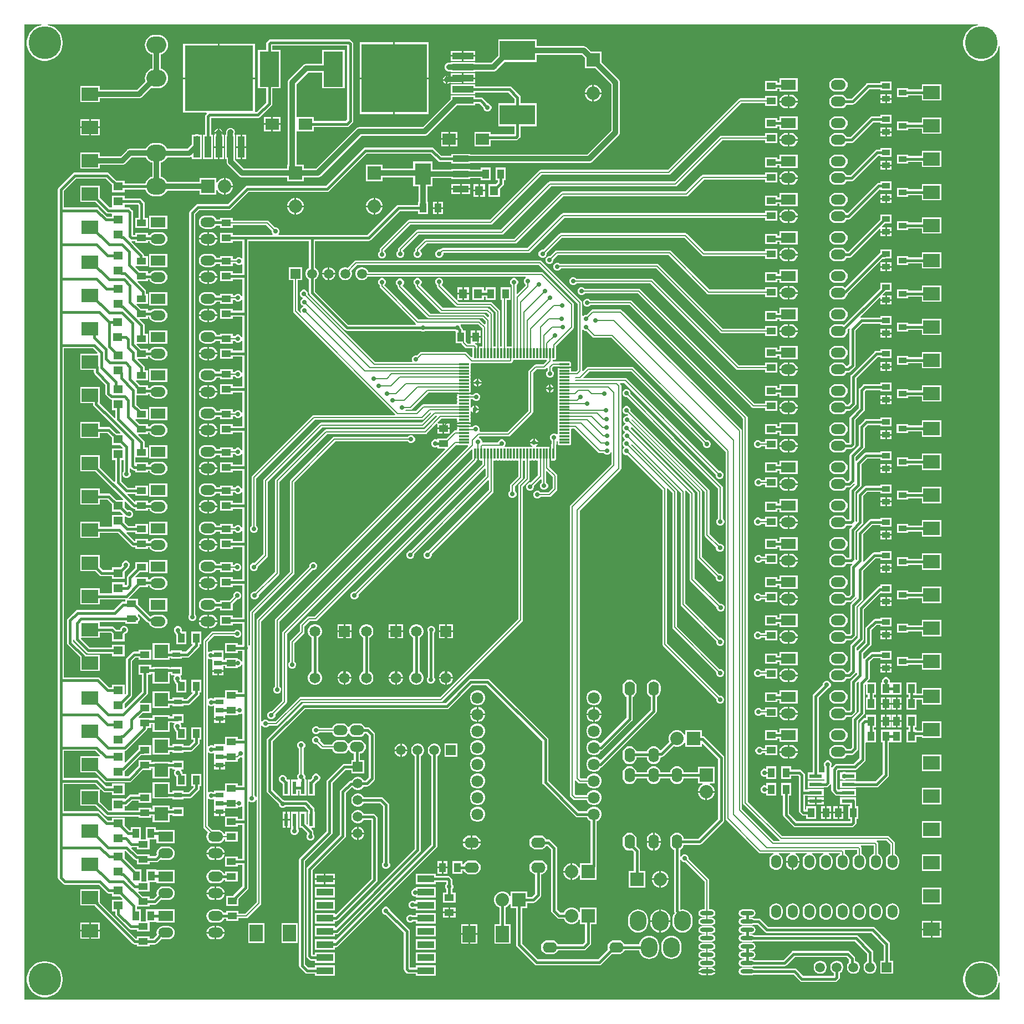
<source format=gtl>
G04*
G04 #@! TF.GenerationSoftware,Altium Limited,Altium Designer,21.0.8 (223)*
G04*
G04 Layer_Physical_Order=1*
G04 Layer_Color=255*
%FSTAX24Y24*%
%MOIN*%
G70*
G04*
G04 #@! TF.SameCoordinates,8A4C6F49-4F26-47D5-9FDB-2FD25450CC73*
G04*
G04*
G04 #@! TF.FilePolarity,Positive*
G04*
G01*
G75*
%ADD18C,0.0080*%
%ADD22R,0.0472X0.0335*%
%ADD23R,0.0394X0.0550*%
%ADD24R,0.0780X0.0220*%
%ADD25R,0.0550X0.0394*%
%ADD26R,0.0500X0.0550*%
%ADD27R,0.0827X0.0787*%
%ADD28R,0.0472X0.0315*%
G04:AMPARAMS|DCode=29|XSize=61.4mil|YSize=11mil|CornerRadius=1.4mil|HoleSize=0mil|Usage=FLASHONLY|Rotation=90.000|XOffset=0mil|YOffset=0mil|HoleType=Round|Shape=RoundedRectangle|*
%AMROUNDEDRECTD29*
21,1,0.0614,0.0083,0,0,90.0*
21,1,0.0587,0.0110,0,0,90.0*
1,1,0.0028,0.0041,0.0293*
1,1,0.0028,0.0041,-0.0293*
1,1,0.0028,-0.0041,-0.0293*
1,1,0.0028,-0.0041,0.0293*
%
%ADD29ROUNDEDRECTD29*%
G04:AMPARAMS|DCode=30|XSize=61.4mil|YSize=11mil|CornerRadius=1.4mil|HoleSize=0mil|Usage=FLASHONLY|Rotation=0.000|XOffset=0mil|YOffset=0mil|HoleType=Round|Shape=RoundedRectangle|*
%AMROUNDEDRECTD30*
21,1,0.0614,0.0083,0,0,0.0*
21,1,0.0587,0.0110,0,0,0.0*
1,1,0.0028,0.0293,-0.0041*
1,1,0.0028,-0.0293,-0.0041*
1,1,0.0028,-0.0293,0.0041*
1,1,0.0028,0.0293,0.0041*
%
%ADD30ROUNDEDRECTD30*%
%ADD31R,0.0220X0.0780*%
%ADD32R,0.0550X0.0500*%
%ADD33R,0.1024X0.0433*%
%ADD34R,0.0787X0.0669*%
%ADD35R,0.1181X0.2126*%
%ADD36R,0.0945X0.1299*%
%ADD37R,0.0945X0.0394*%
%ADD38R,0.1260X0.0413*%
%ADD39R,0.3937X0.4114*%
%ADD40R,0.2126X0.1181*%
%ADD41R,0.0413X0.1260*%
%ADD42R,0.4114X0.3937*%
%ADD43O,0.0807X0.0236*%
%ADD88C,0.0160*%
%ADD89C,0.0320*%
%ADD90C,0.0300*%
%ADD91O,0.0591X0.0787*%
%ADD92O,0.0591X0.0787*%
%ADD93R,0.0900X0.0600*%
%ADD94O,0.0900X0.0600*%
%ADD95R,0.0787X0.0984*%
%ADD96R,0.0984X0.0787*%
%ADD97O,0.1000X0.1200*%
%ADD98C,0.0800*%
%ADD99R,0.0800X0.0800*%
%ADD100C,0.0650*%
%ADD101R,0.0650X0.0650*%
%ADD102R,0.0800X0.0800*%
%ADD103C,0.1969*%
%ADD104O,0.0860X0.0600*%
%ADD105C,0.0709*%
%ADD106R,0.0591X0.0591*%
%ADD107C,0.0591*%
%ADD108O,0.0630X0.0866*%
%ADD109O,0.1200X0.1000*%
%ADD110O,0.0866X0.0630*%
%ADD111R,0.0591X0.0591*%
%ADD112C,0.0276*%
G36*
X059601Y067097D02*
X059523Y067085D01*
X059361Y067032D01*
X059209Y066954D01*
X059071Y066854D01*
X05895Y066734D01*
X05885Y066595D01*
X058772Y066443D01*
X05872Y066281D01*
X058693Y066112D01*
Y065942D01*
X05872Y065773D01*
X058772Y065611D01*
X05885Y065459D01*
X05895Y065321D01*
X059071Y0652D01*
X059209Y0651D01*
X059361Y065022D01*
X059523Y06497D01*
X059692Y064943D01*
X059862D01*
X060031Y06497D01*
X060193Y065022D01*
X060345Y0651D01*
X060484Y0652D01*
X060604Y065321D01*
X060704Y065459D01*
X060782Y065611D01*
X060835Y065773D01*
X060847Y065851D01*
X060897Y065847D01*
Y009908D01*
X060847Y009904D01*
X060835Y009982D01*
X060782Y010144D01*
X060704Y010296D01*
X060604Y010434D01*
X060484Y010555D01*
X060345Y010655D01*
X060193Y010733D01*
X060031Y010786D01*
X059862Y010812D01*
X059692D01*
X059523Y010786D01*
X059361Y010733D01*
X059209Y010655D01*
X059071Y010555D01*
X05895Y010434D01*
X05885Y010296D01*
X058772Y010144D01*
X05872Y009982D01*
X058693Y009813D01*
Y009643D01*
X05872Y009474D01*
X058772Y009312D01*
X05885Y00916D01*
X05895Y009022D01*
X059071Y008901D01*
X059209Y008801D01*
X059361Y008723D01*
X059523Y00867D01*
X059692Y008644D01*
X059862D01*
X060031Y00867D01*
X060193Y008723D01*
X060345Y008801D01*
X060484Y008901D01*
X060604Y009022D01*
X060704Y00916D01*
X060782Y009312D01*
X060835Y009474D01*
X060847Y009552D01*
X060897Y009548D01*
Y008503D01*
X002253D01*
Y067147D01*
X003298D01*
X003302Y067097D01*
X003224Y067085D01*
X003062Y067032D01*
X00291Y066954D01*
X002772Y066854D01*
X002651Y066734D01*
X002551Y066595D01*
X002473Y066443D01*
X00242Y066281D01*
X002394Y066112D01*
Y065942D01*
X00242Y065773D01*
X002473Y065611D01*
X002551Y065459D01*
X002651Y065321D01*
X002772Y0652D01*
X00291Y0651D01*
X003062Y065022D01*
X003224Y06497D01*
X003393Y064943D01*
X003563D01*
X003732Y06497D01*
X003894Y065022D01*
X004046Y0651D01*
X004184Y0652D01*
X004305Y065321D01*
X004405Y065459D01*
X004483Y065611D01*
X004536Y065773D01*
X004562Y065942D01*
Y066112D01*
X004536Y066281D01*
X004483Y066443D01*
X004405Y066595D01*
X004305Y066734D01*
X004184Y066854D01*
X004046Y066954D01*
X003894Y067032D01*
X003732Y067085D01*
X003654Y067097D01*
X003658Y067147D01*
X059597D01*
X059601Y067097D01*
D02*
G37*
%LPC*%
G36*
X029342Y065545D02*
X028662D01*
Y065289D01*
X029342D01*
Y065545D01*
D02*
G37*
G36*
X028562D02*
X027882D01*
Y065289D01*
X028562D01*
Y065545D01*
D02*
G37*
G36*
X029342Y065189D02*
X028662D01*
Y064932D01*
X029342D01*
Y065189D01*
D02*
G37*
G36*
X028562D02*
X027882D01*
Y064932D01*
X028562D01*
Y065189D01*
D02*
G37*
G36*
X028562Y064207D02*
X027882D01*
Y063975D01*
X027832Y063954D01*
X027785Y064002D01*
X0277Y064037D01*
Y0638D01*
Y063563D01*
X027785Y063598D01*
X027832Y063646D01*
X027882Y063625D01*
Y063593D01*
X028562D01*
Y0639D01*
Y064207D01*
D02*
G37*
G36*
X016107Y065968D02*
X014D01*
Y06395D01*
X016107D01*
Y065968D01*
D02*
G37*
G36*
X026547Y066057D02*
X024528D01*
Y06395D01*
X026547D01*
Y066057D01*
D02*
G37*
G36*
X024428D02*
X02241D01*
Y06395D01*
X024428D01*
Y066057D01*
D02*
G37*
G36*
X0139Y065968D02*
X011793D01*
Y06395D01*
X0139D01*
Y065968D01*
D02*
G37*
G36*
X029342Y064207D02*
X028662D01*
Y06395D01*
X029342D01*
Y064207D01*
D02*
G37*
G36*
X0276Y064037D02*
X027515Y064002D01*
X027448Y063935D01*
X027413Y06385D01*
X0276D01*
Y064037D01*
D02*
G37*
G36*
X04875Y0639D02*
X04765D01*
Y063634D01*
X047525D01*
Y063747D01*
X046775D01*
Y063153D01*
X047525D01*
Y063266D01*
X04765D01*
Y0631D01*
X04875D01*
Y0639D01*
D02*
G37*
G36*
X029342Y06385D02*
X028662D01*
Y063593D01*
X029342D01*
Y06385D01*
D02*
G37*
G36*
X0276Y06375D02*
X027413D01*
X027448Y063665D01*
X027515Y063598D01*
X0276Y063563D01*
Y06375D01*
D02*
G37*
G36*
X021756Y066234D02*
X017065D01*
X016994Y06622D01*
X016935Y06618D01*
X016841Y066086D01*
X016801Y066027D01*
X016787Y065956D01*
Y065613D01*
X01628D01*
Y063287D01*
X016787D01*
Y062447D01*
X016224Y061884D01*
X016107D01*
Y06385D01*
X01395D01*
X011793D01*
Y061831D01*
X013195D01*
X013216Y061782D01*
X01317Y061736D01*
X01313Y061677D01*
X013116Y061606D01*
Y060496D01*
X012974D01*
Y059036D01*
X013587D01*
Y060496D01*
X013484D01*
Y061516D01*
X0163D01*
X01637Y06153D01*
X01643Y06157D01*
X017101Y062241D01*
X01714Y062301D01*
X017154Y062371D01*
Y063287D01*
X017661D01*
Y065613D01*
X017154D01*
Y065866D01*
X021666D01*
Y061426D01*
X021574Y061334D01*
X019645D01*
Y061585D01*
X018662D01*
X018658Y061585D01*
X018612Y061595D01*
Y063541D01*
X019309Y064238D01*
X020139D01*
Y063287D01*
X02152D01*
Y065613D01*
X020139D01*
Y064762D01*
X0192D01*
X0192Y064762D01*
X019132Y064753D01*
X019069Y064727D01*
X019015Y064685D01*
X019015Y064685D01*
X018165Y063835D01*
X018123Y063781D01*
X018097Y063718D01*
X018088Y06365D01*
X018088Y06365D01*
Y0587D01*
X01805D01*
Y058462D01*
X015459D01*
X014928Y058993D01*
Y059719D01*
X014928Y059719D01*
X014926Y059736D01*
Y060496D01*
X014895D01*
Y060577D01*
X0149Y060589D01*
X014909Y060657D01*
X0149Y060725D01*
X014874Y060788D01*
X014832Y060843D01*
X014778Y060884D01*
X014715Y06091D01*
X014647Y060919D01*
X014579Y06091D01*
X014516Y060884D01*
X014462Y060843D01*
X014448Y060829D01*
X014406Y060774D01*
X01438Y060711D01*
X014371Y060643D01*
X014371Y060643D01*
Y060496D01*
X014313D01*
Y059036D01*
X014404D01*
Y058884D01*
X014404Y058884D01*
X014413Y058816D01*
X014439Y058753D01*
X014481Y058699D01*
X015165Y058015D01*
X015165Y058015D01*
X015219Y057973D01*
X015282Y057947D01*
X01535Y057938D01*
X01535Y057938D01*
X01805D01*
Y0577D01*
X01905D01*
Y057938D01*
X0199D01*
X0199Y057938D01*
X019968Y057947D01*
X020031Y057973D01*
X020085Y058015D01*
X022509Y060438D01*
X026328D01*
X026328Y060438D01*
X026395Y060447D01*
X026459Y060473D01*
X026513Y060515D01*
X028253Y062255D01*
X029342D01*
Y062378D01*
X029613D01*
X029862Y062128D01*
Y062103D01*
X029898Y062015D01*
X029965Y061948D01*
X030053Y061912D01*
X030147D01*
X030235Y061948D01*
X030302Y062015D01*
X030338Y062103D01*
Y062197D01*
X030302Y062285D01*
X030235Y062352D01*
X030147Y062388D01*
X030122D01*
X029818Y062691D01*
X029759Y062731D01*
X029689Y062745D01*
X029342D01*
Y062868D01*
X027882D01*
Y062626D01*
X026219Y060962D01*
X0224D01*
X0224Y060962D01*
X022332Y060953D01*
X022269Y060927D01*
X022215Y060885D01*
X022215Y060885D01*
X019791Y058462D01*
X01905D01*
Y0587D01*
X018612D01*
Y060705D01*
X018658Y060715D01*
X018662Y060715D01*
X019645D01*
Y060966D01*
X02165D01*
X02172Y06098D01*
X02178Y06102D01*
X02198Y06122D01*
X02202Y06128D01*
X022034Y06135D01*
Y065956D01*
X02202Y066027D01*
X02198Y066086D01*
X021886Y06618D01*
X021827Y06622D01*
X021815Y066222D01*
X021756Y066234D01*
D02*
G37*
G36*
X057392Y063544D02*
X056208D01*
Y063234D01*
X055378D01*
Y063317D01*
X054706D01*
Y062783D01*
X055378D01*
Y062866D01*
X056208D01*
Y062556D01*
X057392D01*
Y063544D01*
D02*
G37*
G36*
X0103Y066503D02*
X0101D01*
X009982Y066491D01*
X009869Y066457D01*
X009765Y066401D01*
X009674Y066326D01*
X009599Y066235D01*
X009543Y066131D01*
X009509Y066018D01*
X009497Y0659D01*
X009509Y065782D01*
X009543Y065669D01*
X009599Y065565D01*
X009674Y065474D01*
X009765Y065399D01*
X009869Y065343D01*
X009938Y065322D01*
Y064478D01*
X009869Y064457D01*
X009765Y064401D01*
X009674Y064326D01*
X009599Y064235D01*
X009543Y064131D01*
X009509Y064018D01*
X009497Y0639D01*
X009509Y063782D01*
X009533Y063703D01*
X009041Y063212D01*
X006792D01*
Y063444D01*
X005608D01*
Y062456D01*
X006792D01*
Y062688D01*
X00915D01*
X00915Y062688D01*
X009218Y062697D01*
X009281Y062723D01*
X009335Y062765D01*
X009903Y063333D01*
X009982Y063309D01*
X0101Y063297D01*
X0103D01*
X010418Y063309D01*
X010531Y063343D01*
X010635Y063399D01*
X010726Y063474D01*
X010801Y063565D01*
X010857Y063669D01*
X010891Y063782D01*
X010903Y0639D01*
X010891Y064018D01*
X010857Y064131D01*
X010801Y064235D01*
X010726Y064326D01*
X010635Y064401D01*
X010531Y064457D01*
X010462Y064478D01*
Y065322D01*
X010531Y065343D01*
X010635Y065399D01*
X010726Y065474D01*
X010801Y065565D01*
X010857Y065669D01*
X010891Y065782D01*
X010903Y0659D01*
X010891Y066018D01*
X010857Y066131D01*
X010801Y066235D01*
X010726Y066326D01*
X010635Y066401D01*
X010531Y066457D01*
X010418Y066491D01*
X0103Y066503D01*
D02*
G37*
G36*
X054396Y063689D02*
X053724D01*
Y063606D01*
X052972D01*
X052902Y063592D01*
X052842Y063552D01*
X051974Y062684D01*
X051707D01*
X051699Y062702D01*
X051635Y062785D01*
X051552Y062849D01*
X051454Y06289D01*
X05135Y062903D01*
X05105D01*
X050946Y06289D01*
X050848Y062849D01*
X050765Y062785D01*
X050701Y062702D01*
X05066Y062604D01*
X050647Y0625D01*
X05066Y062396D01*
X050701Y062298D01*
X050765Y062215D01*
X050848Y062151D01*
X050946Y06211D01*
X05105Y062097D01*
X05135D01*
X051454Y06211D01*
X051552Y062151D01*
X051635Y062215D01*
X051699Y062298D01*
X051707Y062316D01*
X05205D01*
X05212Y06233D01*
X05218Y06237D01*
X053048Y063238D01*
X053724D01*
Y063155D01*
X054396D01*
Y063689D01*
D02*
G37*
G36*
X05135Y063903D02*
X05105D01*
X050946Y06389D01*
X050848Y063849D01*
X050765Y063785D01*
X050701Y063702D01*
X05066Y063604D01*
X050647Y0635D01*
X05066Y063396D01*
X050701Y063298D01*
X050765Y063215D01*
X050848Y063151D01*
X050946Y06311D01*
X05105Y063097D01*
X05135D01*
X051454Y06311D01*
X051552Y063151D01*
X051635Y063215D01*
X051699Y063298D01*
X05174Y063396D01*
X051753Y0635D01*
X05174Y063604D01*
X051699Y063702D01*
X051635Y063785D01*
X051552Y063849D01*
X051454Y06389D01*
X05135Y063903D01*
D02*
G37*
G36*
X036516Y0635D02*
X0365D01*
Y06305D01*
X03695D01*
Y063066D01*
X036916Y063193D01*
X03685Y063307D01*
X036757Y0634D01*
X036643Y063466D01*
X036516Y0635D01*
D02*
G37*
G36*
X0364D02*
X036384D01*
X036257Y063466D01*
X036143Y0634D01*
X03605Y063307D01*
X035984Y063193D01*
X03595Y063066D01*
Y06305D01*
X0364D01*
Y0635D01*
D02*
G37*
G36*
X054394Y062931D02*
X054108D01*
Y062714D01*
X054394D01*
Y062931D01*
D02*
G37*
G36*
X054008D02*
X053722D01*
Y062714D01*
X054008D01*
Y062931D01*
D02*
G37*
G36*
X047525Y062847D02*
X046775D01*
Y062693D01*
X0453D01*
X0453Y062693D01*
X045245Y062682D01*
X045199Y062651D01*
X045199Y062651D01*
X040941Y058393D01*
X0333D01*
X0333Y058393D01*
X033245Y058382D01*
X033199Y058351D01*
X033199Y058351D01*
X030241Y055393D01*
X0254D01*
X025345Y055382D01*
X025299Y055351D01*
X025299Y055351D01*
X023649Y053701D01*
X023618Y053655D01*
X023607Y0536D01*
X023607Y0536D01*
Y053494D01*
X023548Y053435D01*
X023512Y053347D01*
Y053253D01*
X023548Y053165D01*
X023615Y053098D01*
X023703Y053062D01*
X023797D01*
X023885Y053098D01*
X023952Y053165D01*
X023988Y053253D01*
Y053347D01*
X023952Y053435D01*
X023893Y053494D01*
Y053541D01*
X025459Y055107D01*
X0303D01*
X0303Y055107D01*
X030355Y055118D01*
X030401Y055149D01*
X033359Y058107D01*
X041D01*
X041Y058107D01*
X041055Y058118D01*
X041101Y058149D01*
X045359Y062407D01*
X046775D01*
Y062253D01*
X047525D01*
Y062847D01*
D02*
G37*
G36*
X04835Y062903D02*
X04825D01*
Y06255D01*
X048747D01*
X04874Y062604D01*
X048699Y062702D01*
X048635Y062785D01*
X048552Y062849D01*
X048454Y06289D01*
X04835Y062903D01*
D02*
G37*
G36*
X04815D02*
X04805D01*
X047946Y06289D01*
X047848Y062849D01*
X047765Y062785D01*
X047701Y062702D01*
X04766Y062604D01*
X047653Y06255D01*
X04815D01*
Y062903D01*
D02*
G37*
G36*
X03695Y06295D02*
X0365D01*
Y0625D01*
X036516D01*
X036643Y062534D01*
X036757Y0626D01*
X03685Y062693D01*
X036916Y062807D01*
X03695Y062934D01*
Y06295D01*
D02*
G37*
G36*
X0364D02*
X03595D01*
Y062934D01*
X035984Y062807D01*
X03605Y062693D01*
X036143Y0626D01*
X036257Y062534D01*
X036384Y0625D01*
X0364D01*
Y06295D01*
D02*
G37*
G36*
X054394Y062614D02*
X054108D01*
Y062397D01*
X054394D01*
Y062614D01*
D02*
G37*
G36*
X054008D02*
X053722D01*
Y062397D01*
X054008D01*
Y062614D01*
D02*
G37*
G36*
X048747Y06245D02*
X04825D01*
Y062097D01*
X04835D01*
X048454Y06211D01*
X048552Y062151D01*
X048635Y062215D01*
X048699Y062298D01*
X04874Y062396D01*
X048747Y06245D01*
D02*
G37*
G36*
X04815D02*
X047653D01*
X04766Y062396D01*
X047701Y062298D01*
X047765Y062215D01*
X047848Y062151D01*
X047946Y06211D01*
X04805Y062097D01*
X04815D01*
Y06245D01*
D02*
G37*
G36*
X026547Y06385D02*
X024528D01*
Y061743D01*
X026547D01*
Y06385D01*
D02*
G37*
G36*
X024428D02*
X02241D01*
Y061743D01*
X024428D01*
Y06385D01*
D02*
G37*
G36*
X04875Y0616D02*
X04765D01*
Y061384D01*
X047525D01*
Y061497D01*
X046775D01*
Y060903D01*
X047525D01*
Y061016D01*
X04765D01*
Y0608D01*
X04875D01*
Y0616D01*
D02*
G37*
G36*
X057392Y061544D02*
X056208D01*
Y061234D01*
X055378D01*
Y061317D01*
X054706D01*
Y060783D01*
X055378D01*
Y060866D01*
X056208D01*
Y060556D01*
X057392D01*
Y061544D01*
D02*
G37*
G36*
X017642Y061585D02*
X017198D01*
Y0612D01*
X017642D01*
Y061585D01*
D02*
G37*
G36*
X017098D02*
X016655D01*
Y0612D01*
X017098D01*
Y061585D01*
D02*
G37*
G36*
X054396Y061689D02*
X053724D01*
Y061606D01*
X053222D01*
X053152Y061592D01*
X053092Y061552D01*
X051924Y060384D01*
X051707D01*
X051699Y060402D01*
X051635Y060485D01*
X051552Y060549D01*
X051454Y06059D01*
X05135Y060603D01*
X05105D01*
X050946Y06059D01*
X050848Y060549D01*
X050765Y060485D01*
X050701Y060402D01*
X05066Y060304D01*
X050647Y0602D01*
X05066Y060096D01*
X050701Y059998D01*
X050765Y059915D01*
X050848Y059851D01*
X050946Y05981D01*
X05105Y059797D01*
X05135D01*
X051454Y05981D01*
X051552Y059851D01*
X051635Y059915D01*
X051699Y059998D01*
X051707Y060016D01*
X052D01*
X05207Y06003D01*
X05213Y06007D01*
X053298Y061238D01*
X053724D01*
Y061155D01*
X054396D01*
Y061689D01*
D02*
G37*
G36*
X006792Y061444D02*
X00625D01*
Y061D01*
X006792D01*
Y061444D01*
D02*
G37*
G36*
X00615D02*
X005608D01*
Y061D01*
X00615D01*
Y061444D01*
D02*
G37*
G36*
X05135Y061603D02*
X05105D01*
X050946Y06159D01*
X050848Y061549D01*
X050765Y061485D01*
X050701Y061402D01*
X05066Y061304D01*
X050647Y0612D01*
X05066Y061096D01*
X050701Y060998D01*
X050765Y060915D01*
X050848Y060851D01*
X050946Y06081D01*
X05105Y060797D01*
X05135D01*
X051454Y06081D01*
X051552Y060851D01*
X051635Y060915D01*
X051699Y060998D01*
X05174Y061096D01*
X051753Y0612D01*
X05174Y061304D01*
X051699Y061402D01*
X051635Y061485D01*
X051552Y061549D01*
X051454Y06159D01*
X05135Y061603D01*
D02*
G37*
G36*
X017642Y0611D02*
X017198D01*
Y060715D01*
X017642D01*
Y0611D01*
D02*
G37*
G36*
X017098D02*
X016655D01*
Y060715D01*
X017098D01*
Y0611D01*
D02*
G37*
G36*
X054394Y060931D02*
X054108D01*
Y060714D01*
X054394D01*
Y060931D01*
D02*
G37*
G36*
X054008D02*
X053722D01*
Y060714D01*
X054008D01*
Y060931D01*
D02*
G37*
G36*
X013974Y060871D02*
Y060685D01*
X014161D01*
X014126Y060769D01*
X014059Y060836D01*
X013974Y060871D01*
D02*
G37*
G36*
X013874D02*
X01379Y060836D01*
X013723Y060769D01*
X013688Y060685D01*
X013874D01*
Y060871D01*
D02*
G37*
G36*
X029342Y063537D02*
X027882D01*
Y062924D01*
X029342D01*
Y063047D01*
X031343D01*
X031716Y062674D01*
Y062391D01*
X030737D01*
Y061009D01*
X031716D01*
Y060534D01*
X030295D01*
Y060685D01*
X029308D01*
Y059815D01*
X030295D01*
Y060166D01*
X031806D01*
X031877Y06018D01*
X031936Y06022D01*
X03203Y060314D01*
X03207Y060373D01*
X032084Y060444D01*
Y061009D01*
X033063D01*
Y062391D01*
X032084D01*
Y06275D01*
X03207Y06282D01*
X03203Y06288D01*
X031549Y06336D01*
X03149Y0634D01*
X031419Y063414D01*
X029342D01*
Y063537D01*
D02*
G37*
G36*
X006792Y0609D02*
X00625D01*
Y060456D01*
X006792D01*
Y0609D01*
D02*
G37*
G36*
X00615D02*
X005608D01*
Y060456D01*
X00615D01*
Y0609D01*
D02*
G37*
G36*
X047525Y060597D02*
X046775D01*
Y060443D01*
X04415D01*
X04415Y060443D01*
X044095Y060432D01*
X044049Y060401D01*
X044049Y060401D01*
X041341Y057693D01*
X03385D01*
X033795Y057682D01*
X033749Y057651D01*
X033749Y057651D01*
X030891Y054793D01*
X0259D01*
X025845Y054782D01*
X025799Y054751D01*
X025799Y054751D01*
X024749Y053701D01*
X024718Y053655D01*
X024707Y0536D01*
X024707Y0536D01*
Y053544D01*
X024648Y053485D01*
X024612Y053397D01*
Y053303D01*
X024648Y053215D01*
X024715Y053148D01*
X024803Y053112D01*
X024897D01*
X024985Y053148D01*
X025052Y053215D01*
X025088Y053303D01*
Y053397D01*
X025052Y053485D01*
X024994Y053542D01*
X025959Y054507D01*
X03095D01*
X03095Y054507D01*
X031005Y054518D01*
X031051Y054549D01*
X033909Y057407D01*
X0414D01*
X0414Y057407D01*
X041455Y057418D01*
X041501Y057449D01*
X044209Y060157D01*
X046775D01*
Y060003D01*
X047525D01*
Y060597D01*
D02*
G37*
G36*
X054394Y060614D02*
X054108D01*
Y060397D01*
X054394D01*
Y060614D01*
D02*
G37*
G36*
X054008D02*
X053722D01*
Y060397D01*
X054008D01*
Y060614D01*
D02*
G37*
G36*
X028292Y060685D02*
X027848D01*
Y0603D01*
X028292D01*
Y060685D01*
D02*
G37*
G36*
X027748D02*
X027305D01*
Y0603D01*
X027748D01*
Y060685D01*
D02*
G37*
G36*
X04835Y060603D02*
X04825D01*
Y06025D01*
X048747D01*
X04874Y060304D01*
X048699Y060402D01*
X048635Y060485D01*
X048552Y060549D01*
X048454Y06059D01*
X04835Y060603D01*
D02*
G37*
G36*
X04815D02*
X04805D01*
X047946Y06059D01*
X047848Y060549D01*
X047765Y060485D01*
X047701Y060402D01*
X04766Y060304D01*
X047653Y06025D01*
X04815D01*
Y060603D01*
D02*
G37*
G36*
X015595Y060496D02*
X015339D01*
Y059816D01*
X015595D01*
Y060496D01*
D02*
G37*
G36*
X015239D02*
X014982D01*
Y059816D01*
X015239D01*
Y060496D01*
D02*
G37*
G36*
X014161Y060585D02*
X013688D01*
X013704Y060546D01*
X01367Y060496D01*
X013643D01*
Y059816D01*
X01395D01*
X014257D01*
Y060496D01*
X014178D01*
X014145Y060546D01*
X014161Y060585D01*
D02*
G37*
G36*
X028292Y0602D02*
X027848D01*
Y059815D01*
X028292D01*
Y0602D01*
D02*
G37*
G36*
X027748D02*
X027305D01*
Y059815D01*
X027748D01*
Y0602D01*
D02*
G37*
G36*
X048747Y06015D02*
X04825D01*
Y059797D01*
X04835D01*
X048454Y05981D01*
X048552Y059851D01*
X048635Y059915D01*
X048699Y059998D01*
X04874Y060096D01*
X048747Y06015D01*
D02*
G37*
G36*
X04815D02*
X047653D01*
X04766Y060096D01*
X047701Y059998D01*
X047765Y059915D01*
X047848Y059851D01*
X047946Y05981D01*
X04805Y059797D01*
X04815D01*
Y06015D01*
D02*
G37*
G36*
X012631Y060543D02*
X012533Y060523D01*
X012492Y060496D01*
X012305D01*
Y059899D01*
X012061Y059655D01*
X010844D01*
X010801Y059735D01*
X010726Y059826D01*
X010635Y059901D01*
X010531Y059957D01*
X010418Y059991D01*
X0103Y060003D01*
X0101D01*
X009982Y059991D01*
X009869Y059957D01*
X009765Y059901D01*
X009674Y059826D01*
X009599Y059735D01*
X00956Y059662D01*
X0086D01*
X0086Y059662D01*
X008532Y059653D01*
X008469Y059627D01*
X008415Y059585D01*
X008415Y059585D01*
X008041Y059212D01*
X006792D01*
Y059444D01*
X005608D01*
Y058456D01*
X006792D01*
Y058688D01*
X00815D01*
X00815Y058688D01*
X008218Y058697D01*
X008281Y058723D01*
X008335Y058765D01*
X008709Y059138D01*
X00956D01*
X009599Y059065D01*
X009674Y058974D01*
X009765Y058899D01*
X009869Y058843D01*
X009938Y058822D01*
Y057978D01*
X009869Y057957D01*
X009765Y057901D01*
X009674Y057826D01*
X009599Y057735D01*
X009543Y057631D01*
X009529Y057584D01*
X008275D01*
Y05775D01*
X007785D01*
X007355Y05818D01*
X007295Y05822D01*
X007225Y058234D01*
X0053D01*
X00523Y05822D01*
X00517Y05818D01*
X00432Y05733D01*
X00428Y05727D01*
X004266Y0572D01*
Y05595D01*
Y0539D01*
Y05185D01*
Y04985D01*
Y04785D01*
Y0277D01*
Y02565D01*
Y02365D01*
Y02165D01*
Y01965D01*
Y01765D01*
Y01585D01*
X00428Y01578D01*
X00432Y01572D01*
X00457Y01547D01*
X00463Y01543D01*
X0047Y015416D01*
X006724D01*
X007205Y014935D01*
X007265Y014895D01*
X007335Y014881D01*
X007525D01*
Y014715D01*
X00799D01*
X008144Y014561D01*
X008125Y014515D01*
X007525D01*
Y013815D01*
X007716D01*
Y01365D01*
X00773Y01358D01*
X00777Y01352D01*
X00852Y01277D01*
X00858Y01273D01*
X00865Y012716D01*
X009025D01*
Y012603D01*
X009775D01*
Y013175D01*
X010147D01*
Y013366D01*
X0102D01*
Y013125D01*
X0113D01*
Y013925D01*
X0102D01*
Y013734D01*
X010147D01*
Y013925D01*
X009553D01*
Y013197D01*
X009247D01*
Y013925D01*
X009017D01*
Y014057D01*
X009025Y014103D01*
X009057Y014103D01*
X009775D01*
Y014216D01*
X0101D01*
X01017Y01423D01*
X01023Y01427D01*
X010477Y014518D01*
X010496Y01451D01*
X0106Y014497D01*
X0109D01*
X011004Y01451D01*
X011102Y014551D01*
X011185Y014615D01*
X011249Y014698D01*
X01129Y014796D01*
X011303Y0149D01*
X01129Y015004D01*
X011249Y015102D01*
X011185Y015185D01*
X011102Y015249D01*
X011004Y01529D01*
X0109Y015303D01*
X0106D01*
X010496Y01529D01*
X010398Y015249D01*
X010315Y015185D01*
X010251Y015102D01*
X01021Y015004D01*
X010197Y0149D01*
X01021Y014796D01*
X010218Y014777D01*
X010024Y014584D01*
X009775D01*
Y014697D01*
X009353D01*
X009335Y014725D01*
X009103Y014957D01*
X009122Y015003D01*
X009775D01*
Y015575D01*
X010197D01*
X0102Y015526D01*
Y0155D01*
X0113D01*
Y0163D01*
X0102D01*
X010197Y016325D01*
X009603D01*
Y015597D01*
X009297D01*
Y016325D01*
X00896D01*
X008275Y01701D01*
Y01745D01*
X008318Y017466D01*
X008324D01*
X008855Y016935D01*
X008915Y016895D01*
X008985Y016881D01*
X009025D01*
Y016653D01*
X009775D01*
Y016766D01*
X010186D01*
X010257Y01678D01*
X010316Y01682D01*
X010432Y016936D01*
X010496Y01691D01*
X0106Y016897D01*
X0109D01*
X011004Y01691D01*
X011102Y016951D01*
X011185Y017015D01*
X011249Y017098D01*
X01129Y017196D01*
X011303Y0173D01*
X01129Y017404D01*
X011249Y017502D01*
X011185Y017585D01*
X011102Y017649D01*
X011004Y01769D01*
X0109Y017703D01*
X0106D01*
X010496Y01769D01*
X010398Y017649D01*
X010315Y017585D01*
X010251Y017502D01*
X01021Y017404D01*
X010197Y0173D01*
X010206Y017229D01*
X01011Y017134D01*
X009775D01*
Y017247D01*
X009293D01*
X009285Y017249D01*
X009061D01*
X008692Y017618D01*
X008694Y017632D01*
X008714Y017666D01*
X009025D01*
Y017553D01*
X009775D01*
Y018125D01*
X010147D01*
Y018316D01*
X0102D01*
Y0179D01*
X0113D01*
Y0187D01*
X0102D01*
Y018684D01*
X010147D01*
Y018875D01*
X009553D01*
Y018147D01*
X009247D01*
Y018875D01*
X008653D01*
Y018684D01*
X008576D01*
X008275Y018985D01*
Y01945D01*
X007525D01*
Y019284D01*
X007276D01*
X00678Y01978D01*
X00672Y01982D01*
X00665Y019834D01*
X004634D01*
Y021466D01*
X006524D01*
X0068Y02119D01*
X006798Y021187D01*
X006798Y021187D01*
X006776Y021144D01*
X006749Y021144D01*
X005608D01*
Y020156D01*
X006533D01*
X007119Y01957D01*
X007178Y01953D01*
X007248Y019516D01*
X009125D01*
Y019453D01*
X009875D01*
Y019566D01*
X009967D01*
Y019166D01*
X010993D01*
Y019616D01*
X011154D01*
Y019543D01*
X011826D01*
Y020057D01*
X011154D01*
Y019984D01*
X010993D01*
Y020154D01*
X009967D01*
Y019934D01*
X009875D01*
Y020047D01*
X009125D01*
Y019884D01*
X008318D01*
X008275Y0199D01*
X008275Y019934D01*
Y020138D01*
X008321D01*
X008392Y020152D01*
X008451Y020192D01*
X008726Y020466D01*
X009125D01*
Y020353D01*
X009875D01*
Y020947D01*
X009125D01*
Y020834D01*
X00865D01*
X00858Y02082D01*
X00852Y02078D01*
X008321Y020581D01*
X008275Y0206D01*
Y0206D01*
X007525D01*
Y019934D01*
X007525Y0199D01*
X007482Y019884D01*
X007324D01*
X006792Y020416D01*
Y021097D01*
X006792Y021128D01*
X006839Y021152D01*
X00697Y02102D01*
X00703Y02098D01*
X0071Y020966D01*
X007525D01*
Y0208D01*
X008275D01*
Y0215D01*
X007525D01*
Y021334D01*
X007176D01*
X00673Y02178D01*
X00667Y02182D01*
X0066Y021834D01*
X004634D01*
Y023466D01*
X006524D01*
X0068Y02319D01*
X006798Y023187D01*
X006798Y023187D01*
X006776Y023144D01*
X006749Y023144D01*
X005608D01*
Y022156D01*
X006533D01*
X007069Y02162D01*
X007128Y02158D01*
X007198Y021566D01*
X008572D01*
X008642Y02158D01*
X008702Y02162D01*
X009385Y022303D01*
X009875D01*
Y022416D01*
X009967D01*
Y021816D01*
X010993D01*
Y022416D01*
X011154D01*
Y022343D01*
X011302D01*
X011322Y022293D01*
X011298Y022268D01*
X011262Y022181D01*
Y022086D01*
X011298Y021999D01*
X011365Y021932D01*
X0114Y021918D01*
Y021817D01*
X011403Y021799D01*
Y021325D01*
X011997D01*
Y022075D01*
X011755D01*
X011753Y022088D01*
X011745Y022099D01*
X01174Y022122D01*
X011738Y022126D01*
Y022181D01*
X011702Y022268D01*
X011678Y022293D01*
X011698Y022343D01*
X011826D01*
Y022857D01*
X011154D01*
Y022784D01*
X010993D01*
Y022804D01*
X009967D01*
Y022784D01*
X009875D01*
Y022897D01*
X009125D01*
Y022563D01*
X008496Y021934D01*
X008275D01*
Y022224D01*
X0083Y02224D01*
X009259Y0232D01*
X009383D01*
X009401Y023203D01*
X009875D01*
Y023797D01*
X009125D01*
Y023555D01*
X009113Y023553D01*
X009053Y023513D01*
X008325Y022785D01*
X008275Y022805D01*
Y02345D01*
X008317Y02347D01*
X00837Y02348D01*
X00843Y02352D01*
X009587Y024677D01*
X009626Y024737D01*
X00964Y024807D01*
Y024853D01*
X009875D01*
Y025066D01*
X009967D01*
Y024616D01*
X010993D01*
Y025166D01*
X011154D01*
Y025143D01*
X011256D01*
X011275Y025096D01*
X011256Y025077D01*
X01122Y02499D01*
Y024895D01*
X011256Y024808D01*
X011289Y024774D01*
X011296Y024743D01*
X011336Y024683D01*
X011403Y024615D01*
Y024125D01*
X011997D01*
Y024875D01*
X011709D01*
X011695Y024895D01*
Y02499D01*
X011659Y025077D01*
X01164Y025096D01*
X011659Y025143D01*
X011826D01*
Y025657D01*
X011154D01*
Y025534D01*
X010993D01*
Y025604D01*
X009967D01*
Y025434D01*
X009875D01*
Y025447D01*
X009166D01*
X009149Y025447D01*
X009128Y025497D01*
X009385Y025753D01*
X009875D01*
Y026347D01*
X009222D01*
X009203Y026393D01*
X00963Y02682D01*
X00967Y02688D01*
X009684Y02695D01*
Y028048D01*
X009875D01*
Y028116D01*
X009967D01*
Y027516D01*
X010993D01*
Y028116D01*
X011064D01*
Y027988D01*
X011251D01*
X01127Y027941D01*
X011256Y027927D01*
X01122Y02784D01*
Y027745D01*
X011256Y027658D01*
X011289Y027624D01*
X011296Y027593D01*
X011336Y027533D01*
X011403Y027465D01*
Y026975D01*
X011997D01*
Y027725D01*
X011709D01*
X011695Y027745D01*
Y02784D01*
X011659Y027927D01*
X011645Y027941D01*
X011664Y027988D01*
X011736D01*
Y028502D01*
X011064D01*
Y028484D01*
X010993D01*
Y028504D01*
X009967D01*
Y028484D01*
X009875D01*
Y028642D01*
X009125D01*
Y028048D01*
X009316D01*
Y027026D01*
X008321Y026031D01*
X008275Y02605D01*
Y02629D01*
X00868Y026695D01*
X00872Y026755D01*
X008734Y026825D01*
Y028874D01*
X008921Y029061D01*
X009125D01*
Y028948D01*
X009875D01*
Y029542D01*
X009125D01*
Y029428D01*
X008845D01*
X008775Y029415D01*
X008715Y029375D01*
X00842Y02908D01*
X00838Y02902D01*
X008366Y02895D01*
Y026901D01*
X008321Y026856D01*
X008275Y026875D01*
Y02745D01*
X007525D01*
Y027284D01*
X007326D01*
X00678Y02783D01*
X00672Y02787D01*
X00665Y027884D01*
X004634D01*
Y047666D01*
X006374D01*
X006651Y04739D01*
X006631Y047344D01*
X005608D01*
Y046356D01*
X006429D01*
Y046238D01*
X006443Y046168D01*
X006482Y046108D01*
X007116Y045474D01*
Y04495D01*
X00713Y04488D01*
X00717Y04482D01*
X00735Y04464D01*
X00741Y0446D01*
X00748Y044586D01*
X007525D01*
Y04395D01*
X007716D01*
Y043488D01*
X00767Y043469D01*
X00682Y044319D01*
X006792Y044356D01*
X006792D01*
X006792Y044356D01*
Y045344D01*
X005608D01*
Y044356D01*
X006384D01*
Y044312D01*
X006398Y044242D01*
X006438Y044182D01*
X007379Y043241D01*
X007379Y043241D01*
X008024Y042596D01*
X008005Y04255D01*
X007785D01*
X007455Y04288D01*
X007395Y04292D01*
X007325Y042934D01*
X006792D01*
Y043244D01*
X005608D01*
Y042256D01*
X006792D01*
Y042566D01*
X007249D01*
X007525Y04229D01*
Y04185D01*
X008015D01*
X008169Y041696D01*
X00815Y04165D01*
X007525D01*
Y04095D01*
X007716D01*
Y039662D01*
X007666Y039641D01*
X006792Y040516D01*
Y041244D01*
X005608D01*
Y040256D01*
X006533D01*
X008193Y038596D01*
X008174Y03855D01*
X007785D01*
X007455Y03888D01*
X007395Y03892D01*
X007325Y038934D01*
X006792D01*
Y039244D01*
X005608D01*
Y038256D01*
X006792D01*
Y038566D01*
X007249D01*
X007525Y03829D01*
Y03785D01*
X008015D01*
X008169Y037696D01*
X00815Y03765D01*
X007525D01*
Y036984D01*
X007525Y03695D01*
X007482Y036934D01*
X006792D01*
Y037244D01*
X005608D01*
Y036256D01*
X006792D01*
Y036566D01*
X007874D01*
X00867Y03577D01*
X00873Y03573D01*
X0088Y035716D01*
X008925D01*
Y035603D01*
X009675D01*
Y035691D01*
X009783D01*
X009801Y035648D01*
X009865Y035565D01*
X009948Y035501D01*
X010046Y03546D01*
X01015Y035447D01*
X01045D01*
X010554Y03546D01*
X010652Y035501D01*
X010735Y035565D01*
X010799Y035648D01*
X01084Y035746D01*
X010853Y03585D01*
X01084Y035954D01*
X010799Y036052D01*
X010735Y036135D01*
X010652Y036199D01*
X010554Y03624D01*
X01045Y036253D01*
X01015D01*
X010046Y03624D01*
X009948Y036199D01*
X009865Y036135D01*
X009806Y036059D01*
X009675D01*
Y036197D01*
X008925D01*
Y036086D01*
X008875Y036085D01*
X008386Y036573D01*
X008411Y036619D01*
X008425Y036616D01*
X008925D01*
Y036503D01*
X009675D01*
Y037097D01*
X008925D01*
Y036984D01*
X008501D01*
X008275Y03721D01*
Y037524D01*
X008325Y03755D01*
X008355Y03753D01*
X00839Y037523D01*
X008415Y037498D01*
X008503Y037462D01*
X008597D01*
X008685Y037498D01*
X008752Y037565D01*
X008788Y037653D01*
Y037747D01*
X008752Y037835D01*
X008685Y037902D01*
X008597Y037938D01*
X008503D01*
X008463Y037921D01*
X008275Y03811D01*
Y038449D01*
X008321Y038468D01*
X008719Y03807D01*
X008778Y03803D01*
X008848Y038016D01*
X008925D01*
Y037903D01*
X009675D01*
Y037991D01*
X009783D01*
X009801Y037948D01*
X009865Y037865D01*
X009948Y037801D01*
X010046Y03776D01*
X01015Y037747D01*
X01045D01*
X010554Y03776D01*
X010652Y037801D01*
X010735Y037865D01*
X010799Y037948D01*
X01084Y038046D01*
X010853Y03815D01*
X01084Y038254D01*
X010799Y038352D01*
X010735Y038435D01*
X010652Y038499D01*
X010554Y03854D01*
X01045Y038553D01*
X01015D01*
X010046Y03854D01*
X009948Y038499D01*
X009865Y038435D01*
X009806Y038359D01*
X009675D01*
Y038497D01*
X008925D01*
Y038454D01*
X008875Y038433D01*
X008442Y038866D01*
X008462Y038916D01*
X008925D01*
Y038803D01*
X009675D01*
Y039397D01*
X008925D01*
Y039284D01*
X008476D01*
X008084Y039676D01*
Y04095D01*
X008216D01*
Y040253D01*
X008198Y040235D01*
X008162Y040147D01*
Y040053D01*
X008198Y039965D01*
X008265Y039898D01*
X008353Y039862D01*
X008447D01*
X008535Y039898D01*
X008602Y039965D01*
X008638Y040053D01*
Y040147D01*
X008602Y040235D01*
X008584Y040253D01*
Y040432D01*
X008634Y040451D01*
X008714Y04037D01*
X008773Y04033D01*
X008844Y040316D01*
X008925D01*
Y040203D01*
X009675D01*
Y040291D01*
X009783D01*
X009801Y040248D01*
X009865Y040165D01*
X009948Y040101D01*
X010046Y04006D01*
X01015Y040047D01*
X01045D01*
X010554Y04006D01*
X010652Y040101D01*
X010735Y040165D01*
X010799Y040248D01*
X01084Y040346D01*
X010853Y04045D01*
X01084Y040554D01*
X010799Y040652D01*
X010735Y040735D01*
X010652Y040799D01*
X010554Y04084D01*
X01045Y040853D01*
X01015D01*
X010046Y04084D01*
X009948Y040799D01*
X009865Y040735D01*
X009806Y040659D01*
X009675D01*
Y040797D01*
X008934D01*
Y041103D01*
X009675D01*
Y041697D01*
X009484D01*
Y042D01*
X00947Y04207D01*
X00943Y04213D01*
X009103Y042457D01*
X009122Y042503D01*
X009675D01*
Y042591D01*
X009783D01*
X009801Y042548D01*
X009865Y042465D01*
X009948Y042401D01*
X010046Y04236D01*
X01015Y042347D01*
X01045D01*
X010554Y04236D01*
X010652Y042401D01*
X010735Y042465D01*
X010799Y042548D01*
X01084Y042646D01*
X010853Y04275D01*
X01084Y042854D01*
X010799Y042952D01*
X010735Y043035D01*
X010652Y043099D01*
X010554Y04314D01*
X01045Y043153D01*
X01015D01*
X010046Y04314D01*
X009948Y043099D01*
X009865Y043035D01*
X009806Y042959D01*
X009675D01*
Y043097D01*
X009185D01*
X008928Y043353D01*
X008949Y043403D01*
X008965Y043403D01*
X009675D01*
Y043997D01*
X009253D01*
X009235Y044025D01*
X008984Y044276D01*
Y044853D01*
X009675D01*
Y044916D01*
X009772D01*
X009801Y044848D01*
X009865Y044765D01*
X009948Y044701D01*
X010046Y04466D01*
X01015Y044647D01*
X01045D01*
X010554Y04466D01*
X010652Y044701D01*
X010735Y044765D01*
X010799Y044848D01*
X01084Y044946D01*
X010853Y04505D01*
X01084Y045154D01*
X010799Y045252D01*
X010735Y045335D01*
X010652Y045399D01*
X010554Y04544D01*
X01045Y045453D01*
X01015D01*
X010046Y04544D01*
X009948Y045399D01*
X009865Y045335D01*
X009825Y045284D01*
X009675D01*
Y045447D01*
X009201D01*
X009183Y04545D01*
X009174D01*
X00917Y04547D01*
X00913Y04553D01*
X008956Y045703D01*
X008977Y045753D01*
X009675D01*
Y046347D01*
X009484D01*
Y0465D01*
X00947Y04657D01*
X00943Y04663D01*
X009053Y047007D01*
X009072Y047053D01*
X009675D01*
Y047166D01*
X009793D01*
X009801Y047148D01*
X009865Y047065D01*
X009948Y047001D01*
X010046Y04696D01*
X01015Y046947D01*
X01045D01*
X010554Y04696D01*
X010652Y047001D01*
X010735Y047065D01*
X010799Y047148D01*
X01084Y047246D01*
X010853Y04735D01*
X01084Y047454D01*
X010799Y047552D01*
X010735Y047635D01*
X010652Y047699D01*
X010554Y04774D01*
X01045Y047753D01*
X01015D01*
X010046Y04774D01*
X009948Y047699D01*
X009865Y047635D01*
X009801Y047552D01*
X009793Y047534D01*
X009675D01*
Y047647D01*
X009253D01*
X009235Y047675D01*
X009003Y047907D01*
X009022Y047953D01*
X009675D01*
Y048547D01*
X009484D01*
Y049024D01*
X00947Y049094D01*
X00943Y049153D01*
X009176Y049407D01*
X009195Y049453D01*
X009675D01*
Y049566D01*
X009758D01*
X00976Y049546D01*
X009801Y049448D01*
X009865Y049365D01*
X009948Y049301D01*
X010046Y04926D01*
X01015Y049247D01*
X01045D01*
X010554Y04926D01*
X010652Y049301D01*
X010735Y049365D01*
X010799Y049448D01*
X01084Y049546D01*
X010853Y04965D01*
X01084Y049754D01*
X010799Y049852D01*
X010735Y049935D01*
X010652Y049999D01*
X010554Y05004D01*
X01045Y050053D01*
X01015D01*
X010046Y05004D01*
X009948Y049999D01*
X009865Y049935D01*
X009863Y049934D01*
X009675D01*
Y050047D01*
X009253D01*
X009235Y050075D01*
X009003Y050307D01*
X009022Y050353D01*
X009675D01*
Y050947D01*
X009559D01*
Y051075D01*
X009545Y051145D01*
X009505Y051205D01*
X009053Y051657D01*
X009072Y051703D01*
X009675D01*
Y051791D01*
X009783D01*
X009801Y051748D01*
X009865Y051665D01*
X009948Y051601D01*
X010046Y05156D01*
X01015Y051547D01*
X01045D01*
X010554Y05156D01*
X010652Y051601D01*
X010735Y051665D01*
X010799Y051748D01*
X01084Y051846D01*
X010853Y05195D01*
X01084Y052054D01*
X010799Y052152D01*
X010735Y052235D01*
X010652Y052299D01*
X010554Y05234D01*
X01045Y052353D01*
X01015D01*
X010046Y05234D01*
X009948Y052299D01*
X009865Y052235D01*
X009806Y052159D01*
X009675D01*
Y052297D01*
X009185D01*
X008928Y052553D01*
X008949Y052603D01*
X008965Y052603D01*
X009675D01*
Y053197D01*
X00944D01*
Y053243D01*
X009426Y053313D01*
X009387Y053373D01*
X008693Y054067D01*
X008714Y054116D01*
X008925D01*
Y054003D01*
X009675D01*
Y054091D01*
X009783D01*
X009801Y054048D01*
X009865Y053965D01*
X009948Y053901D01*
X010046Y05386D01*
X01015Y053847D01*
X01045D01*
X010554Y05386D01*
X010652Y053901D01*
X010735Y053965D01*
X010799Y054048D01*
X01084Y054146D01*
X010853Y05425D01*
X01084Y054354D01*
X010799Y054452D01*
X010735Y054535D01*
X010652Y054599D01*
X010554Y05464D01*
X01045Y054653D01*
X01015D01*
X010046Y05464D01*
X009948Y054599D01*
X009865Y054535D01*
X009806Y054459D01*
X009675D01*
Y054597D01*
X008925D01*
Y054484D01*
X008784D01*
Y05585D01*
X00877Y05592D01*
X00873Y05598D01*
X00863Y05608D01*
X00857Y05612D01*
X0085Y056134D01*
X008318D01*
X008275Y05615D01*
X008275Y056184D01*
Y056316D01*
X009074D01*
X009116Y056274D01*
Y055497D01*
X008925D01*
Y054903D01*
X009675D01*
Y055497D01*
X009484D01*
Y05635D01*
X00947Y05642D01*
X00943Y05648D01*
X00928Y05663D01*
X00922Y05667D01*
X00915Y056684D01*
X008275D01*
Y05685D01*
X007525D01*
Y056184D01*
X007525Y05615D01*
X007482Y056134D01*
X007374D01*
X006792Y056716D01*
Y057444D01*
X005608D01*
Y056456D01*
X006533D01*
X007169Y05582D01*
X007228Y05578D01*
X007298Y055766D01*
X007482D01*
X007525Y05575D01*
Y055584D01*
X007226D01*
X00673Y05608D01*
X00667Y05612D01*
X0066Y056134D01*
X004634D01*
Y057124D01*
X005376Y057866D01*
X007149D01*
X007525Y05749D01*
Y05705D01*
X008275D01*
Y057216D01*
X009529D01*
X009543Y057169D01*
X009599Y057065D01*
X009674Y056974D01*
X009765Y056899D01*
X009869Y056843D01*
X009982Y056809D01*
X0101Y056797D01*
X0103D01*
X010418Y056809D01*
X010531Y056843D01*
X010635Y056899D01*
X010726Y056974D01*
X010801Y057065D01*
X01084Y057138D01*
X0128D01*
Y0569D01*
X0138D01*
Y057166D01*
X01385Y057179D01*
X0139Y057093D01*
X013993Y057D01*
X014107Y056934D01*
X014234Y0569D01*
X01425D01*
Y0574D01*
Y0579D01*
X014234D01*
X014107Y057866D01*
X013993Y0578D01*
X0139Y057707D01*
X01385Y057621D01*
X0138Y057634D01*
Y0579D01*
X0128D01*
Y057662D01*
X01084D01*
X010801Y057735D01*
X010726Y057826D01*
X010635Y057901D01*
X010531Y057957D01*
X010462Y057978D01*
Y058822D01*
X010531Y058843D01*
X010635Y058899D01*
X010726Y058974D01*
X010801Y059065D01*
X010844Y059145D01*
X012166D01*
X012255Y059163D01*
X012305Y059136D01*
Y059036D01*
X012918D01*
Y060496D01*
X012769D01*
X012728Y060523D01*
X012631Y060543D01*
D02*
G37*
G36*
X033063Y066249D02*
X030737D01*
Y065239D01*
X03033Y064832D01*
X029342D01*
Y064876D01*
X027882D01*
Y064832D01*
X027781D01*
X027713Y064823D01*
X02765Y064796D01*
X027595Y064755D01*
X027554Y0647D01*
X027527Y064637D01*
X027518Y064569D01*
X027527Y064501D01*
X027554Y064438D01*
X027595Y064384D01*
X02765Y064342D01*
X027713Y064316D01*
X027781Y064307D01*
X027882D01*
Y064263D01*
X029342D01*
Y064307D01*
X030439D01*
X030439Y064307D01*
X030506Y064316D01*
X03057Y064342D01*
X030624Y064384D01*
X031108Y064868D01*
X033063D01*
Y065296D01*
X035783D01*
X03595Y065129D01*
Y0645D01*
X036579D01*
X037538Y063541D01*
Y060759D01*
X036097Y059318D01*
X029064D01*
Y059352D01*
X027919D01*
Y059239D01*
X027321D01*
X02688Y05968D01*
X02682Y05972D01*
X02675Y059734D01*
X02275D01*
X02268Y05972D01*
X02262Y05968D01*
X020374Y057434D01*
X01565D01*
X01558Y05742D01*
X01552Y05738D01*
X014474Y056334D01*
X0127D01*
X01263Y05632D01*
X01257Y05628D01*
X01222Y05593D01*
X01218Y05587D01*
X012166Y0558D01*
Y031653D01*
X012148Y031635D01*
X012112Y031547D01*
Y031453D01*
X012148Y031365D01*
X012215Y031298D01*
X012303Y031262D01*
X012397D01*
X012485Y031298D01*
X012552Y031365D01*
X012588Y031453D01*
Y031547D01*
X012552Y031635D01*
X012534Y031653D01*
Y055724D01*
X012776Y055966D01*
X01455D01*
X01462Y05598D01*
X01468Y05602D01*
X015726Y057066D01*
X02045D01*
X02052Y05708D01*
X02058Y05712D01*
X022826Y059366D01*
X026674D01*
X027115Y058926D01*
X027174Y058886D01*
X027244Y058872D01*
X027919D01*
Y058759D01*
X029064D01*
Y058793D01*
X036205D01*
X036206Y058793D01*
X036273Y058802D01*
X036337Y058828D01*
X036391Y05887D01*
X037985Y060465D01*
X037985Y060465D01*
X038027Y060519D01*
X038053Y060582D01*
X038062Y06065D01*
X038062Y06065D01*
Y06365D01*
X038053Y063718D01*
X038027Y063781D01*
X037985Y063835D01*
X037985Y063835D01*
X03695Y064871D01*
Y0655D01*
X036321D01*
X036077Y065744D01*
X036023Y065785D01*
X03596Y065812D01*
X035892Y065821D01*
X035892Y065821D01*
X033063D01*
Y066249D01*
D02*
G37*
G36*
X057392Y059544D02*
X056208D01*
Y059234D01*
X055378D01*
Y059317D01*
X054706D01*
Y058783D01*
X055378D01*
Y058866D01*
X056208D01*
Y058556D01*
X057392D01*
Y059544D01*
D02*
G37*
G36*
X054396Y059689D02*
X053724D01*
Y059606D01*
X053522D01*
X053452Y059592D01*
X053392Y059552D01*
X051924Y058084D01*
X051707D01*
X051699Y058102D01*
X051635Y058185D01*
X051552Y058249D01*
X051454Y05829D01*
X05135Y058303D01*
X05105D01*
X050946Y05829D01*
X050848Y058249D01*
X050765Y058185D01*
X050701Y058102D01*
X05066Y058004D01*
X050647Y0579D01*
X05066Y057796D01*
X050701Y057698D01*
X050765Y057615D01*
X050848Y057551D01*
X050946Y05751D01*
X05105Y057497D01*
X05135D01*
X051454Y05751D01*
X051552Y057551D01*
X051635Y057615D01*
X051699Y057698D01*
X051707Y057716D01*
X052D01*
X05207Y05773D01*
X05213Y05777D01*
X053598Y059238D01*
X053724D01*
Y059155D01*
X054396D01*
Y059689D01*
D02*
G37*
G36*
X015595Y059716D02*
X015339D01*
Y059036D01*
X015595D01*
Y059716D01*
D02*
G37*
G36*
X015239D02*
X014982D01*
Y059036D01*
X015239D01*
Y059716D01*
D02*
G37*
G36*
X014257D02*
X014D01*
Y059036D01*
X014257D01*
Y059716D01*
D02*
G37*
G36*
X0139D02*
X013643D01*
Y059036D01*
X0139D01*
Y059716D01*
D02*
G37*
G36*
X04875Y0593D02*
X04765D01*
Y059034D01*
X047525D01*
Y059147D01*
X046775D01*
Y058553D01*
X047525D01*
Y058666D01*
X04765D01*
Y0585D01*
X04875D01*
Y0593D01*
D02*
G37*
G36*
X054394Y058931D02*
X054108D01*
Y058714D01*
X054394D01*
Y058931D01*
D02*
G37*
G36*
X054008D02*
X053722D01*
Y058714D01*
X054008D01*
Y058931D01*
D02*
G37*
G36*
X05135Y059303D02*
X05105D01*
X050946Y05929D01*
X050848Y059249D01*
X050765Y059185D01*
X050701Y059102D01*
X05066Y059004D01*
X050647Y0589D01*
X05066Y058796D01*
X050701Y058698D01*
X050765Y058615D01*
X050848Y058551D01*
X050946Y05851D01*
X05105Y058497D01*
X05135D01*
X051454Y05851D01*
X051552Y058551D01*
X051635Y058615D01*
X051699Y058698D01*
X05174Y058796D01*
X051753Y0589D01*
X05174Y059004D01*
X051699Y059102D01*
X051635Y059185D01*
X051552Y059249D01*
X051454Y05929D01*
X05135Y059303D01*
D02*
G37*
G36*
X026781Y0589D02*
X025636D01*
Y058462D01*
X0238D01*
Y0587D01*
X0228D01*
Y0577D01*
X0238D01*
Y057938D01*
X025636D01*
Y0574D01*
X025946D01*
Y056475D01*
X025911D01*
Y056284D01*
X02475D01*
X02468Y05627D01*
X02462Y05623D01*
X022874Y054484D01*
X017541D01*
X01752Y054534D01*
X017552Y054565D01*
X017588Y054653D01*
Y054747D01*
X017552Y054835D01*
X017485Y054902D01*
X017397Y054938D01*
X017314D01*
X016951Y055301D01*
X016905Y055332D01*
X01685Y055343D01*
X01685Y055343D01*
X014775D01*
Y055497D01*
X014025D01*
Y055409D01*
X013817D01*
X013799Y055452D01*
X013735Y055535D01*
X013652Y055599D01*
X013554Y05564D01*
X01345Y055653D01*
X01315D01*
X013046Y05564D01*
X012948Y055599D01*
X012865Y055535D01*
X012801Y055452D01*
X01276Y055354D01*
X012747Y05525D01*
X01276Y055146D01*
X012801Y055048D01*
X012865Y054965D01*
X012948Y054901D01*
X013046Y05486D01*
X01315Y054847D01*
X01345D01*
X013554Y05486D01*
X013652Y054901D01*
X013735Y054965D01*
X013794Y055041D01*
X014025D01*
Y054903D01*
X014775D01*
Y055057D01*
X016791D01*
X017112Y054736D01*
Y054653D01*
X017148Y054565D01*
X01718Y054534D01*
X017159Y054484D01*
X014775D01*
Y054597D01*
X014025D01*
Y054003D01*
X014775D01*
Y054116D01*
X015366D01*
Y053091D01*
X015316Y05307D01*
X015285Y053102D01*
X015197Y053138D01*
X015103D01*
X015015Y053102D01*
X014956Y053043D01*
X014775D01*
Y053197D01*
X014025D01*
Y053109D01*
X013817D01*
X013799Y053152D01*
X013735Y053235D01*
X013652Y053299D01*
X013554Y05334D01*
X01345Y053353D01*
X01315D01*
X013046Y05334D01*
X012948Y053299D01*
X012865Y053235D01*
X012801Y053152D01*
X01276Y053054D01*
X012747Y05295D01*
X01276Y052846D01*
X012801Y052748D01*
X012865Y052665D01*
X012948Y052601D01*
X013046Y05256D01*
X01315Y052547D01*
X01345D01*
X013554Y05256D01*
X013652Y052601D01*
X013735Y052665D01*
X013794Y052741D01*
X014025D01*
Y052603D01*
X014775D01*
Y052757D01*
X014956D01*
X015015Y052698D01*
X015103Y052662D01*
X015197D01*
X015285Y052698D01*
X015316Y05273D01*
X015366Y052709D01*
Y052184D01*
X014775D01*
Y052297D01*
X014025D01*
Y051703D01*
X014775D01*
Y051816D01*
X015366D01*
Y050809D01*
X015316Y050799D01*
X015302Y050835D01*
X015235Y050902D01*
X015147Y050938D01*
X015053D01*
X014965Y050902D01*
X014906Y050843D01*
X014775D01*
Y050947D01*
X014025D01*
Y050834D01*
X013807D01*
X013799Y050852D01*
X013735Y050935D01*
X013652Y050999D01*
X013554Y05104D01*
X01345Y051053D01*
X01315D01*
X013046Y05104D01*
X012948Y050999D01*
X012865Y050935D01*
X012801Y050852D01*
X01276Y050754D01*
X012747Y05065D01*
X01276Y050546D01*
X012801Y050448D01*
X012865Y050365D01*
X012948Y050301D01*
X013046Y05026D01*
X01315Y050247D01*
X01345D01*
X013554Y05026D01*
X013652Y050301D01*
X013735Y050365D01*
X013799Y050448D01*
X013807Y050466D01*
X014025D01*
Y050353D01*
X014775D01*
Y050557D01*
X014906D01*
X014965Y050498D01*
X015053Y050462D01*
X015147D01*
X015235Y050498D01*
X015302Y050565D01*
X015316Y050601D01*
X015366Y050591D01*
Y049934D01*
X014775D01*
Y050047D01*
X014025D01*
Y049453D01*
X014775D01*
Y049567D01*
X015366D01*
Y048359D01*
X015316Y048349D01*
X015302Y048385D01*
X015235Y048452D01*
X015147Y048488D01*
X015053D01*
X014965Y048452D01*
X014906Y048393D01*
X014775D01*
Y048547D01*
X014025D01*
Y048484D01*
X013828D01*
X013799Y048552D01*
X013735Y048635D01*
X013652Y048699D01*
X013554Y04874D01*
X01345Y048753D01*
X01315D01*
X013046Y04874D01*
X012948Y048699D01*
X012865Y048635D01*
X012801Y048552D01*
X01276Y048454D01*
X012747Y04835D01*
X01276Y048246D01*
X012801Y048148D01*
X012865Y048065D01*
X012948Y048001D01*
X013046Y04796D01*
X01315Y047947D01*
X01345D01*
X013554Y04796D01*
X013652Y048001D01*
X013735Y048065D01*
X013775Y048116D01*
X014025D01*
Y047953D01*
X014775D01*
Y048107D01*
X014906D01*
X014965Y048048D01*
X015053Y048012D01*
X015147D01*
X015235Y048048D01*
X015302Y048115D01*
X015316Y048151D01*
X015366Y048141D01*
Y047534D01*
X014775D01*
Y047647D01*
X014025D01*
Y047053D01*
X014775D01*
Y047166D01*
X015366D01*
Y046209D01*
X015316Y046199D01*
X015302Y046235D01*
X015235Y046302D01*
X015147Y046338D01*
X015053D01*
X014965Y046302D01*
X014906Y046243D01*
X014775D01*
Y046397D01*
X014025D01*
Y046259D01*
X013794D01*
X013735Y046335D01*
X013652Y046399D01*
X013554Y04644D01*
X01345Y046453D01*
X01315D01*
X013046Y04644D01*
X012948Y046399D01*
X012865Y046335D01*
X012801Y046252D01*
X01276Y046154D01*
X012747Y04605D01*
X01276Y045946D01*
X012801Y045848D01*
X012865Y045765D01*
X012948Y045701D01*
X013046Y04566D01*
X01315Y045647D01*
X01345D01*
X013554Y04566D01*
X013652Y045701D01*
X013735Y045765D01*
X013799Y045848D01*
X013817Y045891D01*
X014025D01*
Y045803D01*
X014775D01*
Y045957D01*
X014906D01*
X014965Y045898D01*
X015053Y045862D01*
X015147D01*
X015235Y045898D01*
X015302Y045965D01*
X015316Y046001D01*
X015366Y045991D01*
Y045384D01*
X014775D01*
Y045497D01*
X014025D01*
Y044903D01*
X014775D01*
Y045016D01*
X015366D01*
Y043809D01*
X015316Y043799D01*
X015302Y043835D01*
X015235Y043902D01*
X015147Y043938D01*
X015053D01*
X014965Y043902D01*
X014906Y043843D01*
X014775D01*
Y043997D01*
X014025D01*
Y043909D01*
X013817D01*
X013799Y043952D01*
X013735Y044035D01*
X013652Y044099D01*
X013554Y04414D01*
X01345Y044153D01*
X01315D01*
X013046Y04414D01*
X012948Y044099D01*
X012865Y044035D01*
X012801Y043952D01*
X01276Y043854D01*
X012747Y04375D01*
X01276Y043646D01*
X012801Y043548D01*
X012865Y043465D01*
X012948Y043401D01*
X013046Y04336D01*
X01315Y043347D01*
X01345D01*
X013554Y04336D01*
X013652Y043401D01*
X013735Y043465D01*
X013794Y043541D01*
X014025D01*
Y043403D01*
X014775D01*
Y043557D01*
X014906D01*
X014965Y043498D01*
X015053Y043462D01*
X015147D01*
X015235Y043498D01*
X015302Y043565D01*
X015316Y043601D01*
X015366Y043591D01*
Y042984D01*
X014775D01*
Y043097D01*
X014025D01*
Y042503D01*
X014775D01*
Y042616D01*
X015366D01*
Y041559D01*
X015316Y041549D01*
X015302Y041585D01*
X015235Y041652D01*
X015147Y041688D01*
X015053D01*
X014965Y041652D01*
X014906Y041593D01*
X014775D01*
Y041697D01*
X014025D01*
Y041609D01*
X013817D01*
X013799Y041652D01*
X013735Y041735D01*
X013652Y041799D01*
X013554Y04184D01*
X01345Y041853D01*
X01315D01*
X013046Y04184D01*
X012948Y041799D01*
X012865Y041735D01*
X012801Y041652D01*
X01276Y041554D01*
X012747Y04145D01*
X01276Y041346D01*
X012801Y041248D01*
X012865Y041165D01*
X012948Y041101D01*
X013046Y04106D01*
X01315Y041047D01*
X01345D01*
X013554Y04106D01*
X013652Y041101D01*
X013735Y041165D01*
X013794Y041241D01*
X014025D01*
Y041103D01*
X014775D01*
Y041307D01*
X014906D01*
X014965Y041248D01*
X015053Y041212D01*
X015147D01*
X015235Y041248D01*
X015302Y041315D01*
X015316Y041351D01*
X015366Y041341D01*
Y040684D01*
X014775D01*
Y040797D01*
X014025D01*
Y040203D01*
X014775D01*
Y040316D01*
X015366D01*
Y039259D01*
X015316Y039249D01*
X015302Y039285D01*
X015235Y039352D01*
X015147Y039388D01*
X015053D01*
X014965Y039352D01*
X014906Y039293D01*
X014775D01*
Y039397D01*
X014025D01*
Y039309D01*
X013817D01*
X013799Y039352D01*
X013735Y039435D01*
X013652Y039499D01*
X013554Y03954D01*
X01345Y039553D01*
X01315D01*
X013046Y03954D01*
X012948Y039499D01*
X012865Y039435D01*
X012801Y039352D01*
X01276Y039254D01*
X012747Y03915D01*
X01276Y039046D01*
X012801Y038948D01*
X012865Y038865D01*
X012948Y038801D01*
X013046Y03876D01*
X01315Y038747D01*
X01345D01*
X013554Y03876D01*
X013652Y038801D01*
X013735Y038865D01*
X013794Y038941D01*
X014025D01*
Y038803D01*
X014775D01*
Y039007D01*
X014906D01*
X014965Y038948D01*
X015053Y038912D01*
X015147D01*
X015235Y038948D01*
X015302Y039015D01*
X015316Y039051D01*
X015366Y039041D01*
Y038384D01*
X014775D01*
Y038497D01*
X014025D01*
Y037903D01*
X014775D01*
Y038016D01*
X015366D01*
Y036909D01*
X015316Y036899D01*
X015302Y036935D01*
X015235Y037002D01*
X015147Y037038D01*
X015053D01*
X014965Y037002D01*
X014906Y036943D01*
X014775D01*
Y037097D01*
X014025D01*
Y037009D01*
X013817D01*
X013799Y037052D01*
X013735Y037135D01*
X013652Y037199D01*
X013554Y03724D01*
X01345Y037253D01*
X01315D01*
X013046Y03724D01*
X012948Y037199D01*
X012865Y037135D01*
X012801Y037052D01*
X01276Y036954D01*
X012747Y03685D01*
X01276Y036746D01*
X012801Y036648D01*
X012865Y036565D01*
X012948Y036501D01*
X013046Y03646D01*
X01315Y036447D01*
X01345D01*
X013554Y03646D01*
X013652Y036501D01*
X013735Y036565D01*
X013794Y036641D01*
X014025D01*
Y036503D01*
X014775D01*
Y036657D01*
X014906D01*
X014965Y036598D01*
X015053Y036562D01*
X015147D01*
X015235Y036598D01*
X015302Y036665D01*
X015316Y036701D01*
X015366Y036691D01*
Y036084D01*
X014775D01*
Y036197D01*
X014025D01*
Y035603D01*
X014775D01*
Y035716D01*
X015366D01*
Y033784D01*
X014775D01*
Y033897D01*
X014025D01*
Y033303D01*
X014775D01*
Y033416D01*
X015366D01*
Y031484D01*
X014775D01*
Y031597D01*
X014025D01*
Y031003D01*
X014775D01*
Y031116D01*
X015366D01*
Y029829D01*
X015075D01*
Y029942D01*
X014325D01*
Y029348D01*
X015075D01*
Y029461D01*
X015366D01*
Y028846D01*
X015316Y028836D01*
X015298Y028881D01*
X015231Y028948D01*
X015144Y028984D01*
X015075D01*
Y029042D01*
X014325D01*
Y028929D01*
X014236D01*
Y029502D01*
X013564D01*
Y029455D01*
X013522Y029427D01*
X013497Y029438D01*
X013403D01*
X013343Y029413D01*
X013293Y029444D01*
Y029991D01*
X013659Y030357D01*
X014856D01*
X014915Y030298D01*
X015003Y030262D01*
X015097D01*
X015185Y030298D01*
X015252Y030365D01*
X015288Y030453D01*
Y030547D01*
X015252Y030635D01*
X015185Y030702D01*
X015097Y030738D01*
X015003D01*
X014915Y030702D01*
X014856Y030643D01*
X0136D01*
X0136Y030643D01*
X013545Y030632D01*
X013499Y030601D01*
X013499Y030601D01*
X013049Y030151D01*
X013018Y030105D01*
X013007Y03005D01*
X013007Y03005D01*
Y0189D01*
X013007Y0189D01*
X013018Y018845D01*
X013049Y018799D01*
X013292Y018556D01*
X013251Y018502D01*
X01321Y018404D01*
X013197Y0183D01*
X01321Y018196D01*
X013251Y018098D01*
X013315Y018015D01*
X013398Y017951D01*
X013496Y01791D01*
X0136Y017897D01*
X0139D01*
X014004Y01791D01*
X014102Y017951D01*
X014185Y018015D01*
X014249Y018098D01*
X014274Y018157D01*
X014325D01*
Y018003D01*
X015075D01*
Y018597D01*
X014325D01*
Y018443D01*
X014274D01*
X014249Y018502D01*
X014185Y018585D01*
X014102Y018649D01*
X014004Y01869D01*
X0139Y018703D01*
X0136D01*
X013554Y018697D01*
X013293Y018959D01*
Y020565D01*
X013339Y020584D01*
X013347Y020576D01*
X013435Y02054D01*
X013529D01*
X013604Y02057D01*
X013642Y020553D01*
X013649Y020547D01*
X013654Y020542D01*
Y020043D01*
Y01985D01*
X01399D01*
X014326D01*
Y020003D01*
X015075D01*
Y020044D01*
X015103Y020062D01*
X015197D01*
X015285Y020098D01*
X015316Y02013D01*
X015366Y020109D01*
Y019384D01*
X015075D01*
Y019497D01*
X014375D01*
X014337Y019497D01*
X014326Y019543D01*
X014326Y019545D01*
X014326Y019587D01*
Y019587D01*
X014326Y019588D01*
Y01975D01*
X01404D01*
Y019543D01*
X014276D01*
X014315Y019543D01*
X014325Y019497D01*
X014325Y019495D01*
X014325Y019453D01*
Y019453D01*
X014325Y019452D01*
Y018903D01*
X015075D01*
Y019016D01*
X015366D01*
Y016984D01*
X015075D01*
Y017097D01*
X014325D01*
Y016503D01*
X015075D01*
Y016616D01*
X015366D01*
Y015326D01*
X014815Y014775D01*
X014797Y014747D01*
X014375D01*
Y014153D01*
X015125D01*
Y014549D01*
X015129Y014567D01*
Y014569D01*
X01568Y01512D01*
X01572Y01518D01*
X015734Y01525D01*
Y0168D01*
Y0192D01*
Y020389D01*
X015784Y020409D01*
X015801Y020392D01*
X015888Y020356D01*
X015983D01*
X01607Y020392D01*
X016137Y020459D01*
X016157Y020507D01*
X016207Y020497D01*
Y014359D01*
X015528Y01368D01*
X015125D01*
Y013847D01*
X014375D01*
Y013721D01*
X014252D01*
X014249Y013727D01*
X014185Y01381D01*
X014102Y013874D01*
X014004Y013915D01*
X0139Y013928D01*
X0136D01*
X013496Y013915D01*
X013398Y013874D01*
X013315Y01381D01*
X013251Y013727D01*
X01321Y013629D01*
X013197Y013525D01*
X01321Y013421D01*
X013251Y013323D01*
X013315Y01324D01*
X013398Y013176D01*
X013496Y013135D01*
X0136Y013122D01*
X0139D01*
X014004Y013135D01*
X014102Y013176D01*
X014185Y01324D01*
X014249Y013323D01*
X014262Y013354D01*
X014375D01*
Y013253D01*
X015125D01*
Y013395D01*
X015587D01*
X015587Y013395D01*
X015642Y013406D01*
X015688Y013437D01*
X016451Y014199D01*
X016451Y014199D01*
X016482Y014245D01*
X016493Y0143D01*
X016493Y0143D01*
Y024969D01*
X016543Y024979D01*
X016548Y024965D01*
X016615Y024898D01*
X016703Y024862D01*
X016797D01*
X016885Y024898D01*
X016944Y024957D01*
X0174D01*
X0174Y024957D01*
X017455Y024968D01*
X017501Y024999D01*
X018909Y026407D01*
X0273D01*
X0273Y026407D01*
X027355Y026418D01*
X027401Y026449D01*
X032191Y031239D01*
X032222Y031285D01*
X032233Y03134D01*
X032233Y03134D01*
Y039342D01*
X032588Y039697D01*
X032588Y039697D01*
X032619Y039744D01*
X03263Y039798D01*
Y040907D01*
X032643Y040917D01*
X032726D01*
X03277Y040926D01*
X032783Y040934D01*
X032795Y040926D01*
X03284Y040917D01*
X032922D01*
X032967Y040926D01*
X03298Y040934D01*
X032992Y040926D01*
X033037Y040917D01*
X033119D01*
X033132Y040907D01*
Y040034D01*
X032686Y039588D01*
X032603D01*
X032515Y039552D01*
X032448Y039485D01*
X032412Y039397D01*
Y039303D01*
X032448Y039215D01*
X032515Y039148D01*
X032603Y039112D01*
X032697D01*
X032785Y039148D01*
X032852Y039215D01*
X032888Y039303D01*
Y039386D01*
X033297Y039795D01*
X033343Y039776D01*
Y039579D01*
X033298Y039535D01*
X033262Y039447D01*
Y039353D01*
X033298Y039265D01*
X033365Y039198D01*
X033453Y039162D01*
X033547D01*
X033635Y039198D01*
X033702Y039265D01*
X033738Y039353D01*
Y039447D01*
X033702Y039535D01*
X033635Y039602D01*
X033629Y039604D01*
Y040254D01*
X033675Y040273D01*
X034007Y039941D01*
Y039259D01*
X033766Y039018D01*
X033289D01*
X03323Y039077D01*
X033142Y039113D01*
X033048D01*
X03296Y039077D01*
X032893Y03901D01*
X032857Y038922D01*
Y038828D01*
X032893Y03874D01*
X03296Y038673D01*
X033048Y038637D01*
X033142D01*
X03323Y038673D01*
X033289Y038732D01*
X033825D01*
X033825Y038732D01*
X03388Y038743D01*
X033926Y038774D01*
X034251Y039099D01*
X034282Y039145D01*
X034293Y0392D01*
X034293Y0392D01*
Y04D01*
X034293Y04D01*
X034282Y040055D01*
X034251Y040101D01*
X034251Y040101D01*
X033811Y040541D01*
Y040907D01*
X033815Y04091D01*
Y040986D01*
X033817Y040989D01*
X033826Y041033D01*
Y041326D01*
Y04162D01*
X033817Y041664D01*
X033815Y041667D01*
Y041734D01*
X03378Y041727D01*
X033767Y041718D01*
X033754Y041727D01*
X03371Y041736D01*
X033627D01*
X033583Y041727D01*
X03357Y041718D01*
X033557Y041727D01*
X033513Y041736D01*
X03343D01*
X033386Y041727D01*
X033373Y041718D01*
X033361Y041727D01*
X033316Y041736D01*
X033233D01*
X033189Y041727D01*
X033176Y041718D01*
X033164Y041727D01*
X033119Y041736D01*
X033037D01*
X033026Y041734D01*
X033018Y041737D01*
X033017Y041781D01*
X033024Y041794D01*
X033035Y041798D01*
X033102Y041865D01*
X033137Y04195D01*
X032663D01*
X032698Y041865D01*
X032765Y041798D01*
X03277Y041796D01*
X032771Y041794D01*
X032774Y041741D01*
X032755Y04173D01*
X032726Y041736D01*
X032643D01*
X032599Y041727D01*
X032586Y041718D01*
X032573Y041727D01*
X032529Y041736D01*
X032446D01*
X032402Y041727D01*
X032389Y041718D01*
X032376Y041727D01*
X032332Y041736D01*
X032249D01*
X032205Y041727D01*
X032192Y041718D01*
X032179Y041727D01*
X032135Y041736D01*
X032052D01*
X032008Y041727D01*
X031995Y041718D01*
X031983Y041727D01*
X031938Y041736D01*
X031856D01*
X031811Y041727D01*
X031798Y041718D01*
X031786Y041727D01*
X031741Y041736D01*
X031659D01*
X031614Y041727D01*
X031602Y041718D01*
X031589Y041727D01*
X031544Y041736D01*
X031462D01*
X031417Y041727D01*
X031405Y041718D01*
X031392Y041727D01*
X031348Y041736D01*
X031265D01*
X031221Y041727D01*
X031208Y041718D01*
X031195Y041727D01*
X031151Y041736D01*
X031143D01*
X031122Y041786D01*
X031152Y041815D01*
X031188Y041903D01*
Y041997D01*
X031152Y042085D01*
X031085Y042152D01*
X030997Y042188D01*
X030903D01*
X030815Y042152D01*
X030748Y042085D01*
X030712Y041997D01*
Y041993D01*
X029778D01*
X029773Y041997D01*
Y042082D01*
X029736Y04217D01*
X02967Y042236D01*
X029591Y042269D01*
X029571Y042319D01*
X029609Y042357D01*
X03135D01*
X03135Y042357D01*
X031405Y042368D01*
X031451Y042399D01*
X032801Y043749D01*
X032801Y043749D01*
X032832Y043795D01*
X032843Y04385D01*
Y046191D01*
X033059Y046407D01*
X0335D01*
X0335Y046407D01*
X033555Y046418D01*
X033601Y046449D01*
X033657Y046505D01*
X033707Y046485D01*
Y046344D01*
X033648Y046285D01*
X033612Y046197D01*
Y046103D01*
X033648Y046015D01*
X033715Y045948D01*
X033803Y045912D01*
X033897D01*
X033985Y045948D01*
X034052Y046015D01*
X034088Y046103D01*
Y046197D01*
X034052Y046285D01*
X033993Y046344D01*
Y046491D01*
X034071Y046569D01*
X034304D01*
X034307Y046565D01*
X034383D01*
X034386Y046564D01*
X03443Y046555D01*
X035017D01*
X035061Y046564D01*
X035064Y046565D01*
X035131D01*
X035124Y046601D01*
X035116Y046614D01*
X035124Y046626D01*
X035133Y046671D01*
Y046754D01*
X035124Y046798D01*
X035099Y046836D01*
X035061Y046861D01*
X035017Y04687D01*
X03443D01*
X034386Y046861D01*
X034377Y046855D01*
X034047D01*
X034006Y046902D01*
X034006Y046903D01*
X034008Y046915D01*
X034008Y046915D01*
Y046954D01*
X034021Y046964D01*
X034104D01*
X034148Y046973D01*
X034186Y046998D01*
X034211Y047036D01*
X03422Y04708D01*
Y047667D01*
X034218Y047677D01*
Y047816D01*
X035251Y048849D01*
X035251Y048849D01*
X035282Y048895D01*
X035293Y04895D01*
X035293Y04895D01*
Y0503D01*
X035282Y050355D01*
X035251Y050401D01*
X035251Y050401D01*
X033451Y052201D01*
X033405Y052232D01*
X03335Y052243D01*
X03335Y052243D01*
X022934D01*
X022918Y052303D01*
X022866Y052393D01*
X022793Y052466D01*
X022703Y052518D01*
X022602Y052545D01*
X022498D01*
X022397Y052518D01*
X022307Y052466D01*
X022234Y052393D01*
X022182Y052303D01*
X022155Y052202D01*
Y052098D01*
X022182Y051997D01*
X022234Y051907D01*
X022307Y051834D01*
X022397Y051782D01*
X022498Y051755D01*
X022602D01*
X022703Y051782D01*
X022793Y051834D01*
X022866Y051907D01*
X022895Y051957D01*
X032382D01*
X032392Y051907D01*
X032382Y051903D01*
X032315Y051836D01*
X032279Y051749D01*
Y051654D01*
X032315Y051567D01*
X032374Y051508D01*
Y051426D01*
X031889Y050941D01*
X031843Y05096D01*
Y051456D01*
X031902Y051515D01*
X031938Y051603D01*
Y051697D01*
X031902Y051785D01*
X031835Y051852D01*
X031747Y051888D01*
X031653D01*
X031565Y051852D01*
X031498Y051785D01*
X031462Y051697D01*
Y051603D01*
X031498Y051515D01*
X031557Y051456D01*
Y047793D01*
X031544Y047783D01*
X031462D01*
X031417Y047774D01*
X031405Y047766D01*
X031392Y047774D01*
X031348Y047783D01*
X031265D01*
X031252Y047793D01*
Y050575D01*
X031497D01*
Y051325D01*
X030903D01*
Y050575D01*
X030967D01*
Y047793D01*
X030954Y047783D01*
X030871D01*
X030858Y047793D01*
Y049884D01*
X030848Y049939D01*
X030817Y049985D01*
X030817Y049985D01*
X030401Y050401D01*
X030355Y050432D01*
X0303Y050443D01*
X0303Y050443D01*
X028359D01*
X028271Y050531D01*
X028298Y050575D01*
X028329Y050575D01*
X028585D01*
Y0509D01*
X028285D01*
Y050623D01*
X028285Y050588D01*
X02824Y050562D01*
X027331Y051471D01*
Y051473D01*
X02739Y051531D01*
X027426Y051619D01*
Y051713D01*
X02739Y051801D01*
X027323Y051868D01*
X027236Y051904D01*
X027141D01*
X027054Y051868D01*
X026987Y051801D01*
X026951Y051713D01*
Y051619D01*
X026987Y051531D01*
X027046Y051473D01*
Y051412D01*
X027046Y051412D01*
X027057Y051357D01*
X027088Y051311D01*
X028199Y050199D01*
X028199Y050199D01*
X028245Y050168D01*
X0283Y050157D01*
X030241D01*
X030573Y049825D01*
Y047793D01*
X03056Y047783D01*
X030478D01*
X030465Y047793D01*
Y049728D01*
X030465Y049728D01*
X030454Y049783D01*
X030423Y049829D01*
X030423Y049829D01*
X030201Y050051D01*
X030155Y050082D01*
X0301Y050093D01*
X0301Y050093D01*
X027409D01*
X026045Y051457D01*
X026103Y051516D01*
X026139Y051603D01*
Y051698D01*
X026103Y051785D01*
X026036Y051852D01*
X025949Y051888D01*
X025854D01*
X025767Y051852D01*
X0257Y051785D01*
X025664Y051698D01*
Y051603D01*
X0257Y051516D01*
X025759Y051457D01*
Y051398D01*
X025759Y051398D01*
X02577Y051344D01*
X025801Y051298D01*
X027249Y049849D01*
X027249Y049849D01*
X027295Y049818D01*
X02735Y049807D01*
X02735Y049807D01*
X030041D01*
X030179Y049669D01*
Y049555D01*
X030133Y049536D01*
X029968Y049701D01*
X029921Y049732D01*
X029867Y049743D01*
X029867Y049743D01*
X026659D01*
X024979Y051423D01*
X025037Y051481D01*
X025074Y051569D01*
Y051663D01*
X025037Y051751D01*
X024971Y051818D01*
X024883Y051854D01*
X024788D01*
X024701Y051818D01*
X024634Y051751D01*
X024598Y051663D01*
Y051569D01*
X024634Y051481D01*
X024693Y051423D01*
Y051364D01*
X024693Y051364D01*
X024704Y05131D01*
X024735Y051263D01*
X026499Y049499D01*
X026499Y049499D01*
X026545Y049468D01*
X0266Y049457D01*
X029808D01*
X029982Y049283D01*
Y049135D01*
X029936Y049116D01*
X029701Y049351D01*
X029655Y049382D01*
X0296Y049393D01*
X0296Y049393D01*
X025959D01*
X023894Y051458D01*
X023952Y051515D01*
X023988Y051603D01*
Y051697D01*
X023952Y051785D01*
X023885Y051852D01*
X023797Y051888D01*
X023703D01*
X023615Y051852D01*
X023548Y051785D01*
X023512Y051697D01*
Y051603D01*
X023548Y051515D01*
X023607Y051456D01*
Y0514D01*
X023607Y0514D01*
X023618Y051345D01*
X023649Y051299D01*
X025799Y049149D01*
X025799Y049149D01*
X025798Y049091D01*
X025792Y049084D01*
X021726D01*
X019734Y051076D01*
Y0518D01*
X019793Y051834D01*
X019866Y051907D01*
X019918Y051997D01*
X019945Y052098D01*
Y052202D01*
X019918Y052303D01*
X019866Y052393D01*
X019793Y052466D01*
X019734Y0525D01*
Y054116D01*
X02295D01*
X02302Y05413D01*
X02308Y05417D01*
X024826Y055916D01*
X025911D01*
Y055725D01*
X026505D01*
Y056475D01*
X026471D01*
Y0574D01*
X026781D01*
Y057888D01*
X027919D01*
Y057853D01*
X029064D01*
Y057888D01*
X029703D01*
Y057775D01*
X030297D01*
Y058525D01*
X029703D01*
Y058412D01*
X029064D01*
Y058447D01*
X027919D01*
Y058412D01*
X026781D01*
Y0589D01*
D02*
G37*
G36*
X054394Y058614D02*
X054108D01*
Y058397D01*
X054394D01*
Y058614D01*
D02*
G37*
G36*
X054008D02*
X053722D01*
Y058397D01*
X054008D01*
Y058614D01*
D02*
G37*
G36*
X047525Y058247D02*
X046775D01*
Y058093D01*
X04305D01*
X04305Y058093D01*
X042995Y058082D01*
X042949Y058051D01*
X042949Y058051D01*
X041991Y057093D01*
X0346D01*
X0346Y057093D01*
X034545Y057082D01*
X034499Y057051D01*
X034499Y057051D01*
X031691Y054243D01*
X0264D01*
X0264Y054243D01*
X026345Y054232D01*
X026299Y054201D01*
X026299Y054201D01*
X025799Y053701D01*
X025768Y053655D01*
X025757Y0536D01*
X025757Y0536D01*
Y053544D01*
X025698Y053485D01*
X025662Y053397D01*
Y053303D01*
X025698Y053215D01*
X025765Y053148D01*
X025853Y053112D01*
X025947D01*
X026035Y053148D01*
X026102Y053215D01*
X026138Y053303D01*
Y053397D01*
X026102Y053485D01*
X026044Y053542D01*
X026459Y053957D01*
X03175D01*
X03175Y053957D01*
X031805Y053968D01*
X031851Y053999D01*
X034659Y056807D01*
X04205D01*
X04205Y056807D01*
X042105Y056818D01*
X042151Y056849D01*
X043109Y057807D01*
X046775D01*
Y057653D01*
X047525D01*
Y058247D01*
D02*
G37*
G36*
X04835Y058303D02*
X04825D01*
Y05795D01*
X048747D01*
X04874Y058004D01*
X048699Y058102D01*
X048635Y058185D01*
X048552Y058249D01*
X048454Y05829D01*
X04835Y058303D01*
D02*
G37*
G36*
X04815D02*
X04805D01*
X047946Y05829D01*
X047848Y058249D01*
X047765Y058185D01*
X047701Y058102D01*
X04766Y058004D01*
X047653Y05795D01*
X04815D01*
Y058303D01*
D02*
G37*
G36*
X048747Y05785D02*
X04825D01*
Y057497D01*
X04835D01*
X048454Y05751D01*
X048552Y057551D01*
X048635Y057615D01*
X048699Y057698D01*
X04874Y057796D01*
X048747Y05785D01*
D02*
G37*
G36*
X04815D02*
X047653D01*
X04766Y057796D01*
X047701Y057698D01*
X047765Y057615D01*
X047848Y057551D01*
X047946Y05751D01*
X04805Y057497D01*
X04815D01*
Y05785D01*
D02*
G37*
G36*
X014366Y0579D02*
X01435D01*
Y05745D01*
X0148D01*
Y057466D01*
X014766Y057593D01*
X0147Y057707D01*
X014607Y0578D01*
X014493Y057866D01*
X014366Y0579D01*
D02*
G37*
G36*
X029064Y057541D02*
X028542D01*
Y057294D01*
X029064D01*
Y057541D01*
D02*
G37*
G36*
X028442D02*
X027919D01*
Y057294D01*
X028442D01*
Y057541D01*
D02*
G37*
G36*
X057392Y057544D02*
X056208D01*
Y057234D01*
X055378D01*
Y057317D01*
X054706D01*
Y056783D01*
X055378D01*
Y056866D01*
X056208D01*
Y056556D01*
X057392D01*
Y057544D01*
D02*
G37*
G36*
X02995Y057525D02*
X02965D01*
Y0572D01*
X02995D01*
Y057525D01*
D02*
G37*
G36*
X02955D02*
X02925D01*
Y0572D01*
X02955D01*
Y057525D01*
D02*
G37*
G36*
X054396Y057689D02*
X053724D01*
Y057606D01*
X053622D01*
X053552Y057592D01*
X053492Y057552D01*
X05175Y05581D01*
X051736Y055808D01*
X051688Y055817D01*
X051635Y055885D01*
X051552Y055949D01*
X051454Y05599D01*
X05135Y056003D01*
X05105D01*
X050946Y05599D01*
X050848Y055949D01*
X050765Y055885D01*
X050701Y055802D01*
X05066Y055704D01*
X050647Y0556D01*
X05066Y055496D01*
X050701Y055398D01*
X050765Y055315D01*
X050848Y055251D01*
X050946Y05521D01*
X05105Y055197D01*
X05135D01*
X051454Y05521D01*
X051552Y055251D01*
X051635Y055315D01*
X051699Y055398D01*
X051707Y055416D01*
X0518D01*
X05187Y05543D01*
X05193Y05547D01*
X053674Y057214D01*
X053724Y057194D01*
Y057155D01*
X054396D01*
Y057689D01*
D02*
G37*
G36*
X029064Y057194D02*
X028542D01*
Y056948D01*
X029064D01*
Y057194D01*
D02*
G37*
G36*
X028442D02*
X027919D01*
Y056948D01*
X028442D01*
Y057194D01*
D02*
G37*
G36*
X0148Y05735D02*
X01435D01*
Y0569D01*
X014366D01*
X014493Y056934D01*
X014607Y057D01*
X0147Y057093D01*
X014766Y057207D01*
X0148Y057334D01*
Y05735D01*
D02*
G37*
G36*
X031197Y058525D02*
X030603D01*
Y057775D01*
X030716D01*
Y057651D01*
X03059Y057525D01*
X03015D01*
Y056775D01*
X03085D01*
Y057265D01*
X03103Y057445D01*
X03107Y057505D01*
X031084Y057575D01*
Y057775D01*
X031197D01*
Y058525D01*
D02*
G37*
G36*
X02995Y0571D02*
X02965D01*
Y056775D01*
X02995D01*
Y0571D01*
D02*
G37*
G36*
X02955D02*
X02925D01*
Y056775D01*
X02955D01*
Y0571D01*
D02*
G37*
G36*
X04875Y057D02*
X04765D01*
Y056734D01*
X047525D01*
Y056847D01*
X046775D01*
Y056253D01*
X047525D01*
Y056366D01*
X04765D01*
Y0562D01*
X04875D01*
Y057D01*
D02*
G37*
G36*
X054394Y056931D02*
X054108D01*
Y056714D01*
X054394D01*
Y056931D01*
D02*
G37*
G36*
X054008D02*
X053722D01*
Y056714D01*
X054008D01*
Y056931D01*
D02*
G37*
G36*
X054394Y056614D02*
X054108D01*
Y056397D01*
X054394D01*
Y056614D01*
D02*
G37*
G36*
X054008D02*
X053722D01*
Y056397D01*
X054008D01*
Y056614D01*
D02*
G37*
G36*
X023366Y0567D02*
X02335D01*
Y05625D01*
X0238D01*
Y056266D01*
X023766Y056393D01*
X0237Y056507D01*
X023607Y0566D01*
X023493Y056666D01*
X023366Y0567D01*
D02*
G37*
G36*
X018616D02*
X0186D01*
Y05625D01*
X01905D01*
Y056266D01*
X019016Y056393D01*
X01895Y056507D01*
X018857Y0566D01*
X018743Y056666D01*
X018616Y0567D01*
D02*
G37*
G36*
X02325D02*
X023234D01*
X023107Y056666D01*
X022993Y0566D01*
X0229Y056507D01*
X022834Y056393D01*
X0228Y056266D01*
Y05625D01*
X02325D01*
Y0567D01*
D02*
G37*
G36*
X0185D02*
X018484D01*
X018357Y056666D01*
X018243Y0566D01*
X01815Y056507D01*
X018084Y056393D01*
X01805Y056266D01*
Y05625D01*
X0185D01*
Y0567D01*
D02*
G37*
G36*
X05135Y057003D02*
X05105D01*
X050946Y05699D01*
X050848Y056949D01*
X050765Y056885D01*
X050701Y056802D01*
X05066Y056704D01*
X050647Y0566D01*
X05066Y056496D01*
X050701Y056398D01*
X050765Y056315D01*
X050848Y056251D01*
X050946Y05621D01*
X05105Y056197D01*
X05135D01*
X051454Y05621D01*
X051552Y056251D01*
X051635Y056315D01*
X051699Y056398D01*
X05174Y056496D01*
X051753Y0566D01*
X05174Y056704D01*
X051699Y056802D01*
X051635Y056885D01*
X051552Y056949D01*
X051454Y05699D01*
X05135Y057003D01*
D02*
G37*
G36*
X027405Y056475D02*
X027158D01*
Y05615D01*
X027405D01*
Y056475D01*
D02*
G37*
G36*
X027058D02*
X026811D01*
Y05615D01*
X027058D01*
Y056475D01*
D02*
G37*
G36*
X027405Y05605D02*
X027158D01*
Y055725D01*
X027405D01*
Y05605D01*
D02*
G37*
G36*
X027058D02*
X026811D01*
Y055725D01*
X027058D01*
Y05605D01*
D02*
G37*
G36*
X0238Y05615D02*
X02335D01*
Y0557D01*
X023366D01*
X023493Y055734D01*
X023607Y0558D01*
X0237Y055893D01*
X023766Y056007D01*
X0238Y056134D01*
Y05615D01*
D02*
G37*
G36*
X02325D02*
X0228D01*
Y056134D01*
X022834Y056007D01*
X0229Y055893D01*
X022993Y0558D01*
X023107Y055734D01*
X023234Y0557D01*
X02325D01*
Y05615D01*
D02*
G37*
G36*
X01905D02*
X0186D01*
Y0557D01*
X018616D01*
X018743Y055734D01*
X018857Y0558D01*
X01895Y055893D01*
X019016Y056007D01*
X01905Y056134D01*
Y05615D01*
D02*
G37*
G36*
X0185D02*
X01805D01*
Y056134D01*
X018084Y056007D01*
X01815Y055893D01*
X018243Y0558D01*
X018357Y055734D01*
X018484Y0557D01*
X0185D01*
Y05615D01*
D02*
G37*
G36*
X04835Y056003D02*
X04825D01*
Y05565D01*
X048747D01*
X04874Y055704D01*
X048699Y055802D01*
X048635Y055885D01*
X048552Y055949D01*
X048454Y05599D01*
X04835Y056003D01*
D02*
G37*
G36*
X04815D02*
X04805D01*
X047946Y05599D01*
X047848Y055949D01*
X047765Y055885D01*
X047701Y055802D01*
X04766Y055704D01*
X047653Y05565D01*
X04815D01*
Y056003D01*
D02*
G37*
G36*
X047525Y055947D02*
X046775D01*
Y055793D01*
X03465D01*
X034595Y055782D01*
X034549Y055751D01*
X034549Y055751D01*
X032491Y053693D01*
X0274D01*
X0274Y053693D01*
X027345Y053682D01*
X027299Y053651D01*
X027299Y053651D01*
X027236Y053588D01*
X027153D01*
X027065Y053552D01*
X026998Y053485D01*
X026962Y053397D01*
Y053303D01*
X026998Y053215D01*
X027065Y053148D01*
X027153Y053112D01*
X027247D01*
X027335Y053148D01*
X027402Y053215D01*
X027438Y053303D01*
Y053386D01*
X027459Y053407D01*
X03255D01*
X03255Y053407D01*
X032605Y053418D01*
X032651Y053449D01*
X034709Y055507D01*
X046775D01*
Y055353D01*
X047525D01*
Y055947D01*
D02*
G37*
G36*
X057392Y055544D02*
X056208D01*
Y055234D01*
X055378D01*
Y055317D01*
X054706D01*
Y054783D01*
X055378D01*
Y054866D01*
X056208D01*
Y054556D01*
X057392D01*
Y055544D01*
D02*
G37*
G36*
X048747Y05555D02*
X04825D01*
Y055197D01*
X04835D01*
X048454Y05521D01*
X048552Y055251D01*
X048635Y055315D01*
X048699Y055398D01*
X04874Y055496D01*
X048747Y05555D01*
D02*
G37*
G36*
X04815D02*
X047653D01*
X04766Y055496D01*
X047701Y055398D01*
X047765Y055315D01*
X047848Y055251D01*
X047946Y05521D01*
X04805Y055197D01*
X04815D01*
Y05555D01*
D02*
G37*
G36*
X01085Y05565D02*
X00975D01*
Y05485D01*
X01085D01*
Y05565D01*
D02*
G37*
G36*
X054394Y054931D02*
X054108D01*
Y054714D01*
X054394D01*
Y054931D01*
D02*
G37*
G36*
X054396Y055689D02*
X053724D01*
Y055414D01*
X051793Y053484D01*
X051707D01*
X051699Y053502D01*
X051635Y053585D01*
X051552Y053649D01*
X051454Y05369D01*
X05135Y053703D01*
X05105D01*
X050946Y05369D01*
X050848Y053649D01*
X050765Y053585D01*
X050701Y053502D01*
X05066Y053404D01*
X050647Y0533D01*
X05066Y053196D01*
X050701Y053098D01*
X050765Y053015D01*
X050848Y052951D01*
X050946Y05291D01*
X05105Y052897D01*
X05135D01*
X051454Y05291D01*
X051552Y052951D01*
X051635Y053015D01*
X051699Y053098D01*
X051707Y053116D01*
X051869D01*
X051939Y05313D01*
X051999Y05317D01*
X053675Y054847D01*
X053722Y054828D01*
Y054714D01*
X054008D01*
Y054931D01*
X053825D01*
X053806Y054978D01*
X053983Y055155D01*
X054396D01*
Y055689D01*
D02*
G37*
G36*
X042Y054593D02*
X042Y054593D01*
X034505D01*
X034505Y054593D01*
X03445Y054582D01*
X034404Y054551D01*
X034404Y054551D01*
X03344Y053588D01*
X033357D01*
X03327Y053551D01*
X033203Y053485D01*
X033167Y053397D01*
Y053303D01*
X033203Y053215D01*
X03327Y053148D01*
X033357Y053112D01*
X033452D01*
X033539Y053148D01*
X033606Y053215D01*
X033642Y053303D01*
Y053386D01*
X034564Y054307D01*
X041941D01*
X042999Y053249D01*
X042999Y053249D01*
X043045Y053218D01*
X0431Y053207D01*
X0431Y053207D01*
X046775D01*
Y053053D01*
X047525D01*
Y053647D01*
X046775D01*
Y053493D01*
X043159D01*
X042101Y054551D01*
X042055Y054582D01*
X042Y054593D01*
D02*
G37*
G36*
X04875Y0547D02*
X04765D01*
Y054434D01*
X047525D01*
Y054547D01*
X046775D01*
Y053953D01*
X047525D01*
Y054066D01*
X04765D01*
Y0539D01*
X04875D01*
Y0547D01*
D02*
G37*
G36*
X054394Y054614D02*
X054108D01*
Y054397D01*
X054394D01*
Y054614D01*
D02*
G37*
G36*
X054008D02*
X053722D01*
Y054397D01*
X054008D01*
Y054614D01*
D02*
G37*
G36*
X01345Y054653D02*
X01335D01*
Y0543D01*
X013847D01*
X01384Y054354D01*
X013799Y054452D01*
X013735Y054535D01*
X013652Y054599D01*
X013554Y05464D01*
X01345Y054653D01*
D02*
G37*
G36*
X01325D02*
X01315D01*
X013046Y05464D01*
X012948Y054599D01*
X012865Y054535D01*
X012801Y054452D01*
X01276Y054354D01*
X012753Y0543D01*
X01325D01*
Y054653D01*
D02*
G37*
G36*
X05135Y054703D02*
X05105D01*
X050946Y05469D01*
X050848Y054649D01*
X050765Y054585D01*
X050701Y054502D01*
X05066Y054404D01*
X050647Y0543D01*
X05066Y054196D01*
X050701Y054098D01*
X050765Y054015D01*
X050848Y053951D01*
X050946Y05391D01*
X05105Y053897D01*
X05135D01*
X051454Y05391D01*
X051552Y053951D01*
X051635Y054015D01*
X051699Y054098D01*
X05174Y054196D01*
X051753Y0543D01*
X05174Y054404D01*
X051699Y054502D01*
X051635Y054585D01*
X051552Y054649D01*
X051454Y05469D01*
X05135Y054703D01*
D02*
G37*
G36*
X013847Y0542D02*
X01335D01*
Y053847D01*
X01345D01*
X013554Y05386D01*
X013652Y053901D01*
X013735Y053965D01*
X013799Y054048D01*
X01384Y054146D01*
X013847Y0542D01*
D02*
G37*
G36*
X01325D02*
X012753D01*
X01276Y054146D01*
X012801Y054048D01*
X012865Y053965D01*
X012948Y053901D01*
X013046Y05386D01*
X01315Y053847D01*
X01325D01*
Y0542D01*
D02*
G37*
G36*
X04105Y053543D02*
X04105Y053543D01*
X034249D01*
X034249Y053543D01*
X034195Y053532D01*
X034148Y053501D01*
X03386Y053213D01*
X033777D01*
X03369Y053177D01*
X033623Y05311D01*
X033587Y053022D01*
Y052928D01*
X033623Y05284D01*
X03369Y052773D01*
X033777Y052737D01*
X033872D01*
X033959Y052773D01*
X034026Y05284D01*
X034062Y052928D01*
Y053011D01*
X034309Y053257D01*
X040991D01*
X043299Y050949D01*
X043299Y050949D01*
X043345Y050918D01*
X0434Y050907D01*
X046775D01*
Y050753D01*
X047525D01*
Y051347D01*
X046775D01*
Y051193D01*
X043459D01*
X041151Y053501D01*
X041105Y053532D01*
X04105Y053543D01*
D02*
G37*
G36*
X04835Y053703D02*
X04825D01*
Y05335D01*
X048747D01*
X04874Y053404D01*
X048699Y053502D01*
X048635Y053585D01*
X048552Y053649D01*
X048454Y05369D01*
X04835Y053703D01*
D02*
G37*
G36*
X04815D02*
X04805D01*
X047946Y05369D01*
X047848Y053649D01*
X047765Y053585D01*
X047701Y053502D01*
X04766Y053404D01*
X047653Y05335D01*
X04815D01*
Y053703D01*
D02*
G37*
G36*
X057392Y053444D02*
X056208D01*
Y053134D01*
X055378D01*
Y053217D01*
X054706D01*
Y052683D01*
X055378D01*
Y052766D01*
X056208D01*
Y052456D01*
X057392D01*
Y053444D01*
D02*
G37*
G36*
X03325Y052943D02*
X03325Y052943D01*
X0222D01*
X0222Y052943D01*
X022145Y052932D01*
X022099Y052901D01*
X022099Y052901D01*
X021711Y052513D01*
X021703Y052518D01*
X021602Y052545D01*
X021498D01*
X021397Y052518D01*
X021307Y052466D01*
X021234Y052393D01*
X021182Y052303D01*
X021155Y052202D01*
Y052098D01*
X021182Y051997D01*
X021234Y051907D01*
X021307Y051834D01*
X021397Y051782D01*
X021498Y051755D01*
X021602D01*
X021703Y051782D01*
X021793Y051834D01*
X021866Y051907D01*
X021918Y051997D01*
X021945Y052098D01*
Y052202D01*
X021918Y052303D01*
X021913Y052311D01*
X022259Y052657D01*
X033191D01*
X035507Y050341D01*
Y046359D01*
X035413Y046264D01*
X035143D01*
X035133Y046277D01*
Y04636D01*
X035124Y046404D01*
X035116Y046417D01*
X035124Y04643D01*
X035131Y046465D01*
X035064D01*
X035061Y046467D01*
X035017Y046476D01*
X03443D01*
X034386Y046467D01*
X034383Y046465D01*
X034316D01*
X034323Y04643D01*
X034332Y046417D01*
X034323Y046404D01*
X034314Y04636D01*
Y046277D01*
X034323Y046233D01*
X034332Y04622D01*
X034323Y046207D01*
X034314Y046163D01*
Y04608D01*
X034323Y046036D01*
X034332Y046023D01*
X034323Y046011D01*
X034314Y045966D01*
Y045883D01*
X034323Y045839D01*
X034332Y045826D01*
X034323Y045814D01*
X034314Y045769D01*
Y045687D01*
X034323Y045642D01*
X034332Y04563D01*
X034323Y045617D01*
X034314Y045572D01*
Y04549D01*
X034323Y045445D01*
X034332Y045433D01*
X034323Y04542D01*
X034314Y045376D01*
Y045293D01*
X034323Y045249D01*
X034332Y045236D01*
X034323Y045223D01*
X034314Y045179D01*
Y045096D01*
X034323Y045052D01*
X034332Y045039D01*
X034323Y045026D01*
X034314Y044982D01*
Y044899D01*
X034323Y044855D01*
X034332Y044842D01*
X034323Y044829D01*
X034314Y044785D01*
Y044702D01*
X034323Y044658D01*
X034332Y044645D01*
X034323Y044633D01*
X034314Y044588D01*
Y044506D01*
X034323Y044461D01*
X034332Y044448D01*
X034323Y044436D01*
X034314Y044391D01*
Y044309D01*
X034323Y044264D01*
X034332Y044252D01*
X034323Y044239D01*
X034314Y044194D01*
Y044112D01*
X034323Y044067D01*
X034332Y044055D01*
X034323Y044042D01*
X034314Y043998D01*
Y043915D01*
X034323Y043871D01*
X034332Y043858D01*
X034323Y043845D01*
X034314Y043801D01*
Y043718D01*
X034323Y043674D01*
X034332Y043661D01*
X034323Y043648D01*
X034314Y043604D01*
Y043521D01*
X034323Y043477D01*
X034332Y043464D01*
X034323Y043451D01*
X034314Y043407D01*
Y043324D01*
X034323Y04328D01*
X034332Y043267D01*
X034323Y043255D01*
X034314Y04321D01*
Y043128D01*
X034323Y043083D01*
X034332Y04307D01*
X034323Y043058D01*
X034314Y043013D01*
Y042931D01*
X034323Y042886D01*
X034332Y042874D01*
X034323Y042861D01*
X034314Y042817D01*
Y042734D01*
X034323Y042689D01*
X034332Y042677D01*
X034323Y042664D01*
X034314Y04262D01*
Y042537D01*
X034321Y042503D01*
X03431Y042492D01*
X034249Y042488D01*
X034235Y042502D01*
X034147Y042538D01*
X034053D01*
X033965Y042502D01*
X033898Y042435D01*
X033862Y042347D01*
Y042253D01*
X033898Y042165D01*
X033957Y042106D01*
Y04195D01*
X033945Y041932D01*
X033935Y041877D01*
X033935Y041877D01*
Y041759D01*
X033915Y041743D01*
Y041667D01*
X033914Y041664D01*
X033905Y04162D01*
Y041326D01*
Y041033D01*
X033914Y040989D01*
X033915Y040986D01*
Y040919D01*
X033951Y040926D01*
X033964Y040934D01*
X033976Y040926D01*
X034021Y040917D01*
X034104D01*
X034148Y040926D01*
X034186Y040951D01*
X034211Y040989D01*
X03422Y041033D01*
Y041339D01*
X03422Y041342D01*
X03422Y041342D01*
Y041828D01*
X034232Y041845D01*
X034243Y0419D01*
X034243Y0419D01*
Y042089D01*
X034254Y042098D01*
X034317Y042085D01*
X034323Y042074D01*
X034314Y042029D01*
Y041946D01*
X034323Y041902D01*
X034348Y041864D01*
X034386Y041839D01*
X03443Y04183D01*
X035017D01*
X035061Y041839D01*
X035099Y041864D01*
X035124Y041902D01*
X035133Y041946D01*
Y042029D01*
X035124Y042074D01*
X035116Y042086D01*
X035124Y042099D01*
X035133Y042143D01*
Y042226D01*
X035124Y04227D01*
X035116Y042283D01*
X035124Y042296D01*
X035133Y04234D01*
Y042423D01*
X035124Y042467D01*
X035116Y04248D01*
X035124Y042493D01*
X035133Y042537D01*
Y04262D01*
X035124Y042664D01*
X035116Y042677D01*
X035124Y042689D01*
X035133Y042734D01*
Y042817D01*
X035143Y042829D01*
X035319D01*
X036749Y041399D01*
X036749Y041399D01*
X036795Y041368D01*
X03685Y041357D01*
X03685Y041357D01*
X037093D01*
X037145Y041306D01*
X037232Y04127D01*
X037327D01*
X037414Y041306D01*
X037481Y041373D01*
X037507Y041436D01*
X037557Y041426D01*
Y040709D01*
X035099Y038251D01*
X035068Y038205D01*
X035057Y03815D01*
X035057Y03815D01*
Y0208D01*
X035057Y0208D01*
X035068Y020745D01*
X035099Y020699D01*
X035249Y020549D01*
X035295Y020518D01*
X03535Y020507D01*
X03535Y020507D01*
X036068D01*
X036077Y020475D01*
X036136Y020371D01*
X036221Y020286D01*
X036325Y020227D01*
X03644Y020196D01*
X03656D01*
X036675Y020227D01*
X036779Y020286D01*
X036864Y020371D01*
X036923Y020475D01*
X036954Y02059D01*
Y02071D01*
X036923Y020825D01*
X036864Y020929D01*
X036779Y021014D01*
X036675Y021073D01*
X03656Y021104D01*
X03644D01*
X036325Y021073D01*
X036221Y021014D01*
X036136Y020929D01*
X036077Y020825D01*
X036068Y020793D01*
X035409D01*
X035343Y020859D01*
Y021693D01*
X035393Y021709D01*
X035399Y021699D01*
X035549Y021549D01*
X035595Y021518D01*
X03565Y021507D01*
X03565Y021507D01*
X036068D01*
X036077Y021475D01*
X036136Y021371D01*
X036221Y021286D01*
X036325Y021227D01*
X03644Y021196D01*
X03656D01*
X036675Y021227D01*
X036779Y021286D01*
X036864Y021371D01*
X036923Y021475D01*
X036954Y02159D01*
Y02171D01*
X036923Y021825D01*
X036864Y021929D01*
X036779Y022014D01*
X036675Y022073D01*
X03656Y022104D01*
X03644D01*
X036325Y022073D01*
X036221Y022014D01*
X036136Y021929D01*
X036077Y021825D01*
X036068Y021793D01*
X035709D01*
X035643Y021859D01*
Y037891D01*
X038101Y040349D01*
X038101Y040349D01*
X038132Y040395D01*
X038143Y04045D01*
X038143Y04045D01*
Y0454D01*
X038132Y045455D01*
X038101Y045501D01*
X038101Y045501D01*
X038068Y045534D01*
X038087Y045581D01*
X038318D01*
X043812Y040086D01*
Y040003D01*
X043848Y039915D01*
X043915Y039848D01*
X044003Y039812D01*
X044097D01*
X044185Y039848D01*
X044252Y039915D01*
X044288Y040003D01*
Y040097D01*
X044252Y040185D01*
X044185Y040252D01*
X044097Y040288D01*
X044014D01*
X038478Y045824D01*
X038431Y045855D01*
X038377Y045866D01*
X038377Y045866D01*
X035883D01*
X035864Y045912D01*
X036209Y046257D01*
X038737D01*
X043056Y041938D01*
Y041855D01*
X043092Y041768D01*
X043159Y041701D01*
X043246Y041664D01*
X043341D01*
X043428Y041701D01*
X043495Y041768D01*
X043531Y041855D01*
Y04195D01*
X043495Y042037D01*
X043428Y042104D01*
X043341Y04214D01*
X043258D01*
X038897Y046501D01*
X038851Y046532D01*
X038796Y046543D01*
X038796Y046543D01*
X03615D01*
X03615Y046543D01*
X036095Y046532D01*
X036049Y046501D01*
X036049Y046501D01*
X035841Y046293D01*
X035832Y046294D01*
X035793Y046315D01*
Y048772D01*
X035843Y048793D01*
X03589Y048745D01*
X035977Y048709D01*
X036061D01*
X036421Y048349D01*
X036421Y048349D01*
X036467Y048318D01*
X036522Y048307D01*
X036522Y048307D01*
X037541D01*
X044407Y041441D01*
Y0194D01*
X044407Y0194D01*
X044418Y019345D01*
X044449Y019299D01*
X046399Y017349D01*
X046399Y017349D01*
X046445Y017318D01*
X0465Y017307D01*
X047272D01*
X047282Y017257D01*
X047248Y017243D01*
X047165Y01718D01*
X047102Y017097D01*
X047062Y017001D01*
X047048Y016898D01*
Y016701D01*
X047062Y016598D01*
X047102Y016501D01*
X047165Y016419D01*
X047248Y016356D01*
X047344Y016316D01*
X047447Y016302D01*
X04755Y016316D01*
X047646Y016356D01*
X047729Y016419D01*
X047792Y016501D01*
X047832Y016598D01*
X047846Y016701D01*
Y016898D01*
X047832Y017001D01*
X047792Y017097D01*
X047729Y01718D01*
X047646Y017243D01*
X047612Y017257D01*
X047622Y017307D01*
X048272D01*
X048282Y017257D01*
X048248Y017243D01*
X048165Y01718D01*
X048102Y017097D01*
X048062Y017001D01*
X048048Y016898D01*
Y016849D01*
X048846D01*
Y016898D01*
X048832Y017001D01*
X048792Y017097D01*
X048729Y01718D01*
X048646Y017243D01*
X048612Y017257D01*
X048622Y017307D01*
X049272D01*
X049282Y017257D01*
X049248Y017243D01*
X049165Y01718D01*
X049102Y017097D01*
X049062Y017001D01*
X049048Y016898D01*
Y016701D01*
X049062Y016598D01*
X049102Y016501D01*
X049165Y016419D01*
X049248Y016356D01*
X049344Y016316D01*
X049447Y016302D01*
X04955Y016316D01*
X049646Y016356D01*
X049729Y016419D01*
X049792Y016501D01*
X049832Y016598D01*
X049846Y016701D01*
Y016898D01*
X049832Y017001D01*
X049792Y017097D01*
X049729Y01718D01*
X049646Y017243D01*
X049612Y017257D01*
X049622Y017307D01*
X050272D01*
X050282Y017257D01*
X050248Y017243D01*
X050165Y01718D01*
X050102Y017097D01*
X050062Y017001D01*
X050048Y016898D01*
Y016701D01*
X050062Y016598D01*
X050102Y016501D01*
X050165Y016419D01*
X050248Y016356D01*
X050344Y016316D01*
X050447Y016302D01*
X05055Y016316D01*
X050646Y016356D01*
X050729Y016419D01*
X050792Y016501D01*
X050832Y016598D01*
X050846Y016701D01*
Y016898D01*
X050832Y017001D01*
X050792Y017097D01*
X050729Y01718D01*
X050646Y017243D01*
X050612Y017257D01*
X050622Y017307D01*
X051272D01*
X051282Y017257D01*
X051248Y017243D01*
X051165Y01718D01*
X051102Y017097D01*
X051062Y017001D01*
X051048Y016898D01*
Y016701D01*
X051062Y016598D01*
X051102Y016501D01*
X051165Y016419D01*
X051248Y016356D01*
X051344Y016316D01*
X051447Y016302D01*
X05155Y016316D01*
X051646Y016356D01*
X051729Y016419D01*
X051792Y016501D01*
X051832Y016598D01*
X051846Y016701D01*
Y016898D01*
X051832Y017001D01*
X051792Y017097D01*
X051729Y01718D01*
X051646Y017243D01*
X05159Y017266D01*
Y017403D01*
X051579Y017458D01*
X051602Y017504D01*
X051606Y017507D01*
X052304D01*
Y017266D01*
X052248Y017243D01*
X052165Y01718D01*
X052102Y017097D01*
X052062Y017001D01*
X052048Y016898D01*
Y016701D01*
X052062Y016598D01*
X052102Y016501D01*
X052165Y016419D01*
X052248Y016356D01*
X052344Y016316D01*
X052447Y016302D01*
X05255Y016316D01*
X052646Y016356D01*
X052729Y016419D01*
X052792Y016501D01*
X052832Y016598D01*
X052846Y016701D01*
Y016898D01*
X052832Y017001D01*
X052792Y017097D01*
X052729Y01718D01*
X052646Y017243D01*
X05259Y017266D01*
Y017603D01*
X052579Y017658D01*
X052548Y017704D01*
X052548Y017704D01*
X052545Y017707D01*
X052566Y017757D01*
X053307D01*
Y017268D01*
X053248Y017243D01*
X053165Y01718D01*
X053102Y017097D01*
X053062Y017001D01*
X053048Y016898D01*
Y016701D01*
X053062Y016598D01*
X053102Y016501D01*
X053165Y016419D01*
X053248Y016356D01*
X053344Y016316D01*
X053447Y016302D01*
X05355Y016316D01*
X053646Y016356D01*
X053729Y016419D01*
X053792Y016501D01*
X053832Y016598D01*
X053846Y016701D01*
Y016898D01*
X053832Y017001D01*
X053792Y017097D01*
X053729Y01718D01*
X053646Y017243D01*
X053593Y017265D01*
Y017853D01*
X053582Y017908D01*
X053551Y017954D01*
X053551Y017954D01*
X053504Y018001D01*
X053495Y018007D01*
X05351Y018057D01*
X054091D01*
X054304Y017844D01*
Y017266D01*
X054248Y017243D01*
X054165Y01718D01*
X054102Y017097D01*
X054062Y017001D01*
X054048Y016898D01*
Y016701D01*
X054062Y016598D01*
X054102Y016501D01*
X054165Y016419D01*
X054248Y016356D01*
X054344Y016316D01*
X054447Y016302D01*
X05455Y016316D01*
X054646Y016356D01*
X054729Y016419D01*
X054792Y016501D01*
X054832Y016598D01*
X054846Y016701D01*
Y016898D01*
X054832Y017001D01*
X054792Y017097D01*
X054729Y01718D01*
X054646Y017243D01*
X05459Y017266D01*
Y017903D01*
X05459Y017903D01*
X054579Y017958D01*
X054548Y018004D01*
X054548Y018004D01*
X054251Y018301D01*
X054205Y018332D01*
X05415Y018343D01*
X05415Y018343D01*
X047809D01*
X045743Y020409D01*
Y0435D01*
X045743Y0435D01*
X045732Y043555D01*
X045701Y043601D01*
X045701Y043601D01*
X038801Y050501D01*
X038755Y050532D01*
X0387Y050543D01*
X0387Y050543D01*
X036294D01*
X036235Y050602D01*
X036147Y050638D01*
X036053D01*
X035965Y050602D01*
X035898Y050535D01*
X035862Y050447D01*
Y050353D01*
X035898Y050265D01*
X035965Y050198D01*
X036053Y050162D01*
X036147D01*
X036235Y050198D01*
X036294Y050257D01*
X038641D01*
X045457Y043441D01*
Y02035D01*
X045457Y02035D01*
X045468Y020295D01*
X045499Y020249D01*
X047649Y018099D01*
X047649Y018099D01*
X047659Y018093D01*
X047643Y018043D01*
X047309D01*
X045393Y019959D01*
Y0427D01*
X045393Y0427D01*
X045382Y042755D01*
X045351Y042801D01*
X038201Y049951D01*
X038155Y049982D01*
X0381Y049993D01*
X0381Y049993D01*
X036419D01*
X036419Y049993D01*
X036364Y049982D01*
X036318Y049951D01*
X03605Y049682D01*
X035966D01*
X035879Y049646D01*
X035843Y04961D01*
X035793Y049631D01*
Y0504D01*
X035793Y0504D01*
X035782Y050455D01*
X035751Y050501D01*
X035751Y050501D01*
X033351Y052901D01*
X033305Y052932D01*
X03325Y052943D01*
D02*
G37*
G36*
X048747Y05325D02*
X04825D01*
Y052897D01*
X04835D01*
X048454Y05291D01*
X048552Y052951D01*
X048635Y053015D01*
X048699Y053098D01*
X04874Y053196D01*
X048747Y05325D01*
D02*
G37*
G36*
X04815D02*
X047653D01*
X04766Y053196D01*
X047701Y053098D01*
X047765Y053015D01*
X047848Y052951D01*
X047946Y05291D01*
X04805Y052897D01*
X04815D01*
Y05325D01*
D02*
G37*
G36*
X054394Y052831D02*
X054108D01*
Y052614D01*
X054394D01*
Y052831D01*
D02*
G37*
G36*
X054008D02*
X053722D01*
Y052614D01*
X054008D01*
Y052831D01*
D02*
G37*
G36*
X01085Y05335D02*
X00975D01*
Y05255D01*
X01085D01*
Y05335D01*
D02*
G37*
G36*
X054394Y052514D02*
X054108D01*
Y052297D01*
X054394D01*
Y052514D01*
D02*
G37*
G36*
X054008D02*
X053722D01*
Y052297D01*
X054008D01*
Y052514D01*
D02*
G37*
G36*
X020602Y052545D02*
X0206D01*
Y0522D01*
X020945D01*
Y052202D01*
X020918Y052303D01*
X020866Y052393D01*
X020793Y052466D01*
X020703Y052518D01*
X020602Y052545D01*
D02*
G37*
G36*
X0205D02*
X020498D01*
X020397Y052518D01*
X020307Y052466D01*
X020234Y052393D01*
X020182Y052303D01*
X020155Y052202D01*
Y0522D01*
X0205D01*
Y052545D01*
D02*
G37*
G36*
X04875Y0524D02*
X04765D01*
Y052134D01*
X047525D01*
Y052247D01*
X046775D01*
Y051653D01*
X047525D01*
Y051766D01*
X04765D01*
Y0516D01*
X04875D01*
Y0524D01*
D02*
G37*
G36*
X01345Y052353D02*
X01335D01*
Y052D01*
X013847D01*
X01384Y052054D01*
X013799Y052152D01*
X013735Y052235D01*
X013652Y052299D01*
X013554Y05234D01*
X01345Y052353D01*
D02*
G37*
G36*
X01325D02*
X01315D01*
X013046Y05234D01*
X012948Y052299D01*
X012865Y052235D01*
X012801Y052152D01*
X01276Y052054D01*
X012753Y052D01*
X01325D01*
Y052353D01*
D02*
G37*
G36*
X020945Y0521D02*
X0206D01*
Y051755D01*
X020602D01*
X020703Y051782D01*
X020793Y051834D01*
X020866Y051907D01*
X020918Y051997D01*
X020945Y052098D01*
Y0521D01*
D02*
G37*
G36*
X0205D02*
X020155D01*
Y052098D01*
X020182Y051997D01*
X020234Y051907D01*
X020307Y051834D01*
X020397Y051782D01*
X020498Y051755D01*
X0205D01*
Y0521D01*
D02*
G37*
G36*
X05135Y052403D02*
X05105D01*
X050946Y05239D01*
X050848Y052349D01*
X050765Y052285D01*
X050701Y052202D01*
X05066Y052104D01*
X050647Y052D01*
X05066Y051896D01*
X050701Y051798D01*
X050765Y051715D01*
X050848Y051651D01*
X050946Y05161D01*
X05105Y051597D01*
X05135D01*
X051454Y05161D01*
X051552Y051651D01*
X051635Y051715D01*
X051699Y051798D01*
X05174Y051896D01*
X051753Y052D01*
X05174Y052104D01*
X051699Y052202D01*
X051635Y052285D01*
X051552Y052349D01*
X051454Y05239D01*
X05135Y052403D01*
D02*
G37*
G36*
X013847Y0519D02*
X01335D01*
Y051547D01*
X01345D01*
X013554Y05156D01*
X013652Y051601D01*
X013735Y051665D01*
X013799Y051748D01*
X01384Y051846D01*
X013847Y0519D01*
D02*
G37*
G36*
X01325D02*
X012753D01*
X01276Y051846D01*
X012801Y051748D01*
X012865Y051665D01*
X012948Y051601D01*
X013046Y05156D01*
X01315Y051547D01*
X01325D01*
Y0519D01*
D02*
G37*
G36*
X054396Y053589D02*
X053724D01*
Y053406D01*
X053714Y053404D01*
X053655Y053364D01*
X051602Y051311D01*
X051552Y051349D01*
X051454Y05139D01*
X05135Y051403D01*
X05105D01*
X050946Y05139D01*
X050848Y051349D01*
X050765Y051285D01*
X050701Y051202D01*
X05066Y051104D01*
X050647Y051D01*
X05066Y050896D01*
X050701Y050798D01*
X050765Y050715D01*
X050848Y050651D01*
X050946Y05061D01*
X05105Y050597D01*
X05135D01*
X051454Y05061D01*
X051552Y050651D01*
X051635Y050715D01*
X051699Y050798D01*
X05174Y050896D01*
X051746Y050942D01*
X051764Y050954D01*
X053861Y053051D01*
X053973D01*
X05399Y053055D01*
X054396D01*
Y053589D01*
D02*
G37*
G36*
X030597Y051325D02*
X030003D01*
Y051134D01*
X029885D01*
Y051325D01*
X029185D01*
Y050575D01*
X029885D01*
Y050766D01*
X030003D01*
Y050575D01*
X030597D01*
Y051325D01*
D02*
G37*
G36*
X057392Y051444D02*
X056208D01*
Y051134D01*
X055378D01*
Y051217D01*
X054706D01*
Y050683D01*
X055378D01*
Y050766D01*
X056208D01*
Y050456D01*
X057392D01*
Y051444D01*
D02*
G37*
G36*
X04835Y051403D02*
X04825D01*
Y05105D01*
X048747D01*
X04874Y051104D01*
X048699Y051202D01*
X048635Y051285D01*
X048552Y051349D01*
X048454Y05139D01*
X04835Y051403D01*
D02*
G37*
G36*
X04815D02*
X04805D01*
X047946Y05139D01*
X047848Y051349D01*
X047765Y051285D01*
X047701Y051202D01*
X04766Y051104D01*
X047653Y05105D01*
X04815D01*
Y051403D01*
D02*
G37*
G36*
X028985Y051325D02*
X028685D01*
Y051D01*
X028985D01*
Y051325D01*
D02*
G37*
G36*
X028585D02*
X028285D01*
Y051D01*
X028585D01*
Y051325D01*
D02*
G37*
G36*
X054394Y050831D02*
X054108D01*
Y050614D01*
X054394D01*
Y050831D01*
D02*
G37*
G36*
X054396Y051589D02*
X053724D01*
Y051283D01*
X051508Y049068D01*
X051454Y04909D01*
X05135Y049103D01*
X05105D01*
X050946Y04909D01*
X050848Y049049D01*
X050765Y048985D01*
X050701Y048902D01*
X05066Y048804D01*
X050647Y0487D01*
X05066Y048596D01*
X050701Y048498D01*
X050765Y048415D01*
X050848Y048351D01*
X050946Y04831D01*
X05105Y048297D01*
X05135D01*
X051454Y04831D01*
X051552Y048351D01*
X051635Y048415D01*
X051699Y048498D01*
X05174Y048596D01*
X051753Y0487D01*
X051743Y048783D01*
X051829Y04887D01*
X051838Y048868D01*
X051875Y048845D01*
X051866Y0488D01*
Y046726D01*
X05175Y04661D01*
X051736Y046608D01*
X051688Y046617D01*
X051635Y046685D01*
X051552Y046749D01*
X051454Y04679D01*
X05135Y046803D01*
X05105D01*
X050946Y04679D01*
X050848Y046749D01*
X050765Y046685D01*
X050701Y046602D01*
X05066Y046504D01*
X050647Y0464D01*
X05066Y046296D01*
X050701Y046198D01*
X050765Y046115D01*
X050848Y046051D01*
X050946Y04601D01*
X05105Y045997D01*
X05135D01*
X051454Y04601D01*
X051552Y046051D01*
X051635Y046115D01*
X051699Y046198D01*
X051707Y046216D01*
X0518D01*
X05187Y04623D01*
X05193Y04627D01*
X05218Y04652D01*
X05222Y04658D01*
X052234Y04665D01*
Y048724D01*
X052648Y049138D01*
X053724D01*
Y049055D01*
X054396D01*
Y049589D01*
X053724D01*
Y049506D01*
X052572D01*
X052527Y049497D01*
X052504Y049534D01*
X052502Y049543D01*
X053675Y050716D01*
X053722Y050697D01*
Y050614D01*
X054008D01*
Y050831D01*
X053856D01*
X053837Y050878D01*
X054014Y051055D01*
X054396D01*
Y051589D01*
D02*
G37*
G36*
X048747Y05095D02*
X04825D01*
Y050597D01*
X04835D01*
X048454Y05061D01*
X048552Y050651D01*
X048635Y050715D01*
X048699Y050798D01*
X04874Y050896D01*
X048747Y05095D01*
D02*
G37*
G36*
X04815D02*
X047653D01*
X04766Y050896D01*
X047701Y050798D01*
X047765Y050715D01*
X047848Y050651D01*
X047946Y05061D01*
X04805Y050597D01*
X04815D01*
Y05095D01*
D02*
G37*
G36*
X028985Y0509D02*
X028685D01*
Y050575D01*
X028985D01*
Y0509D01*
D02*
G37*
G36*
X054394Y050514D02*
X054108D01*
Y050297D01*
X054394D01*
Y050514D01*
D02*
G37*
G36*
X054008D02*
X053722D01*
Y050297D01*
X054008D01*
Y050514D01*
D02*
G37*
G36*
X01085Y05105D02*
X00975D01*
Y05025D01*
X01085D01*
Y05105D01*
D02*
G37*
G36*
X04875Y0501D02*
X04765D01*
Y049784D01*
X047525D01*
Y049897D01*
X046775D01*
Y049303D01*
X047525D01*
Y049416D01*
X04765D01*
Y0493D01*
X04875D01*
Y0501D01*
D02*
G37*
G36*
X01345Y050053D02*
X01335D01*
Y0497D01*
X013847D01*
X01384Y049754D01*
X013799Y049852D01*
X013735Y049935D01*
X013652Y049999D01*
X013554Y05004D01*
X01345Y050053D01*
D02*
G37*
G36*
X01325D02*
X01315D01*
X013046Y05004D01*
X012948Y049999D01*
X012865Y049935D01*
X012801Y049852D01*
X01276Y049754D01*
X012753Y0497D01*
X01325D01*
Y050053D01*
D02*
G37*
G36*
X05135Y050103D02*
X05105D01*
X050946Y05009D01*
X050848Y050049D01*
X050765Y049985D01*
X050701Y049902D01*
X05066Y049804D01*
X050647Y0497D01*
X05066Y049596D01*
X050701Y049498D01*
X050765Y049415D01*
X050848Y049351D01*
X050946Y04931D01*
X05105Y049297D01*
X05135D01*
X051454Y04931D01*
X051552Y049351D01*
X051635Y049415D01*
X051699Y049498D01*
X05174Y049596D01*
X051753Y0497D01*
X05174Y049804D01*
X051699Y049902D01*
X051635Y049985D01*
X051552Y050049D01*
X051454Y05009D01*
X05135Y050103D01*
D02*
G37*
G36*
X013847Y0496D02*
X01335D01*
Y049247D01*
X01345D01*
X013554Y04926D01*
X013652Y049301D01*
X013735Y049365D01*
X013799Y049448D01*
X01384Y049546D01*
X013847Y0496D01*
D02*
G37*
G36*
X01325D02*
X012753D01*
X01276Y049546D01*
X012801Y049448D01*
X012865Y049365D01*
X012948Y049301D01*
X013046Y04926D01*
X01315Y049247D01*
X01325D01*
Y0496D01*
D02*
G37*
G36*
X057392Y049444D02*
X056208D01*
Y049134D01*
X055378D01*
Y049217D01*
X054706D01*
Y048683D01*
X055378D01*
Y048766D01*
X056208D01*
Y048456D01*
X057392D01*
Y049444D01*
D02*
G37*
G36*
X04835Y049103D02*
X04825D01*
Y04875D01*
X048747D01*
X04874Y048804D01*
X048699Y048902D01*
X048635Y048985D01*
X048552Y049049D01*
X048454Y04909D01*
X04835Y049103D01*
D02*
G37*
G36*
X04815D02*
X04805D01*
X047946Y04909D01*
X047848Y049049D01*
X047765Y048985D01*
X047701Y048902D01*
X04766Y048804D01*
X047653Y04875D01*
X04815D01*
Y049103D01*
D02*
G37*
G36*
X054394Y048831D02*
X054108D01*
Y048614D01*
X054394D01*
Y048831D01*
D02*
G37*
G36*
X054008D02*
X053722D01*
Y048614D01*
X054008D01*
Y048831D01*
D02*
G37*
G36*
X054058Y048564D02*
D01*
D01*
D01*
D02*
G37*
G36*
X034345Y052812D02*
X034251D01*
X034163Y052776D01*
X034096Y052709D01*
X03406Y052622D01*
Y052527D01*
X034096Y05244D01*
X034163Y052373D01*
X034251Y052337D01*
X034345D01*
X034433Y052373D01*
X034499Y05244D01*
X034507Y052457D01*
X040241D01*
X044099Y048599D01*
X044099Y048599D01*
X044145Y048568D01*
X0442Y048557D01*
X0442Y048557D01*
X046775D01*
Y048403D01*
X047525D01*
Y048997D01*
X046775D01*
Y048843D01*
X044259D01*
X040401Y052701D01*
X040355Y052732D01*
X0403Y052743D01*
X0403Y052743D01*
X034466D01*
X034433Y052776D01*
X034345Y052812D01*
D02*
G37*
G36*
X054394Y048514D02*
X054108D01*
Y048297D01*
X054394D01*
Y048514D01*
D02*
G37*
G36*
X054008D02*
X053722D01*
Y048297D01*
X054008D01*
Y048514D01*
D02*
G37*
G36*
X048747Y04865D02*
X04825D01*
Y048297D01*
X04835D01*
X048454Y04831D01*
X048552Y048351D01*
X048635Y048415D01*
X048699Y048498D01*
X04874Y048596D01*
X048747Y04865D01*
D02*
G37*
G36*
X04815D02*
X047653D01*
X04766Y048596D01*
X047701Y048498D01*
X047765Y048415D01*
X047848Y048351D01*
X047946Y04831D01*
X04805Y048297D01*
X04815D01*
Y04865D01*
D02*
G37*
G36*
X01085Y04875D02*
X00975D01*
Y04795D01*
X01085D01*
Y04875D01*
D02*
G37*
G36*
X04875Y0478D02*
X04765D01*
Y047584D01*
X047525D01*
Y047697D01*
X046775D01*
Y047103D01*
X047525D01*
Y047216D01*
X04765D01*
Y047D01*
X04875D01*
Y0478D01*
D02*
G37*
G36*
X01345Y047753D02*
X01335D01*
Y0474D01*
X013847D01*
X01384Y047454D01*
X013799Y047552D01*
X013735Y047635D01*
X013652Y047699D01*
X013554Y04774D01*
X01345Y047753D01*
D02*
G37*
G36*
X01325D02*
X01315D01*
X013046Y04774D01*
X012948Y047699D01*
X012865Y047635D01*
X012801Y047552D01*
X01276Y047454D01*
X012753Y0474D01*
X01325D01*
Y047753D01*
D02*
G37*
G36*
X057392Y047444D02*
X056208D01*
Y047134D01*
X055378D01*
Y047217D01*
X054706D01*
Y046683D01*
X055378D01*
Y046766D01*
X056208D01*
Y046456D01*
X057392D01*
Y047444D01*
D02*
G37*
G36*
X054396Y047589D02*
X053724D01*
Y047506D01*
X053472D01*
X053402Y047492D01*
X053342Y047452D01*
X05197Y04608D01*
X05193Y04602D01*
X051916Y04595D01*
Y044426D01*
X051774Y044284D01*
X051707D01*
X051699Y044302D01*
X051635Y044385D01*
X051552Y044449D01*
X051454Y04449D01*
X05135Y044503D01*
X05105D01*
X050946Y04449D01*
X050848Y044449D01*
X050765Y044385D01*
X050701Y044302D01*
X05066Y044204D01*
X050647Y0441D01*
X05066Y043996D01*
X050701Y043898D01*
X050765Y043815D01*
X050848Y043751D01*
X050946Y04371D01*
X05105Y043697D01*
X05135D01*
X051454Y04371D01*
X051552Y043751D01*
X051635Y043815D01*
X051699Y043898D01*
X051707Y043916D01*
X05185D01*
X05192Y04393D01*
X05198Y04397D01*
X05223Y04422D01*
X05227Y04428D01*
X052284Y04435D01*
Y045874D01*
X053548Y047138D01*
X053724D01*
Y047055D01*
X054396D01*
Y047589D01*
D02*
G37*
G36*
X05135Y047803D02*
X05105D01*
X050946Y04779D01*
X050848Y047749D01*
X050765Y047685D01*
X050701Y047602D01*
X05066Y047504D01*
X050647Y0474D01*
X05066Y047296D01*
X050701Y047198D01*
X050765Y047115D01*
X050848Y047051D01*
X050946Y04701D01*
X05105Y046997D01*
X05135D01*
X051454Y04701D01*
X051552Y047051D01*
X051635Y047115D01*
X051699Y047198D01*
X05174Y047296D01*
X051753Y0474D01*
X05174Y047504D01*
X051699Y047602D01*
X051635Y047685D01*
X051552Y047749D01*
X051454Y04779D01*
X05135Y047803D01*
D02*
G37*
G36*
X013847Y0473D02*
X01335D01*
Y046947D01*
X01345D01*
X013554Y04696D01*
X013652Y047001D01*
X013735Y047065D01*
X013799Y047148D01*
X01384Y047246D01*
X013847Y0473D01*
D02*
G37*
G36*
X01325D02*
X012753D01*
X01276Y047246D01*
X012801Y047148D01*
X012865Y047065D01*
X012948Y047001D01*
X013046Y04696D01*
X01315Y046947D01*
X01325D01*
Y0473D01*
D02*
G37*
G36*
X054394Y046831D02*
X054108D01*
Y046614D01*
X054394D01*
Y046831D01*
D02*
G37*
G36*
X054008D02*
X053722D01*
Y046614D01*
X054008D01*
Y046831D01*
D02*
G37*
G36*
X04835Y046803D02*
X04825D01*
Y04645D01*
X048747D01*
X04874Y046504D01*
X048699Y046602D01*
X048635Y046685D01*
X048552Y046749D01*
X048454Y04679D01*
X04835Y046803D01*
D02*
G37*
G36*
X04815D02*
X04805D01*
X047946Y04679D01*
X047848Y046749D01*
X047765Y046685D01*
X047701Y046602D01*
X04766Y046504D01*
X047653Y04645D01*
X04815D01*
Y046803D01*
D02*
G37*
G36*
X054394Y046514D02*
X054108D01*
Y046297D01*
X054394D01*
Y046514D01*
D02*
G37*
G36*
X054008D02*
X053722D01*
Y046297D01*
X054008D01*
Y046514D01*
D02*
G37*
G36*
X035297Y051938D02*
X035203D01*
X035115Y051902D01*
X035048Y051835D01*
X035012Y051747D01*
Y051653D01*
X035048Y051565D01*
X035115Y051498D01*
X035203Y051462D01*
X035297D01*
X035385Y051498D01*
X035444Y051557D01*
X039891D01*
X045049Y046399D01*
X045049Y046399D01*
X045095Y046368D01*
X04515Y046357D01*
X04515Y046357D01*
X046775D01*
Y046203D01*
X047525D01*
Y046797D01*
X046775D01*
Y046643D01*
X045209D01*
X040051Y051801D01*
X040005Y051832D01*
X03995Y051843D01*
X03995Y051843D01*
X035444D01*
X035385Y051902D01*
X035297Y051938D01*
D02*
G37*
G36*
X048747Y04635D02*
X04825D01*
Y045997D01*
X04835D01*
X048454Y04601D01*
X048552Y046051D01*
X048635Y046115D01*
X048699Y046198D01*
X04874Y046296D01*
X048747Y04635D01*
D02*
G37*
G36*
X04815D02*
X047653D01*
X04766Y046296D01*
X047701Y046198D01*
X047765Y046115D01*
X047848Y046051D01*
X047946Y04601D01*
X04805Y045997D01*
X04815D01*
Y04635D01*
D02*
G37*
G36*
X01085Y04645D02*
X00975D01*
Y04565D01*
X01085D01*
Y04645D01*
D02*
G37*
G36*
X0339Y045487D02*
Y0453D01*
X034087D01*
X034052Y045385D01*
X033985Y045452D01*
X0339Y045487D01*
D02*
G37*
G36*
X0338D02*
X033715Y045452D01*
X033648Y045385D01*
X033613Y0453D01*
X0338D01*
Y045487D01*
D02*
G37*
G36*
X04875Y0455D02*
X04765D01*
Y045284D01*
X047525D01*
Y045397D01*
X046775D01*
Y044803D01*
X047525D01*
Y044916D01*
X04765D01*
Y0447D01*
X04875D01*
Y0455D01*
D02*
G37*
G36*
X057392Y045444D02*
X056208D01*
Y045134D01*
X055376D01*
Y045217D01*
X054704D01*
Y044683D01*
X055376D01*
Y044766D01*
X056208D01*
Y044456D01*
X057392D01*
Y045444D01*
D02*
G37*
G36*
X01345Y045453D02*
X01335D01*
Y0451D01*
X013847D01*
X01384Y045154D01*
X013799Y045252D01*
X013735Y045335D01*
X013652Y045399D01*
X013554Y04544D01*
X01345Y045453D01*
D02*
G37*
G36*
X01325D02*
X01315D01*
X013046Y04544D01*
X012948Y045399D01*
X012865Y045335D01*
X012801Y045252D01*
X01276Y045154D01*
X012753Y0451D01*
X01325D01*
Y045453D01*
D02*
G37*
G36*
X054394Y045589D02*
X053722D01*
Y045506D01*
X052772D01*
X052702Y045492D01*
X052642Y045452D01*
X05247Y04528D01*
X05243Y04522D01*
X052416Y04515D01*
Y044076D01*
X05192Y04358D01*
X05188Y04352D01*
X051866Y04345D01*
Y041984D01*
X051707D01*
X051699Y042002D01*
X051635Y042085D01*
X051552Y042149D01*
X051454Y04219D01*
X05135Y042203D01*
X05105D01*
X050946Y04219D01*
X050848Y042149D01*
X050765Y042085D01*
X050701Y042002D01*
X05066Y041904D01*
X050647Y0418D01*
X05066Y041696D01*
X050701Y041598D01*
X050765Y041515D01*
X050848Y041451D01*
X050946Y04141D01*
X05105Y041397D01*
X05135D01*
X051454Y04141D01*
X051552Y041451D01*
X051635Y041515D01*
X051699Y041598D01*
X051707Y041616D01*
X05195D01*
X05202Y04163D01*
X05208Y04167D01*
X05218Y04177D01*
X05222Y04183D01*
X052234Y0419D01*
Y043374D01*
X05273Y04387D01*
X05277Y04393D01*
X052784Y044D01*
Y045074D01*
X052848Y045138D01*
X053722D01*
Y045055D01*
X054394D01*
Y045589D01*
D02*
G37*
G36*
X034087Y0452D02*
X0339D01*
Y045013D01*
X033985Y045048D01*
X034052Y045115D01*
X034087Y0452D01*
D02*
G37*
G36*
X0338D02*
X033613D01*
X033648Y045115D01*
X033715Y045048D01*
X0338Y045013D01*
Y0452D01*
D02*
G37*
G36*
X05135Y045503D02*
X05105D01*
X050946Y04549D01*
X050848Y045449D01*
X050765Y045385D01*
X050701Y045302D01*
X05066Y045204D01*
X050647Y0451D01*
X05066Y044996D01*
X050701Y044898D01*
X050765Y044815D01*
X050848Y044751D01*
X050946Y04471D01*
X05105Y044697D01*
X05135D01*
X051454Y04471D01*
X051552Y044751D01*
X051635Y044815D01*
X051699Y044898D01*
X05174Y044996D01*
X051753Y0451D01*
X05174Y045204D01*
X051699Y045302D01*
X051635Y045385D01*
X051552Y045449D01*
X051454Y04549D01*
X05135Y045503D01*
D02*
G37*
G36*
X013847Y045D02*
X01335D01*
Y044647D01*
X01345D01*
X013554Y04466D01*
X013652Y044701D01*
X013735Y044765D01*
X013799Y044848D01*
X01384Y044946D01*
X013847Y045D01*
D02*
G37*
G36*
X01325D02*
X012753D01*
X01276Y044946D01*
X012801Y044848D01*
X012865Y044765D01*
X012948Y044701D01*
X013046Y04466D01*
X01315Y044647D01*
X01325D01*
Y045D01*
D02*
G37*
G36*
X054392Y044831D02*
X054106D01*
Y044614D01*
X054392D01*
Y044831D01*
D02*
G37*
G36*
X054006D02*
X05372D01*
Y044614D01*
X054006D01*
Y044831D01*
D02*
G37*
G36*
X054392Y044514D02*
X054106D01*
Y044297D01*
X054392D01*
Y044514D01*
D02*
G37*
G36*
X054006D02*
X05372D01*
Y044297D01*
X054006D01*
Y044514D01*
D02*
G37*
G36*
X04835Y044503D02*
X04825D01*
Y04415D01*
X048747D01*
X04874Y044204D01*
X048699Y044302D01*
X048635Y044385D01*
X048552Y044449D01*
X048454Y04449D01*
X04835Y044503D01*
D02*
G37*
G36*
X04815D02*
X04805D01*
X047946Y04449D01*
X047848Y044449D01*
X047765Y044385D01*
X047701Y044302D01*
X04766Y044204D01*
X047653Y04415D01*
X04815D01*
Y044503D01*
D02*
G37*
G36*
X035797Y051338D02*
X035703D01*
X035615Y051302D01*
X035548Y051235D01*
X035512Y051147D01*
Y051053D01*
X035548Y050965D01*
X035615Y050898D01*
X035703Y050862D01*
X035797D01*
X035885Y050898D01*
X035944Y050957D01*
X039141D01*
X045999Y044099D01*
X045999Y044099D01*
X046045Y044068D01*
X0461Y044057D01*
X0461Y044057D01*
X046775D01*
Y043903D01*
X047525D01*
Y044497D01*
X046775D01*
Y044343D01*
X046159D01*
X039301Y051201D01*
X039255Y051232D01*
X0392Y051243D01*
X0392Y051243D01*
X035944D01*
X035885Y051302D01*
X035797Y051338D01*
D02*
G37*
G36*
X048747Y04405D02*
X04825D01*
Y043697D01*
X04835D01*
X048454Y04371D01*
X048552Y043751D01*
X048635Y043815D01*
X048699Y043898D01*
X04874Y043996D01*
X048747Y04405D01*
D02*
G37*
G36*
X04815D02*
X047653D01*
X04766Y043996D01*
X047701Y043898D01*
X047765Y043815D01*
X047848Y043751D01*
X047946Y04371D01*
X04805Y043697D01*
X04815D01*
Y04405D01*
D02*
G37*
G36*
X01085Y04415D02*
X00975D01*
Y04335D01*
X01085D01*
Y04415D01*
D02*
G37*
G36*
X057392Y043328D02*
X056208D01*
Y043034D01*
X055374D01*
Y043117D01*
X054702D01*
Y042583D01*
X055374D01*
Y042666D01*
X056208D01*
Y042341D01*
X057392D01*
Y043328D01*
D02*
G37*
G36*
X04875Y0432D02*
X04765D01*
Y042984D01*
X047525D01*
Y043097D01*
X046775D01*
Y042503D01*
X047525D01*
Y042616D01*
X04765D01*
Y0424D01*
X04875D01*
Y0432D01*
D02*
G37*
G36*
X054392Y043489D02*
X05372D01*
Y043406D01*
X052872D01*
X052802Y043392D01*
X052742Y043352D01*
X05247Y04308D01*
X05243Y04302D01*
X052416Y04295D01*
Y041826D01*
X05192Y04133D01*
X05188Y04127D01*
X051866Y0412D01*
Y039776D01*
X051774Y039684D01*
X051707D01*
X051699Y039702D01*
X051635Y039785D01*
X051552Y039849D01*
X051454Y03989D01*
X05135Y039903D01*
X05105D01*
X050946Y03989D01*
X050848Y039849D01*
X050765Y039785D01*
X050701Y039702D01*
X05066Y039604D01*
X050647Y0395D01*
X05066Y039396D01*
X050701Y039298D01*
X050765Y039215D01*
X050848Y039151D01*
X050946Y03911D01*
X05105Y039097D01*
X05135D01*
X051454Y03911D01*
X051552Y039151D01*
X051635Y039215D01*
X051699Y039298D01*
X051707Y039316D01*
X05185D01*
X05192Y03933D01*
X05198Y03937D01*
X05213Y03952D01*
X052185Y039504D01*
X052186Y039496D01*
X05192Y03923D01*
X05188Y03917D01*
X051866Y0391D01*
Y037384D01*
X051707D01*
X051699Y037402D01*
X051635Y037485D01*
X051552Y037549D01*
X051454Y03759D01*
X05135Y037603D01*
X05105D01*
X050946Y03759D01*
X050848Y037549D01*
X050765Y037485D01*
X050701Y037402D01*
X05066Y037304D01*
X050647Y0372D01*
X05066Y037096D01*
X050701Y036998D01*
X050765Y036915D01*
X050848Y036851D01*
X050946Y03681D01*
X05105Y036797D01*
X05135D01*
X051454Y03681D01*
X051552Y036851D01*
X051635Y036915D01*
X051699Y036998D01*
X051707Y037016D01*
X05195D01*
X051995Y037025D01*
X052018Y036988D01*
X05202Y036979D01*
X05192Y03688D01*
X05188Y03682D01*
X051866Y03675D01*
Y035084D01*
X051707D01*
X051699Y035102D01*
X051635Y035185D01*
X051552Y035249D01*
X051454Y03529D01*
X05135Y035303D01*
X05105D01*
X050946Y03529D01*
X050848Y035249D01*
X050765Y035185D01*
X050701Y035102D01*
X05066Y035004D01*
X050647Y0349D01*
X05066Y034796D01*
X050701Y034698D01*
X050765Y034615D01*
X050848Y034551D01*
X050946Y03451D01*
X05105Y034497D01*
X05135D01*
X051454Y03451D01*
X051552Y034551D01*
X051635Y034615D01*
X051699Y034698D01*
X051707Y034716D01*
X05195D01*
X051995Y034725D01*
X052018Y034688D01*
X05202Y034679D01*
X05197Y03463D01*
X05193Y03457D01*
X051916Y0345D01*
Y032876D01*
X051824Y032784D01*
X051707D01*
X051699Y032802D01*
X051635Y032885D01*
X051552Y032949D01*
X051454Y03299D01*
X05135Y033003D01*
X05105D01*
X050946Y03299D01*
X050848Y032949D01*
X050765Y032885D01*
X050701Y032802D01*
X05066Y032704D01*
X050647Y0326D01*
X05066Y032496D01*
X050701Y032398D01*
X050765Y032315D01*
X050848Y032251D01*
X050946Y03221D01*
X05105Y032197D01*
X05135D01*
X051454Y03221D01*
X051552Y032251D01*
X051635Y032315D01*
X051699Y032398D01*
X051707Y032416D01*
X0519D01*
X05197Y03243D01*
X05203Y03247D01*
X05223Y03267D01*
X05224Y032686D01*
X052291Y032696D01*
X052295Y032655D01*
X05197Y03233D01*
X05193Y03227D01*
X051916Y0322D01*
Y030526D01*
X051874Y030484D01*
X051707D01*
X051699Y030502D01*
X051635Y030585D01*
X051552Y030649D01*
X051454Y03069D01*
X05135Y030703D01*
X05105D01*
X050946Y03069D01*
X050848Y030649D01*
X050765Y030585D01*
X050701Y030502D01*
X05066Y030404D01*
X050647Y0303D01*
X05066Y030196D01*
X050701Y030098D01*
X050765Y030015D01*
X050848Y029951D01*
X050946Y02991D01*
X05105Y029897D01*
X05135D01*
X051454Y02991D01*
X051552Y029951D01*
X051635Y030015D01*
X051699Y030098D01*
X051707Y030116D01*
X05195D01*
X05202Y03013D01*
X05208Y03017D01*
X05223Y03032D01*
X05227Y03038D01*
X052284Y03045D01*
Y032124D01*
X05263Y03247D01*
X05267Y03253D01*
X052684Y0326D01*
Y034274D01*
X053432Y035023D01*
X053724D01*
Y034939D01*
X054396D01*
Y035474D01*
X053724D01*
Y03539D01*
X053356D01*
X053286Y035376D01*
X053227Y035336D01*
X052721Y03483D01*
X052675Y034855D01*
X052684Y0349D01*
Y036474D01*
X053232Y037023D01*
X053724D01*
Y036939D01*
X054396D01*
Y037474D01*
X053724D01*
Y03739D01*
X053156D01*
X053086Y037376D01*
X053027Y037336D01*
X05237Y03668D01*
X05233Y03662D01*
X052316Y03655D01*
Y034976D01*
X052271Y03493D01*
X052225Y034955D01*
X052234Y035D01*
Y036674D01*
X05263Y03707D01*
X05267Y03713D01*
X052684Y0372D01*
Y038774D01*
X052932Y039023D01*
X053724D01*
Y038939D01*
X054396D01*
Y039474D01*
X053724D01*
Y03939D01*
X052856D01*
X052786Y039376D01*
X052727Y039336D01*
X05237Y03898D01*
X05233Y03892D01*
X052316Y03885D01*
Y037276D01*
X052271Y03723D01*
X052225Y037255D01*
X052234Y0373D01*
Y039024D01*
X05253Y03932D01*
X05257Y03938D01*
X052584Y03945D01*
Y040674D01*
X052932Y041023D01*
X053724D01*
Y040939D01*
X054396D01*
Y041474D01*
X053724D01*
Y04139D01*
X052856D01*
X052786Y041376D01*
X052727Y041336D01*
X052284Y040893D01*
X052234Y040912D01*
Y041124D01*
X05273Y04162D01*
X05277Y04168D01*
X052784Y04175D01*
Y042874D01*
X052948Y043038D01*
X05372D01*
Y042955D01*
X054392D01*
Y043489D01*
D02*
G37*
G36*
X01345Y043153D02*
X01335D01*
Y0428D01*
X013847D01*
X01384Y042854D01*
X013799Y042952D01*
X013735Y043035D01*
X013652Y043099D01*
X013554Y04314D01*
X01345Y043153D01*
D02*
G37*
G36*
X01325D02*
X01315D01*
X013046Y04314D01*
X012948Y043099D01*
X012865Y043035D01*
X012801Y042952D01*
X01276Y042854D01*
X012753Y0428D01*
X01325D01*
Y043153D01*
D02*
G37*
G36*
X05439Y042731D02*
X054104D01*
Y042514D01*
X05439D01*
Y042731D01*
D02*
G37*
G36*
X054004D02*
X053717D01*
Y042514D01*
X054004D01*
Y042731D01*
D02*
G37*
G36*
X05135Y043203D02*
X05105D01*
X050946Y04319D01*
X050848Y043149D01*
X050765Y043085D01*
X050701Y043002D01*
X05066Y042904D01*
X050647Y0428D01*
X05066Y042696D01*
X050701Y042598D01*
X050765Y042515D01*
X050848Y042451D01*
X050946Y04241D01*
X05105Y042397D01*
X05135D01*
X051454Y04241D01*
X051552Y042451D01*
X051635Y042515D01*
X051699Y042598D01*
X05174Y042696D01*
X051753Y0428D01*
X05174Y042904D01*
X051699Y043002D01*
X051635Y043085D01*
X051552Y043149D01*
X051454Y04319D01*
X05135Y043203D01*
D02*
G37*
G36*
X013847Y0427D02*
X01335D01*
Y042347D01*
X01345D01*
X013554Y04236D01*
X013652Y042401D01*
X013735Y042465D01*
X013799Y042548D01*
X01384Y042646D01*
X013847Y0427D01*
D02*
G37*
G36*
X01325D02*
X012753D01*
X01276Y042646D01*
X012801Y042548D01*
X012865Y042465D01*
X012948Y042401D01*
X013046Y04236D01*
X01315Y042347D01*
X01325D01*
Y0427D01*
D02*
G37*
G36*
X05439Y042414D02*
X054104D01*
Y042197D01*
X05439D01*
Y042414D01*
D02*
G37*
G36*
X054004D02*
X053717D01*
Y042197D01*
X054004D01*
Y042414D01*
D02*
G37*
G36*
X03295Y042237D02*
Y04205D01*
X033137D01*
X033102Y042135D01*
X033035Y042202D01*
X03295Y042237D01*
D02*
G37*
G36*
X03285D02*
X032765Y042202D01*
X032698Y042135D01*
X032663Y04205D01*
X03285D01*
Y042237D01*
D02*
G37*
G36*
X047525Y042197D02*
X046775D01*
Y042043D01*
X046544D01*
X046485Y042102D01*
X046397Y042138D01*
X046303D01*
X046215Y042102D01*
X046148Y042035D01*
X046112Y041947D01*
Y041853D01*
X046148Y041765D01*
X046215Y041698D01*
X046303Y041662D01*
X046397D01*
X046485Y041698D01*
X046544Y041757D01*
X046775D01*
Y041603D01*
X047525D01*
Y042197D01*
D02*
G37*
G36*
X04835Y042203D02*
X04825D01*
Y04185D01*
X048747D01*
X04874Y041904D01*
X048699Y042002D01*
X048635Y042085D01*
X048552Y042149D01*
X048454Y04219D01*
X04835Y042203D01*
D02*
G37*
G36*
X04815D02*
X04805D01*
X047946Y04219D01*
X047848Y042149D01*
X047765Y042085D01*
X047701Y042002D01*
X04766Y041904D01*
X047653Y04185D01*
X04815D01*
Y042203D01*
D02*
G37*
G36*
X048747Y04175D02*
X04825D01*
Y041397D01*
X04835D01*
X048454Y04141D01*
X048552Y041451D01*
X048635Y041515D01*
X048699Y041598D01*
X04874Y041696D01*
X048747Y04175D01*
D02*
G37*
G36*
X04815D02*
X047653D01*
X04766Y041696D01*
X047701Y041598D01*
X047765Y041515D01*
X047848Y041451D01*
X047946Y04141D01*
X04805Y041397D01*
X04815D01*
Y04175D01*
D02*
G37*
G36*
X01085Y04185D02*
X00975D01*
Y04105D01*
X01085D01*
Y04185D01*
D02*
G37*
G36*
X057392Y041328D02*
X056208D01*
Y041018D01*
X055378D01*
Y041102D01*
X054706D01*
Y040567D01*
X055378D01*
Y040651D01*
X056208D01*
Y040341D01*
X057392D01*
Y041328D01*
D02*
G37*
G36*
X04875Y0409D02*
X04765D01*
Y040684D01*
X047525D01*
Y040797D01*
X046775D01*
Y040203D01*
X047525D01*
Y040316D01*
X04765D01*
Y0401D01*
X04875D01*
Y0409D01*
D02*
G37*
G36*
X01345Y040853D02*
X01335D01*
Y0405D01*
X013847D01*
X01384Y040554D01*
X013799Y040652D01*
X013735Y040735D01*
X013652Y040799D01*
X013554Y04084D01*
X01345Y040853D01*
D02*
G37*
G36*
X01325D02*
X01315D01*
X013046Y04084D01*
X012948Y040799D01*
X012865Y040735D01*
X012801Y040652D01*
X01276Y040554D01*
X012753Y0405D01*
X01325D01*
Y040853D01*
D02*
G37*
G36*
X054394Y040716D02*
X054108D01*
Y040498D01*
X054394D01*
Y040716D01*
D02*
G37*
G36*
X054008D02*
X053722D01*
Y040498D01*
X054008D01*
Y040716D01*
D02*
G37*
G36*
X054394Y040398D02*
X054108D01*
Y040181D01*
X054394D01*
Y040398D01*
D02*
G37*
G36*
X054008D02*
X053722D01*
Y040181D01*
X054008D01*
Y040398D01*
D02*
G37*
G36*
X05135Y040903D02*
X05105D01*
X050946Y04089D01*
X050848Y040849D01*
X050765Y040785D01*
X050701Y040702D01*
X05066Y040604D01*
X050647Y0405D01*
X05066Y040396D01*
X050701Y040298D01*
X050765Y040215D01*
X050848Y040151D01*
X050946Y04011D01*
X05105Y040097D01*
X05135D01*
X051454Y04011D01*
X051552Y040151D01*
X051635Y040215D01*
X051699Y040298D01*
X05174Y040396D01*
X051753Y0405D01*
X05174Y040604D01*
X051699Y040702D01*
X051635Y040785D01*
X051552Y040849D01*
X051454Y04089D01*
X05135Y040903D01*
D02*
G37*
G36*
X013847Y0404D02*
X01335D01*
Y040047D01*
X01345D01*
X013554Y04006D01*
X013652Y040101D01*
X013735Y040165D01*
X013799Y040248D01*
X01384Y040346D01*
X013847Y0404D01*
D02*
G37*
G36*
X01325D02*
X012753D01*
X01276Y040346D01*
X012801Y040248D01*
X012865Y040165D01*
X012948Y040101D01*
X013046Y04006D01*
X01315Y040047D01*
X01325D01*
Y0404D01*
D02*
G37*
G36*
X047525Y039897D02*
X046775D01*
Y039743D01*
X046594D01*
X046535Y039802D01*
X046447Y039838D01*
X046353D01*
X046265Y039802D01*
X046198Y039735D01*
X046162Y039647D01*
Y039553D01*
X046198Y039465D01*
X046265Y039398D01*
X046353Y039362D01*
X046447D01*
X046535Y039398D01*
X046594Y039457D01*
X046775D01*
Y039303D01*
X047525D01*
Y039897D01*
D02*
G37*
G36*
X04835Y039903D02*
X04825D01*
Y03955D01*
X048747D01*
X04874Y039604D01*
X048699Y039702D01*
X048635Y039785D01*
X048552Y039849D01*
X048454Y03989D01*
X04835Y039903D01*
D02*
G37*
G36*
X04815D02*
X04805D01*
X047946Y03989D01*
X047848Y039849D01*
X047765Y039785D01*
X047701Y039702D01*
X04766Y039604D01*
X047653Y03955D01*
X04815D01*
Y039903D01*
D02*
G37*
G36*
X048747Y03945D02*
X04825D01*
Y039097D01*
X04835D01*
X048454Y03911D01*
X048552Y039151D01*
X048635Y039215D01*
X048699Y039298D01*
X04874Y039396D01*
X048747Y03945D01*
D02*
G37*
G36*
X04815D02*
X047653D01*
X04766Y039396D01*
X047701Y039298D01*
X047765Y039215D01*
X047848Y039151D01*
X047946Y03911D01*
X04805Y039097D01*
X04815D01*
Y03945D01*
D02*
G37*
G36*
X057392Y039328D02*
X056208D01*
Y039018D01*
X055378D01*
Y039102D01*
X054706D01*
Y038567D01*
X055378D01*
Y038651D01*
X056208D01*
Y038341D01*
X057392D01*
Y039328D01*
D02*
G37*
G36*
X01085Y03955D02*
X00975D01*
Y03875D01*
X01085D01*
Y03955D01*
D02*
G37*
G36*
X054394Y038716D02*
X054108D01*
Y038498D01*
X054394D01*
Y038716D01*
D02*
G37*
G36*
X054008D02*
X053722D01*
Y038498D01*
X054008D01*
Y038716D01*
D02*
G37*
G36*
X04875Y0386D02*
X04765D01*
Y038334D01*
X047525D01*
Y038447D01*
X046775D01*
Y037853D01*
X047525D01*
Y037966D01*
X04765D01*
Y0378D01*
X04875D01*
Y0386D01*
D02*
G37*
G36*
X01345Y038553D02*
X01335D01*
Y0382D01*
X013847D01*
X01384Y038254D01*
X013799Y038352D01*
X013735Y038435D01*
X013652Y038499D01*
X013554Y03854D01*
X01345Y038553D01*
D02*
G37*
G36*
X01325D02*
X01315D01*
X013046Y03854D01*
X012948Y038499D01*
X012865Y038435D01*
X012801Y038352D01*
X01276Y038254D01*
X012753Y0382D01*
X01325D01*
Y038553D01*
D02*
G37*
G36*
X054394Y038398D02*
X054108D01*
Y038181D01*
X054394D01*
Y038398D01*
D02*
G37*
G36*
X054008D02*
X053722D01*
Y038181D01*
X054008D01*
Y038398D01*
D02*
G37*
G36*
X05135Y038603D02*
X05105D01*
X050946Y03859D01*
X050848Y038549D01*
X050765Y038485D01*
X050701Y038402D01*
X05066Y038304D01*
X050647Y0382D01*
X05066Y038096D01*
X050701Y037998D01*
X050765Y037915D01*
X050848Y037851D01*
X050946Y03781D01*
X05105Y037797D01*
X05135D01*
X051454Y03781D01*
X051552Y037851D01*
X051635Y037915D01*
X051699Y037998D01*
X05174Y038096D01*
X051753Y0382D01*
X05174Y038304D01*
X051699Y038402D01*
X051635Y038485D01*
X051552Y038549D01*
X051454Y03859D01*
X05135Y038603D01*
D02*
G37*
G36*
X013847Y0381D02*
X01335D01*
Y037747D01*
X01345D01*
X013554Y03776D01*
X013652Y037801D01*
X013735Y037865D01*
X013799Y037948D01*
X01384Y038046D01*
X013847Y0381D01*
D02*
G37*
G36*
X01325D02*
X012753D01*
X01276Y038046D01*
X012801Y037948D01*
X012865Y037865D01*
X012948Y037801D01*
X013046Y03776D01*
X01315Y037747D01*
X01325D01*
Y0381D01*
D02*
G37*
G36*
X047525Y037547D02*
X046775D01*
Y037393D01*
X046544D01*
X046485Y037452D01*
X046397Y037488D01*
X046303D01*
X046215Y037452D01*
X046148Y037385D01*
X046112Y037297D01*
Y037203D01*
X046148Y037115D01*
X046215Y037048D01*
X046303Y037012D01*
X046397D01*
X046485Y037048D01*
X046544Y037107D01*
X046775D01*
Y036953D01*
X047525D01*
Y037547D01*
D02*
G37*
G36*
X04835Y037603D02*
X04825D01*
Y03725D01*
X048747D01*
X04874Y037304D01*
X048699Y037402D01*
X048635Y037485D01*
X048552Y037549D01*
X048454Y03759D01*
X04835Y037603D01*
D02*
G37*
G36*
X04815D02*
X04805D01*
X047946Y03759D01*
X047848Y037549D01*
X047765Y037485D01*
X047701Y037402D01*
X04766Y037304D01*
X047653Y03725D01*
X04815D01*
Y037603D01*
D02*
G37*
G36*
X057392Y037328D02*
X056208D01*
Y037018D01*
X055378D01*
Y037102D01*
X054706D01*
Y036567D01*
X055378D01*
Y036651D01*
X056208D01*
Y036341D01*
X057392D01*
Y037328D01*
D02*
G37*
G36*
X038489Y045207D02*
X038394D01*
X038307Y045171D01*
X03824Y045104D01*
X038204Y045017D01*
Y044922D01*
X03824Y044835D01*
X038307Y044768D01*
X038394Y044732D01*
X038478D01*
X041158Y042051D01*
X041158Y042051D01*
X041158Y042051D01*
X043957Y039252D01*
Y037444D01*
X043898Y037385D01*
X043862Y037297D01*
Y037203D01*
X043898Y037115D01*
X043965Y037048D01*
X044053Y037012D01*
X044147D01*
X044235Y037048D01*
X044302Y037115D01*
X044338Y037203D01*
Y037297D01*
X044302Y037385D01*
X044243Y037444D01*
Y039311D01*
X044243Y039311D01*
X044232Y039366D01*
X044201Y039412D01*
X044201Y039412D01*
X04136Y042253D01*
X04136Y042253D01*
X038679Y044933D01*
Y045017D01*
X038643Y045104D01*
X038576Y045171D01*
X038489Y045207D01*
D02*
G37*
G36*
X048747Y03715D02*
X04825D01*
Y036797D01*
X04835D01*
X048454Y03681D01*
X048552Y036851D01*
X048635Y036915D01*
X048699Y036998D01*
X04874Y037096D01*
X048747Y03715D01*
D02*
G37*
G36*
X04815D02*
X047653D01*
X04766Y037096D01*
X047701Y036998D01*
X047765Y036915D01*
X047848Y036851D01*
X047946Y03681D01*
X04805Y036797D01*
X04815D01*
Y03715D01*
D02*
G37*
G36*
X054394Y036716D02*
X054108D01*
Y036498D01*
X054394D01*
Y036716D01*
D02*
G37*
G36*
X054008D02*
X053722D01*
Y036498D01*
X054008D01*
Y036716D01*
D02*
G37*
G36*
X01085Y03725D02*
X00975D01*
Y03645D01*
X01085D01*
Y03725D01*
D02*
G37*
G36*
X054058Y036448D02*
D01*
D01*
D01*
D02*
G37*
G36*
X054394Y036398D02*
X054108D01*
Y036181D01*
X054394D01*
Y036398D01*
D02*
G37*
G36*
X054008D02*
X053722D01*
Y036181D01*
X054008D01*
Y036398D01*
D02*
G37*
G36*
X04875Y0363D02*
X04765D01*
Y036084D01*
X047525D01*
Y036197D01*
X046775D01*
Y035603D01*
X047525D01*
Y035716D01*
X04765D01*
Y0355D01*
X04875D01*
Y0363D01*
D02*
G37*
G36*
X01345Y036253D02*
X01335D01*
Y0359D01*
X013847D01*
X01384Y035954D01*
X013799Y036052D01*
X013735Y036135D01*
X013652Y036199D01*
X013554Y03624D01*
X01345Y036253D01*
D02*
G37*
G36*
X01325D02*
X01315D01*
X013046Y03624D01*
X012948Y036199D01*
X012865Y036135D01*
X012801Y036052D01*
X01276Y035954D01*
X012753Y0359D01*
X01325D01*
Y036253D01*
D02*
G37*
G36*
X05135Y036303D02*
X05105D01*
X050946Y03629D01*
X050848Y036249D01*
X050765Y036185D01*
X050701Y036102D01*
X05066Y036004D01*
X050647Y0359D01*
X05066Y035796D01*
X050701Y035698D01*
X050765Y035615D01*
X050848Y035551D01*
X050946Y03551D01*
X05105Y035497D01*
X05135D01*
X051454Y03551D01*
X051552Y035551D01*
X051635Y035615D01*
X051699Y035698D01*
X05174Y035796D01*
X051753Y0359D01*
X05174Y036004D01*
X051699Y036102D01*
X051635Y036185D01*
X051552Y036249D01*
X051454Y03629D01*
X05135Y036303D01*
D02*
G37*
G36*
X013847Y0358D02*
X01335D01*
Y035447D01*
X01345D01*
X013554Y03546D01*
X013652Y035501D01*
X013735Y035565D01*
X013799Y035648D01*
X01384Y035746D01*
X013847Y0358D01*
D02*
G37*
G36*
X01325D02*
X012753D01*
X01276Y035746D01*
X012801Y035648D01*
X012865Y035565D01*
X012948Y035501D01*
X013046Y03546D01*
X01315Y035447D01*
X01325D01*
Y0358D01*
D02*
G37*
G36*
X038502Y044188D02*
X038407D01*
X03832Y044151D01*
X038253Y044085D01*
X038217Y043997D01*
Y043903D01*
X038253Y043815D01*
X03832Y043748D01*
X038407Y043712D01*
X038491D01*
X038537Y043666D01*
X038516Y043616D01*
X038442D01*
X038355Y04358D01*
X038288Y043513D01*
X038252Y043425D01*
Y043331D01*
X038288Y043243D01*
X038355Y043177D01*
X038395Y04316D01*
Y043106D01*
X038334Y043081D01*
X038267Y043014D01*
X03823Y042926D01*
Y042832D01*
X038267Y042744D01*
X038334Y042677D01*
X038352Y042669D01*
Y042619D01*
X038337Y042613D01*
X038271Y042546D01*
X038234Y042459D01*
Y042364D01*
X038271Y042277D01*
X038337Y04221D01*
X038363Y0422D01*
Y042146D01*
X038321Y042128D01*
X038254Y042061D01*
X038218Y041974D01*
Y041879D01*
X038254Y041792D01*
X038311Y041735D01*
X038319Y041713D01*
X038314Y041674D01*
X038262Y041621D01*
X038225Y041534D01*
Y041439D01*
X038262Y041352D01*
X038328Y041285D01*
X038416Y041249D01*
X038499D01*
X040607Y039141D01*
Y029878D01*
X040607Y029878D01*
X040618Y029823D01*
X040649Y029777D01*
X043855Y026571D01*
Y026487D01*
X043892Y0264D01*
X043958Y026333D01*
X044046Y026297D01*
X04414D01*
X044228Y026333D01*
X044295Y0264D01*
X044331Y026487D01*
Y026582D01*
X044295Y026669D01*
X044228Y026736D01*
X04414Y026773D01*
X044057D01*
X040893Y029937D01*
Y0392D01*
X040893Y0392D01*
X040889Y039221D01*
X040935Y039245D01*
X041207Y038973D01*
Y030889D01*
X041207Y030889D01*
X041218Y030834D01*
X041249Y030788D01*
X043858Y028179D01*
Y028095D01*
X043894Y028008D01*
X043961Y027941D01*
X044049Y027905D01*
X044143D01*
X044231Y027941D01*
X044298Y028008D01*
X044334Y028095D01*
Y02819D01*
X044298Y028277D01*
X044231Y028344D01*
X044143Y028381D01*
X04406D01*
X041493Y030948D01*
Y039032D01*
X041493Y039032D01*
X041482Y039087D01*
X041451Y039133D01*
X041451Y039133D01*
X038712Y041872D01*
X038715Y041896D01*
X038769Y041913D01*
X041707Y038975D01*
Y032257D01*
X041707Y032257D01*
X041718Y032202D01*
X041749Y032156D01*
X043853Y030052D01*
Y029969D01*
X043889Y029881D01*
X043956Y029814D01*
X044044Y029778D01*
X044138D01*
X044226Y029814D01*
X044292Y029881D01*
X044329Y029969D01*
Y030063D01*
X044292Y030151D01*
X044226Y030217D01*
X044138Y030254D01*
X044055D01*
X041993Y032316D01*
Y039034D01*
X041993Y039034D01*
X041982Y039088D01*
X041973Y039101D01*
X042012Y039133D01*
X042257Y038888D01*
Y033786D01*
X042257Y033786D01*
X042268Y033731D01*
X042299Y033685D01*
X043867Y032116D01*
Y032033D01*
X043904Y031946D01*
X043971Y031879D01*
X044058Y031843D01*
X044153D01*
X04424Y031879D01*
X044307Y031946D01*
X044343Y032033D01*
Y032128D01*
X044307Y032215D01*
X04424Y032282D01*
X044153Y032318D01*
X044069D01*
X042543Y033845D01*
Y038947D01*
X042532Y039002D01*
X042501Y039048D01*
X042501Y039048D01*
X038706Y042843D01*
Y042921D01*
X038718Y042932D01*
X038752Y042946D01*
X042707Y038991D01*
Y03507D01*
X042707Y03507D01*
X042718Y035015D01*
X042749Y034969D01*
X04381Y033908D01*
Y033825D01*
X043846Y033738D01*
X043913Y033671D01*
X044Y033635D01*
X044095D01*
X044182Y033671D01*
X044249Y033738D01*
X044285Y033825D01*
Y03392D01*
X044249Y034007D01*
X044182Y034074D01*
X044095Y03411D01*
X044012D01*
X042993Y035129D01*
Y03905D01*
X042993Y03905D01*
X042982Y039105D01*
X042951Y039151D01*
X042951Y039151D01*
X038743Y043359D01*
X038747Y043385D01*
X0388Y043403D01*
X043157Y039046D01*
Y036451D01*
X043157Y036451D01*
X043168Y036396D01*
X043199Y03635D01*
X043832Y035717D01*
Y035634D01*
X043868Y035546D01*
X043935Y035479D01*
X044023Y035443D01*
X044117D01*
X044205Y035479D01*
X044271Y035546D01*
X044308Y035634D01*
Y035728D01*
X044271Y035816D01*
X044205Y035882D01*
X044117Y035919D01*
X044034D01*
X043443Y03651D01*
Y039105D01*
X043443Y039105D01*
X043432Y039159D01*
X043401Y039206D01*
X043401Y039206D01*
X038693Y043914D01*
Y043997D01*
X038656Y044085D01*
X038589Y044151D01*
X038502Y044188D01*
D02*
G37*
G36*
X047525Y035297D02*
X046775D01*
Y035143D01*
X046594D01*
X046535Y035202D01*
X046447Y035238D01*
X046353D01*
X046265Y035202D01*
X046198Y035135D01*
X046162Y035047D01*
Y034953D01*
X046198Y034865D01*
X046265Y034798D01*
X046353Y034762D01*
X046447D01*
X046535Y034798D01*
X046594Y034857D01*
X046775D01*
Y034703D01*
X047525D01*
Y035297D01*
D02*
G37*
G36*
X057392Y035328D02*
X056208D01*
Y035018D01*
X055378D01*
Y035102D01*
X054706D01*
Y034567D01*
X055378D01*
Y034651D01*
X056208D01*
Y034341D01*
X057392D01*
Y035328D01*
D02*
G37*
G36*
X04835Y035303D02*
X04825D01*
Y03495D01*
X048747D01*
X04874Y035004D01*
X048699Y035102D01*
X048635Y035185D01*
X048552Y035249D01*
X048454Y03529D01*
X04835Y035303D01*
D02*
G37*
G36*
X04815D02*
X04805D01*
X047946Y03529D01*
X047848Y035249D01*
X047765Y035185D01*
X047701Y035102D01*
X04766Y035004D01*
X047653Y03495D01*
X04815D01*
Y035303D01*
D02*
G37*
G36*
X054394Y034716D02*
X054108D01*
Y034498D01*
X054394D01*
Y034716D01*
D02*
G37*
G36*
X054008D02*
X053722D01*
Y034498D01*
X054008D01*
Y034716D01*
D02*
G37*
G36*
X048747Y03485D02*
X04825D01*
Y034497D01*
X04835D01*
X048454Y03451D01*
X048552Y034551D01*
X048635Y034615D01*
X048699Y034698D01*
X04874Y034796D01*
X048747Y03485D01*
D02*
G37*
G36*
X04815D02*
X047653D01*
X04766Y034796D01*
X047701Y034698D01*
X047765Y034615D01*
X047848Y034551D01*
X047946Y03451D01*
X04805Y034497D01*
X04815D01*
Y03485D01*
D02*
G37*
G36*
X01345Y034953D02*
X01315D01*
X013046Y03494D01*
X012948Y034899D01*
X012865Y034835D01*
X012801Y034752D01*
X01276Y034654D01*
X012747Y03455D01*
X01276Y034446D01*
X012801Y034348D01*
X012865Y034265D01*
X012948Y034201D01*
X013046Y03416D01*
X01315Y034147D01*
X01345D01*
X013554Y03416D01*
X013652Y034201D01*
X013735Y034265D01*
X013794Y034341D01*
X014025D01*
Y034203D01*
X014775D01*
Y034357D01*
X014856D01*
X014915Y034298D01*
X015003Y034262D01*
X015097D01*
X015185Y034298D01*
X015252Y034365D01*
X015288Y034453D01*
Y034547D01*
X015252Y034635D01*
X015185Y034702D01*
X015097Y034738D01*
X015003D01*
X014915Y034702D01*
X014856Y034643D01*
X014775D01*
Y034797D01*
X014025D01*
Y034709D01*
X013817D01*
X013799Y034752D01*
X013735Y034835D01*
X013652Y034899D01*
X013554Y03494D01*
X01345Y034953D01*
D02*
G37*
G36*
X054394Y034398D02*
X054108D01*
Y034181D01*
X054394D01*
Y034398D01*
D02*
G37*
G36*
X054008D02*
X053722D01*
Y034181D01*
X054008D01*
Y034398D01*
D02*
G37*
G36*
X01085Y03495D02*
X00975D01*
Y03415D01*
X01085D01*
Y03495D01*
D02*
G37*
G36*
X006792Y035244D02*
X005608D01*
Y034256D01*
X006533D01*
X006769Y03402D01*
X006828Y03398D01*
X006898Y033966D01*
X007525D01*
Y0338D01*
X008275D01*
Y03424D01*
X00848Y034445D01*
X008481Y034447D01*
X008485Y034448D01*
X008552Y034515D01*
X008588Y034603D01*
Y034697D01*
X008552Y034785D01*
X008485Y034852D01*
X008397Y034888D01*
X008303D01*
X008215Y034852D01*
X008148Y034785D01*
X008112Y034697D01*
Y034603D01*
X008114Y034598D01*
X008015Y0345D01*
X007525D01*
Y034334D01*
X006974D01*
X006792Y034516D01*
Y035244D01*
D02*
G37*
G36*
X04875Y034D02*
X04765D01*
Y033784D01*
X047525D01*
Y033897D01*
X046775D01*
Y033303D01*
X047525D01*
Y033416D01*
X04765D01*
Y0332D01*
X04875D01*
Y034D01*
D02*
G37*
G36*
X01345Y033953D02*
X01335D01*
Y0336D01*
X013847D01*
X01384Y033654D01*
X013799Y033752D01*
X013735Y033835D01*
X013652Y033899D01*
X013554Y03394D01*
X01345Y033953D01*
D02*
G37*
G36*
X01325D02*
X01315D01*
X013046Y03394D01*
X012948Y033899D01*
X012865Y033835D01*
X012801Y033752D01*
X01276Y033654D01*
X012753Y0336D01*
X01325D01*
Y033953D01*
D02*
G37*
G36*
X009675Y034797D02*
X008925D01*
Y034463D01*
X00847Y034008D01*
X00843Y033948D01*
X008416Y033878D01*
Y033476D01*
X008374Y033434D01*
X008275D01*
Y0336D01*
X007525D01*
Y032934D01*
X006792D01*
Y033244D01*
X005608D01*
Y032256D01*
X006792D01*
Y032566D01*
X008325D01*
Y032434D01*
X0082D01*
X00813Y03242D01*
X00807Y03238D01*
X007624Y031934D01*
X00545D01*
X00538Y03192D01*
X00532Y03188D01*
X00487Y03143D01*
X00483Y03137D01*
X004816Y0313D01*
Y02995D01*
X00483Y02988D01*
X00487Y02982D01*
X005604Y029086D01*
Y029064D01*
X005608Y029046D01*
Y028256D01*
X006792D01*
Y029244D01*
X00595D01*
X005918Y029292D01*
X005184Y030026D01*
Y030182D01*
X005233Y030184D01*
X005247Y030113D01*
X005286Y030054D01*
X00597Y02937D01*
X00603Y02933D01*
X0061Y029316D01*
X007525D01*
Y02915D01*
X008275D01*
Y02985D01*
X007525D01*
Y029684D01*
X006176D01*
X005653Y030206D01*
X005674Y030256D01*
X006792D01*
Y030566D01*
X007449D01*
X007525Y03049D01*
Y03005D01*
X008275D01*
Y030487D01*
X008297D01*
X008385Y030523D01*
X008452Y03059D01*
X008488Y030678D01*
Y030772D01*
X008452Y03086D01*
X008385Y030927D01*
X008297Y030963D01*
X008203D01*
X008115Y030927D01*
X008048Y03086D01*
X008012Y030772D01*
Y03075D01*
X007785D01*
X007655Y03088D01*
X007595Y03092D01*
X007525Y030934D01*
X006792D01*
Y031216D01*
X008325D01*
Y031103D01*
X009075D01*
Y031234D01*
X00913Y03127D01*
X00917Y03133D01*
X009184Y0314D01*
X00917Y03147D01*
X00913Y03153D01*
X009075Y031585D01*
Y031655D01*
X009075Y031673D01*
X009125Y031694D01*
X009614Y031204D01*
X009674Y031165D01*
X009744Y031151D01*
X00976D01*
X00976Y031146D01*
X009801Y031048D01*
X009865Y030965D01*
X009948Y030901D01*
X010046Y03086D01*
X01015Y030847D01*
X01045D01*
X010554Y03086D01*
X010652Y030901D01*
X010735Y030965D01*
X010799Y031048D01*
X01084Y031146D01*
X010853Y03125D01*
X01084Y031354D01*
X010799Y031452D01*
X010735Y031535D01*
X010652Y031599D01*
X010554Y03164D01*
X01045Y031653D01*
X01015D01*
X010046Y03164D01*
X009948Y031599D01*
X009865Y031535D01*
X009863Y031534D01*
X009807Y031531D01*
X009075Y032263D01*
Y032597D01*
X008549D01*
X008528Y032647D01*
X009185Y033303D01*
X009675D01*
Y033391D01*
X009783D01*
X009801Y033348D01*
X009865Y033265D01*
X009948Y033201D01*
X010046Y03316D01*
X01015Y033147D01*
X01045D01*
X010554Y03316D01*
X010652Y033201D01*
X010735Y033265D01*
X010799Y033348D01*
X01084Y033446D01*
X010853Y03355D01*
X01084Y033654D01*
X010799Y033752D01*
X010735Y033835D01*
X010652Y033899D01*
X010554Y03394D01*
X01045Y033953D01*
X01015D01*
X010046Y03394D01*
X009948Y033899D01*
X009865Y033835D01*
X009806Y033759D01*
X009675D01*
Y033897D01*
X008966D01*
X008949Y033897D01*
X008928Y033947D01*
X009185Y034203D01*
X009675D01*
Y034797D01*
D02*
G37*
G36*
X05135Y034003D02*
X05105D01*
X050946Y03399D01*
X050848Y033949D01*
X050765Y033885D01*
X050701Y033802D01*
X05066Y033704D01*
X050647Y0336D01*
X05066Y033496D01*
X050701Y033398D01*
X050765Y033315D01*
X050848Y033251D01*
X050946Y03321D01*
X05105Y033197D01*
X05135D01*
X051454Y03321D01*
X051552Y033251D01*
X051635Y033315D01*
X051699Y033398D01*
X05174Y033496D01*
X051753Y0336D01*
X05174Y033704D01*
X051699Y033802D01*
X051635Y033885D01*
X051552Y033949D01*
X051454Y03399D01*
X05135Y034003D01*
D02*
G37*
G36*
X013847Y0335D02*
X01335D01*
Y033147D01*
X01345D01*
X013554Y03316D01*
X013652Y033201D01*
X013735Y033265D01*
X013799Y033348D01*
X01384Y033446D01*
X013847Y0335D01*
D02*
G37*
G36*
X01325D02*
X012753D01*
X01276Y033446D01*
X012801Y033348D01*
X012865Y033265D01*
X012948Y033201D01*
X013046Y03316D01*
X01315Y033147D01*
X01325D01*
Y0335D01*
D02*
G37*
G36*
X057392Y033328D02*
X056208D01*
Y033018D01*
X055378D01*
Y033102D01*
X054706D01*
Y032567D01*
X055378D01*
Y032651D01*
X056208D01*
Y032341D01*
X057392D01*
Y033328D01*
D02*
G37*
G36*
X047525Y032997D02*
X046775D01*
Y032843D01*
X046544D01*
X046485Y032902D01*
X046397Y032938D01*
X046303D01*
X046215Y032902D01*
X046148Y032835D01*
X046112Y032747D01*
Y032653D01*
X046148Y032565D01*
X046215Y032498D01*
X046303Y032462D01*
X046397D01*
X046485Y032498D01*
X046544Y032557D01*
X046775D01*
Y032403D01*
X047525D01*
Y032997D01*
D02*
G37*
G36*
X04835Y033003D02*
X04825D01*
Y03265D01*
X048747D01*
X04874Y032704D01*
X048699Y032802D01*
X048635Y032885D01*
X048552Y032949D01*
X048454Y03299D01*
X04835Y033003D01*
D02*
G37*
G36*
X04815D02*
X04805D01*
X047946Y03299D01*
X047848Y032949D01*
X047765Y032885D01*
X047701Y032802D01*
X04766Y032704D01*
X047653Y03265D01*
X04815D01*
Y033003D01*
D02*
G37*
G36*
X054394Y032716D02*
X054108D01*
Y032498D01*
X054394D01*
Y032716D01*
D02*
G37*
G36*
X054008D02*
X053722D01*
Y032498D01*
X054008D01*
Y032716D01*
D02*
G37*
G36*
X015097Y033038D02*
X015003D01*
X014915Y033002D01*
X014848Y032935D01*
X014812Y032847D01*
Y032753D01*
X014817Y032741D01*
X014573Y032497D01*
X014025D01*
Y032409D01*
X013817D01*
X013799Y032452D01*
X013735Y032535D01*
X013652Y032599D01*
X013554Y03264D01*
X01345Y032653D01*
X01315D01*
X013046Y03264D01*
X012948Y032599D01*
X012865Y032535D01*
X012801Y032452D01*
X01276Y032354D01*
X012747Y03225D01*
X01276Y032146D01*
X012801Y032048D01*
X012865Y031965D01*
X012948Y031901D01*
X013046Y03186D01*
X01315Y031847D01*
X01345D01*
X013554Y03186D01*
X013652Y031901D01*
X013735Y031965D01*
X013794Y032041D01*
X014025D01*
Y031903D01*
X014775D01*
Y032295D01*
X015042Y032562D01*
X015097D01*
X015185Y032598D01*
X015252Y032665D01*
X015288Y032753D01*
Y032847D01*
X015252Y032935D01*
X015185Y033002D01*
X015097Y033038D01*
D02*
G37*
G36*
X048747Y03255D02*
X04825D01*
Y032197D01*
X04835D01*
X048454Y03221D01*
X048552Y032251D01*
X048635Y032315D01*
X048699Y032398D01*
X04874Y032496D01*
X048747Y03255D01*
D02*
G37*
G36*
X04815D02*
X047653D01*
X04766Y032496D01*
X047701Y032398D01*
X047765Y032315D01*
X047848Y032251D01*
X047946Y03221D01*
X04805Y032197D01*
X04815D01*
Y03255D01*
D02*
G37*
G36*
X054394Y032398D02*
X054108D01*
Y032181D01*
X054394D01*
Y032398D01*
D02*
G37*
G36*
X054008D02*
X053722D01*
Y032181D01*
X054008D01*
Y032398D01*
D02*
G37*
G36*
X01085Y03265D02*
X00975D01*
Y03185D01*
X01085D01*
Y03265D01*
D02*
G37*
G36*
X04875Y0317D02*
X04765D01*
Y031484D01*
X047525D01*
Y031597D01*
X046775D01*
Y031003D01*
X047525D01*
Y031116D01*
X04765D01*
Y0309D01*
X04875D01*
Y0317D01*
D02*
G37*
G36*
X01345Y031653D02*
X01335D01*
Y0313D01*
X013847D01*
X01384Y031354D01*
X013799Y031452D01*
X013735Y031535D01*
X013652Y031599D01*
X013554Y03164D01*
X01345Y031653D01*
D02*
G37*
G36*
X01325D02*
X01315D01*
X013046Y03164D01*
X012948Y031599D01*
X012865Y031535D01*
X012801Y031452D01*
X01276Y031354D01*
X012753Y0313D01*
X01325D01*
Y031653D01*
D02*
G37*
G36*
X057392Y031328D02*
X056208D01*
Y031018D01*
X055376D01*
Y031102D01*
X054704D01*
Y030567D01*
X055376D01*
Y030651D01*
X056208D01*
Y030341D01*
X057392D01*
Y031328D01*
D02*
G37*
G36*
X054396Y033474D02*
X053724D01*
Y033361D01*
X053678D01*
X053607Y033347D01*
X053548Y033307D01*
X05242Y03218D01*
X05238Y03212D01*
X052366Y03205D01*
Y030276D01*
X05197Y02988D01*
X05193Y02982D01*
X051916Y02975D01*
Y028326D01*
X051774Y028184D01*
X051707D01*
X051699Y028202D01*
X051635Y028285D01*
X051552Y028349D01*
X051454Y02839D01*
X05135Y028403D01*
X05105D01*
X050946Y02839D01*
X050848Y028349D01*
X050765Y028285D01*
X050701Y028202D01*
X05066Y028104D01*
X050647Y028D01*
X05066Y027896D01*
X050701Y027798D01*
X050765Y027715D01*
X050848Y027651D01*
X050946Y02761D01*
X05105Y027597D01*
X05135D01*
X051454Y02761D01*
X051552Y027651D01*
X051635Y027715D01*
X051699Y027798D01*
X051707Y027816D01*
X05185D01*
X05192Y02783D01*
X05198Y02787D01*
X05223Y02812D01*
X05224Y028136D01*
X052308Y028148D01*
X052316Y028142D01*
Y028076D01*
X05197Y02773D01*
X05193Y02767D01*
X051916Y0276D01*
Y025926D01*
X051874Y025884D01*
X051707D01*
X051699Y025902D01*
X051635Y025985D01*
X051552Y026049D01*
X051454Y02609D01*
X05135Y026103D01*
X05105D01*
X050946Y02609D01*
X050848Y026049D01*
X050765Y025985D01*
X050701Y025902D01*
X05066Y025804D01*
X050647Y0257D01*
X05066Y025596D01*
X050701Y025498D01*
X050765Y025415D01*
X050848Y025351D01*
X050946Y02531D01*
X05105Y025297D01*
X05135D01*
X051454Y02531D01*
X051552Y025351D01*
X051635Y025415D01*
X051699Y025498D01*
X051707Y025516D01*
X05195D01*
X05202Y02553D01*
X05208Y02557D01*
X05223Y02572D01*
X05227Y02578D01*
X052284Y02585D01*
Y027524D01*
X052379Y02762D01*
X052388Y027618D01*
X052425Y027595D01*
X052416Y02755D01*
Y025826D01*
X05207Y02548D01*
X05203Y02542D01*
X052016Y02535D01*
Y023676D01*
X051924Y023584D01*
X051707D01*
X051699Y023602D01*
X051635Y023685D01*
X051552Y023749D01*
X051454Y02379D01*
X05135Y023803D01*
X05105D01*
X050946Y02379D01*
X050848Y023749D01*
X050765Y023685D01*
X050701Y023602D01*
X05066Y023504D01*
X050647Y0234D01*
X05066Y023296D01*
X050701Y023198D01*
X050765Y023115D01*
X050848Y023051D01*
X050946Y02301D01*
X05105Y022997D01*
X05135D01*
X051454Y02301D01*
X051552Y023051D01*
X051635Y023115D01*
X051699Y023198D01*
X051707Y023216D01*
X052D01*
X05207Y02323D01*
X05213Y02327D01*
X05233Y02347D01*
X05237Y02353D01*
X052384Y0236D01*
Y025274D01*
X05273Y02562D01*
X05277Y02568D01*
X052784Y02575D01*
Y027456D01*
X052803Y027471D01*
X052853Y027446D01*
Y026825D01*
X052967D01*
Y026675D01*
X052853D01*
Y025925D01*
X053447D01*
Y026675D01*
X053334D01*
Y026825D01*
X053447D01*
Y027575D01*
X05295D01*
X052931Y027621D01*
X05303Y02772D01*
X05307Y02778D01*
X053084Y02785D01*
Y028824D01*
X053282Y029023D01*
X053724D01*
Y028939D01*
X054396D01*
Y029474D01*
X053724D01*
Y02939D01*
X053206D01*
X053136Y029376D01*
X053077Y029336D01*
X05277Y02903D01*
X05276Y029014D01*
X052692Y029002D01*
X052684Y029008D01*
Y029324D01*
X05313Y02977D01*
X05317Y02983D01*
X053184Y0299D01*
Y030724D01*
X053482Y031023D01*
X053722D01*
Y030939D01*
X054394D01*
Y031474D01*
X053722D01*
Y03139D01*
X053406D01*
X053336Y031376D01*
X053277Y031336D01*
X05287Y03093D01*
X05283Y03087D01*
X052816Y0308D01*
Y029976D01*
X05237Y02953D01*
X05236Y029514D01*
X052292Y029502D01*
X052284Y029508D01*
Y029674D01*
X05268Y03007D01*
X05272Y03013D01*
X052734Y0302D01*
Y031974D01*
X05368Y032921D01*
X053724Y032939D01*
Y032939D01*
X053724Y032939D01*
X054396D01*
Y033474D01*
D02*
G37*
G36*
X05135Y031703D02*
X05105D01*
X050946Y03169D01*
X050848Y031649D01*
X050765Y031585D01*
X050701Y031502D01*
X05066Y031404D01*
X050647Y0313D01*
X05066Y031196D01*
X050701Y031098D01*
X050765Y031015D01*
X050848Y030951D01*
X050946Y03091D01*
X05105Y030897D01*
X05135D01*
X051454Y03091D01*
X051552Y030951D01*
X051635Y031015D01*
X051699Y031098D01*
X05174Y031196D01*
X051753Y0313D01*
X05174Y031404D01*
X051699Y031502D01*
X051635Y031585D01*
X051552Y031649D01*
X051454Y03169D01*
X05135Y031703D01*
D02*
G37*
G36*
X013847Y0312D02*
X01335D01*
Y030847D01*
X01345D01*
X013554Y03086D01*
X013652Y030901D01*
X013735Y030965D01*
X013799Y031048D01*
X01384Y031146D01*
X013847Y0312D01*
D02*
G37*
G36*
X01325D02*
X012753D01*
X01276Y031146D01*
X012801Y031048D01*
X012865Y030965D01*
X012948Y030901D01*
X013046Y03086D01*
X01315Y030847D01*
X01325D01*
Y0312D01*
D02*
G37*
G36*
X047525Y030697D02*
X046775D01*
Y030543D01*
X046544D01*
X046485Y030602D01*
X046397Y030638D01*
X046303D01*
X046215Y030602D01*
X046148Y030535D01*
X046112Y030447D01*
Y030353D01*
X046148Y030265D01*
X046215Y030198D01*
X046303Y030162D01*
X046397D01*
X046485Y030198D01*
X046544Y030257D01*
X046775D01*
Y030103D01*
X047525D01*
Y030697D01*
D02*
G37*
G36*
X054392Y030716D02*
X054106D01*
Y030498D01*
X054392D01*
Y030716D01*
D02*
G37*
G36*
X054006D02*
X05372D01*
Y030498D01*
X054006D01*
Y030716D01*
D02*
G37*
G36*
X04835Y030703D02*
X04825D01*
Y03035D01*
X048747D01*
X04874Y030404D01*
X048699Y030502D01*
X048635Y030585D01*
X048552Y030649D01*
X048454Y03069D01*
X04835Y030703D01*
D02*
G37*
G36*
X04815D02*
X04805D01*
X047946Y03069D01*
X047848Y030649D01*
X047765Y030585D01*
X047701Y030502D01*
X04766Y030404D01*
X047653Y03035D01*
X04815D01*
Y030703D01*
D02*
G37*
G36*
X054392Y030398D02*
X054106D01*
Y030181D01*
X054392D01*
Y030398D01*
D02*
G37*
G36*
X054006D02*
X05372D01*
Y030181D01*
X054006D01*
Y030398D01*
D02*
G37*
G36*
X048747Y03025D02*
X04825D01*
Y029897D01*
X04835D01*
X048454Y02991D01*
X048552Y029951D01*
X048635Y030015D01*
X048699Y030098D01*
X04874Y030196D01*
X048747Y03025D01*
D02*
G37*
G36*
X04815D02*
X047653D01*
X04766Y030196D01*
X047701Y030098D01*
X047765Y030015D01*
X047848Y029951D01*
X047946Y02991D01*
X04805Y029897D01*
X04815D01*
Y03025D01*
D02*
G37*
G36*
X011528Y030957D02*
X011433D01*
X011346Y030921D01*
X011279Y030854D01*
X011243Y030767D01*
Y030672D01*
X011279Y030585D01*
X011316Y030548D01*
X011319Y030534D01*
X011358Y030475D01*
X0114Y030434D01*
Y030367D01*
X011403Y030349D01*
Y029875D01*
X011997D01*
Y030625D01*
X011752D01*
X011718Y030672D01*
Y030767D01*
X011682Y030854D01*
X011615Y030921D01*
X011528Y030957D01*
D02*
G37*
G36*
X012897Y030625D02*
X012303D01*
Y029875D01*
X01235D01*
X012369Y029829D01*
X011969Y029429D01*
X011736D01*
Y029502D01*
X011064D01*
Y029429D01*
X010993D01*
Y029926D01*
X009967D01*
Y028938D01*
X010993D01*
Y029061D01*
X011064D01*
Y028988D01*
X011736D01*
Y029061D01*
X012045D01*
X012115Y029075D01*
X012175Y029115D01*
X01273Y02967D01*
X01277Y02973D01*
X012784Y0298D01*
Y029875D01*
X012897D01*
Y030625D01*
D02*
G37*
G36*
X04875Y0294D02*
X04765D01*
Y029184D01*
X047525D01*
Y029297D01*
X046775D01*
Y028703D01*
X047525D01*
Y028816D01*
X04765D01*
Y0286D01*
X04875D01*
Y0294D01*
D02*
G37*
G36*
X057392Y029328D02*
X056208D01*
Y029018D01*
X055378D01*
Y029102D01*
X054706D01*
Y028567D01*
X055378D01*
Y028651D01*
X056208D01*
Y028341D01*
X057392D01*
Y029328D01*
D02*
G37*
G36*
X05135Y029403D02*
X05105D01*
X050946Y02939D01*
X050848Y029349D01*
X050765Y029285D01*
X050701Y029202D01*
X05066Y029104D01*
X050647Y029D01*
X05066Y028896D01*
X050701Y028798D01*
X050765Y028715D01*
X050848Y028651D01*
X050946Y02861D01*
X05105Y028597D01*
X05135D01*
X051454Y02861D01*
X051552Y028651D01*
X051635Y028715D01*
X051699Y028798D01*
X05174Y028896D01*
X051753Y029D01*
X05174Y029104D01*
X051699Y029202D01*
X051635Y029285D01*
X051552Y029349D01*
X051454Y02939D01*
X05135Y029403D01*
D02*
G37*
G36*
X054394Y028716D02*
X054108D01*
Y028498D01*
X054394D01*
Y028716D01*
D02*
G37*
G36*
X054008D02*
X053722D01*
Y028498D01*
X054008D01*
Y028716D01*
D02*
G37*
G36*
X047525Y028397D02*
X046775D01*
Y028269D01*
X046538D01*
X046479Y028328D01*
X046392Y028364D01*
X046297D01*
X04621Y028328D01*
X046143Y028261D01*
X046107Y028174D01*
Y028079D01*
X046143Y027992D01*
X04621Y027925D01*
X046297Y027889D01*
X046392D01*
X046479Y027925D01*
X046538Y027984D01*
X046775D01*
Y027803D01*
X047525D01*
Y028397D01*
D02*
G37*
G36*
X054394Y028398D02*
X054108D01*
Y028181D01*
X054394D01*
Y028398D01*
D02*
G37*
G36*
X054008D02*
X053722D01*
Y028181D01*
X054008D01*
Y028398D01*
D02*
G37*
G36*
X04835Y028403D02*
X04825D01*
Y02805D01*
X048747D01*
X04874Y028104D01*
X048699Y028202D01*
X048635Y028285D01*
X048552Y028349D01*
X048454Y02839D01*
X04835Y028403D01*
D02*
G37*
G36*
X04815D02*
X04805D01*
X047946Y02839D01*
X047848Y028349D01*
X047765Y028285D01*
X047701Y028202D01*
X04766Y028104D01*
X047653Y02805D01*
X04815D01*
Y028403D01*
D02*
G37*
G36*
X048747Y02795D02*
X04825D01*
Y027597D01*
X04835D01*
X048454Y02761D01*
X048552Y027651D01*
X048635Y027715D01*
X048699Y027798D01*
X04874Y027896D01*
X048747Y02795D01*
D02*
G37*
G36*
X04815D02*
X047653D01*
X04766Y027896D01*
X047701Y027798D01*
X047765Y027715D01*
X047848Y027651D01*
X047946Y02761D01*
X04805Y027597D01*
X04815D01*
Y02795D01*
D02*
G37*
G36*
X04875Y0271D02*
X04765D01*
Y026868D01*
X047525D01*
Y026981D01*
X046775D01*
Y026387D01*
X047525D01*
Y026501D01*
X04765D01*
Y0263D01*
X04875D01*
Y0271D01*
D02*
G37*
G36*
X054097Y027888D02*
X054003D01*
X053915Y027852D01*
X053848Y027785D01*
X053812Y027697D01*
Y027603D01*
X053794Y027575D01*
X053753D01*
Y026825D01*
X054347D01*
Y027016D01*
X054403D01*
Y026825D01*
X054997D01*
Y027575D01*
X054403D01*
Y027384D01*
X054347D01*
Y027575D01*
X054306D01*
X054288Y027603D01*
Y027697D01*
X054252Y027785D01*
X054185Y027852D01*
X054097Y027888D01*
D02*
G37*
G36*
X012897Y027725D02*
X012303D01*
Y026975D01*
X01235D01*
X012369Y026929D01*
X012024Y026584D01*
X011826D01*
Y026657D01*
X011154D01*
Y026584D01*
X010993D01*
Y027026D01*
X009967D01*
Y026038D01*
X010993D01*
Y026216D01*
X011154D01*
Y026143D01*
X011826D01*
Y026216D01*
X0121D01*
X01217Y02623D01*
X01223Y02627D01*
X01273Y02677D01*
X01277Y02683D01*
X012784Y0269D01*
Y026975D01*
X012897D01*
Y027725D01*
D02*
G37*
G36*
X054997Y026675D02*
X05475D01*
Y02635D01*
X054997D01*
Y026675D01*
D02*
G37*
G36*
X05465D02*
X054403D01*
Y02635D01*
X05465D01*
Y026675D01*
D02*
G37*
G36*
X054347D02*
X0541D01*
Y02635D01*
X054347D01*
Y026675D01*
D02*
G37*
G36*
X054D02*
X053753D01*
Y02635D01*
X054D01*
Y026675D01*
D02*
G37*
G36*
X05135Y027103D02*
X05105D01*
X050946Y02709D01*
X050848Y027049D01*
X050765Y026985D01*
X050701Y026902D01*
X05066Y026804D01*
X050647Y0267D01*
X05066Y026596D01*
X050701Y026498D01*
X050765Y026415D01*
X050848Y026351D01*
X050946Y02631D01*
X05105Y026297D01*
X05135D01*
X051454Y02631D01*
X051552Y026351D01*
X051635Y026415D01*
X051699Y026498D01*
X05174Y026596D01*
X051753Y0267D01*
X05174Y026804D01*
X051699Y026902D01*
X051635Y026985D01*
X051552Y027049D01*
X051454Y02709D01*
X05135Y027103D01*
D02*
G37*
G36*
X055897Y027575D02*
X055303D01*
Y026825D01*
X055416D01*
Y026675D01*
X055303D01*
Y025925D01*
X055897D01*
Y026551D01*
X056208D01*
Y026241D01*
X057392D01*
Y027228D01*
X056208D01*
Y026918D01*
X055897D01*
Y027575D01*
D02*
G37*
G36*
X03656Y027104D02*
X03644D01*
X036325Y027073D01*
X036221Y027014D01*
X036136Y026929D01*
X036077Y026825D01*
X036046Y02671D01*
Y02659D01*
X036077Y026475D01*
X036136Y026371D01*
X036221Y026286D01*
X036325Y026227D01*
X03644Y026196D01*
X03656D01*
X036675Y026227D01*
X036779Y026286D01*
X036864Y026371D01*
X036923Y026475D01*
X036954Y02659D01*
Y02671D01*
X036923Y026825D01*
X036864Y026929D01*
X036779Y027014D01*
X036675Y027073D01*
X03656Y027104D01*
D02*
G37*
G36*
X02956D02*
X02944D01*
X029325Y027073D01*
X029221Y027014D01*
X029136Y026929D01*
X029077Y026825D01*
X029046Y02671D01*
Y02659D01*
X029077Y026475D01*
X029136Y026371D01*
X029221Y026286D01*
X029325Y026227D01*
X02944Y026196D01*
X02956D01*
X029675Y026227D01*
X029779Y026286D01*
X029864Y026371D01*
X029923Y026475D01*
X029954Y02659D01*
Y02671D01*
X029923Y026825D01*
X029864Y026929D01*
X029779Y027014D01*
X029675Y027073D01*
X02956Y027104D01*
D02*
G37*
G36*
X047525Y026081D02*
X046775D01*
Y025936D01*
X046593D01*
X046534Y025995D01*
X046447Y026031D01*
X046352D01*
X046265Y025995D01*
X046198Y025928D01*
X046162Y025841D01*
Y025746D01*
X046198Y025659D01*
X046265Y025592D01*
X046352Y025556D01*
X046447D01*
X046534Y025592D01*
X046593Y025651D01*
X046775D01*
Y025487D01*
X047525D01*
Y026081D01*
D02*
G37*
G36*
X054997Y02625D02*
X05475D01*
Y025925D01*
X054997D01*
Y02625D01*
D02*
G37*
G36*
X05465D02*
X054403D01*
Y025925D01*
X05465D01*
Y02625D01*
D02*
G37*
G36*
X054347D02*
X0541D01*
Y025925D01*
X054347D01*
Y02625D01*
D02*
G37*
G36*
X054D02*
X053753D01*
Y025925D01*
X054D01*
Y02625D01*
D02*
G37*
G36*
X04835Y026103D02*
X04825D01*
Y02575D01*
X048747D01*
X04874Y025804D01*
X048699Y025902D01*
X048635Y025985D01*
X048552Y026049D01*
X048454Y02609D01*
X04835Y026103D01*
D02*
G37*
G36*
X04815D02*
X04805D01*
X047946Y02609D01*
X047848Y026049D01*
X047765Y025985D01*
X047701Y025902D01*
X04766Y025804D01*
X047653Y02575D01*
X04815D01*
Y026103D01*
D02*
G37*
G36*
X03656Y026104D02*
X03655D01*
Y0257D01*
X036954D01*
Y02571D01*
X036923Y025825D01*
X036864Y025929D01*
X036779Y026014D01*
X036675Y026073D01*
X03656Y026104D01*
D02*
G37*
G36*
X02956D02*
X02955D01*
Y0257D01*
X029954D01*
Y02571D01*
X029923Y025825D01*
X029864Y025929D01*
X029779Y026014D01*
X029675Y026073D01*
X02956Y026104D01*
D02*
G37*
G36*
X03645D02*
X03644D01*
X036325Y026073D01*
X036221Y026014D01*
X036136Y025929D01*
X036077Y025825D01*
X036046Y02571D01*
Y0257D01*
X03645D01*
Y026104D01*
D02*
G37*
G36*
X02945D02*
X02944D01*
X029325Y026073D01*
X029221Y026014D01*
X029136Y025929D01*
X029077Y025825D01*
X029046Y02571D01*
Y0257D01*
X02945D01*
Y026104D01*
D02*
G37*
G36*
X054997Y025625D02*
X05475D01*
Y0253D01*
X054997D01*
Y025625D01*
D02*
G37*
G36*
X05465D02*
X054403D01*
Y0253D01*
X05465D01*
Y025625D01*
D02*
G37*
G36*
X054347D02*
X0541D01*
Y0253D01*
X054347D01*
Y025625D01*
D02*
G37*
G36*
X054D02*
X053753D01*
Y0253D01*
X054D01*
Y025625D01*
D02*
G37*
G36*
X048747Y02565D02*
X04825D01*
Y025297D01*
X04835D01*
X048454Y02531D01*
X048552Y025351D01*
X048635Y025415D01*
X048699Y025498D01*
X04874Y025596D01*
X048747Y02565D01*
D02*
G37*
G36*
X04815D02*
X047653D01*
X04766Y025596D01*
X047701Y025498D01*
X047765Y025415D01*
X047848Y025351D01*
X047946Y02531D01*
X04805Y025297D01*
X04815D01*
Y02565D01*
D02*
G37*
G36*
X036954Y0256D02*
X03655D01*
Y025196D01*
X03656D01*
X036675Y025227D01*
X036779Y025286D01*
X036864Y025371D01*
X036923Y025475D01*
X036954Y02559D01*
Y0256D01*
D02*
G37*
G36*
X03645D02*
X036046D01*
Y02559D01*
X036077Y025475D01*
X036136Y025371D01*
X036221Y025286D01*
X036325Y025227D01*
X03644Y025196D01*
X03645D01*
Y0256D01*
D02*
G37*
G36*
X029954D02*
X02955D01*
Y025196D01*
X02956D01*
X029675Y025227D01*
X029779Y025286D01*
X029864Y025371D01*
X029923Y025475D01*
X029954Y02559D01*
Y0256D01*
D02*
G37*
G36*
X02945D02*
X029046D01*
Y02559D01*
X029077Y025475D01*
X029136Y025371D01*
X029221Y025286D01*
X029325Y025227D01*
X02944Y025196D01*
X02945D01*
Y0256D01*
D02*
G37*
G36*
X02238Y025103D02*
X02212D01*
X022016Y02509D01*
X021918Y025049D01*
X021835Y024985D01*
X021779Y024913D01*
X021758Y024908D01*
X021742D01*
X021721Y024913D01*
X021665Y024985D01*
X021582Y025049D01*
X021484Y02509D01*
X02138Y025103D01*
X02112D01*
X021016Y02509D01*
X020918Y025049D01*
X020835Y024985D01*
X020771Y024902D01*
X020746Y024843D01*
X019994D01*
X019935Y024902D01*
X019847Y024938D01*
X019753D01*
X019665Y024902D01*
X019598Y024835D01*
X019562Y024747D01*
Y024653D01*
X019598Y024565D01*
X019665Y024498D01*
X019753Y024462D01*
X019847D01*
X019935Y024498D01*
X019994Y024557D01*
X020746D01*
X020771Y024498D01*
X020835Y024415D01*
X020918Y024351D01*
X021016Y02431D01*
X02112Y024297D01*
X02138D01*
X021484Y02431D01*
X021582Y024351D01*
X021665Y024415D01*
X021721Y024487D01*
X021742Y024492D01*
X021758D01*
X021779Y024487D01*
X021835Y024415D01*
X021918Y024351D01*
X022016Y02431D01*
X02212Y024297D01*
X02238D01*
X022484Y02431D01*
X022582Y024351D01*
X022665Y024415D01*
X022729Y024498D01*
X022737Y024516D01*
X022824D01*
X022966Y024374D01*
Y021876D01*
X022774Y021684D01*
X02265D01*
X022616Y021743D01*
X022543Y021816D01*
X022453Y021868D01*
X022352Y021895D01*
X022248D01*
X022147Y021868D01*
X022057Y021816D01*
X021984Y021743D01*
X021939Y021665D01*
X021881D01*
X021811Y021651D01*
X021752Y021611D01*
X02127Y02113D01*
X02123Y02107D01*
X021216Y021D01*
Y018426D01*
X01927Y01648D01*
X01923Y01642D01*
X019216Y01635D01*
Y011125D01*
X01923Y011055D01*
X01927Y010995D01*
X019364Y010902D01*
X019423Y010862D01*
X019494Y010848D01*
X019707D01*
Y010715D01*
X02093D01*
Y011348D01*
X019707D01*
Y011215D01*
X019584D01*
Y016274D01*
X02153Y01822D01*
X02157Y01828D01*
X021584Y01835D01*
Y020924D01*
X021923Y021263D01*
X021984Y021257D01*
X022057Y021184D01*
X022147Y021132D01*
X022248Y021105D01*
X022352D01*
X022453Y021132D01*
X022543Y021184D01*
X022616Y021257D01*
X02265Y021316D01*
X02285D01*
X02292Y02133D01*
X02298Y02137D01*
X02328Y02167D01*
X02332Y02173D01*
X023334Y0218D01*
Y02445D01*
X02332Y02452D01*
X02328Y02458D01*
X02303Y02483D01*
X02297Y02487D01*
X0229Y024884D01*
X022737D01*
X022729Y024902D01*
X022665Y024985D01*
X022582Y025049D01*
X022484Y02509D01*
X02238Y025103D01*
D02*
G37*
G36*
X054997Y0252D02*
X05475D01*
Y024875D01*
X054997D01*
Y0252D01*
D02*
G37*
G36*
X05465D02*
X054403D01*
Y024875D01*
X05465D01*
Y0252D01*
D02*
G37*
G36*
X054347D02*
X0541D01*
Y024875D01*
X054347D01*
Y0252D01*
D02*
G37*
G36*
X054D02*
X053753D01*
Y024875D01*
X054D01*
Y0252D01*
D02*
G37*
G36*
X04875Y0248D02*
X04765D01*
Y024584D01*
X047525D01*
Y024697D01*
X046775D01*
Y024103D01*
X047525D01*
Y024216D01*
X04765D01*
Y024D01*
X04875D01*
Y0248D01*
D02*
G37*
G36*
X054997Y024725D02*
X054403D01*
Y024534D01*
X054347D01*
Y024725D01*
X053753D01*
Y023975D01*
X053866D01*
Y022076D01*
X053424Y021634D01*
X05226D01*
Y02166D01*
X05128D01*
Y02124D01*
X05226D01*
Y021267D01*
X0535D01*
X05357Y021281D01*
X05363Y02132D01*
X05418Y02187D01*
X05422Y02193D01*
X054234Y022D01*
Y023975D01*
X054347D01*
Y024166D01*
X054403D01*
Y023975D01*
X054997D01*
Y024725D01*
D02*
G37*
G36*
X042989Y0247D02*
X041989D01*
Y024434D01*
X041939Y024421D01*
X041889Y024507D01*
X041796Y0246D01*
X041682Y024666D01*
X041555Y0247D01*
X041424D01*
X041296Y024666D01*
X041182Y0246D01*
X041089Y024507D01*
X041023Y024393D01*
X040989Y024266D01*
Y024134D01*
X041023Y024007D01*
X041028Y023999D01*
X040515Y023485D01*
X040465Y023494D01*
X040452Y023527D01*
X040385Y023614D01*
X040299Y023681D01*
X040198Y023722D01*
X040089Y023737D01*
X039981Y023722D01*
X03988Y023681D01*
X039793Y023614D01*
X039727Y023527D01*
X039688Y023434D01*
X039041D01*
X039002Y023527D01*
X038935Y023614D01*
X038849Y023681D01*
X038748Y023722D01*
X038639Y023737D01*
X038531Y023722D01*
X03843Y023681D01*
X038343Y023614D01*
X038277Y023527D01*
X038235Y023426D01*
X038221Y023318D01*
Y023082D01*
X038235Y022974D01*
X038277Y022873D01*
X038343Y022786D01*
X03843Y022719D01*
X038531Y022678D01*
X038639Y022663D01*
X038748Y022678D01*
X038849Y022719D01*
X038935Y022786D01*
X039002Y022873D01*
X039044Y022974D01*
X039056Y023066D01*
X039673D01*
X039685Y022974D01*
X039727Y022873D01*
X039793Y022786D01*
X03988Y022719D01*
X039981Y022678D01*
X040089Y022663D01*
X040198Y022678D01*
X040299Y022719D01*
X040385Y022786D01*
X040452Y022873D01*
X040494Y022974D01*
X040507Y023078D01*
X040551D01*
X040621Y023092D01*
X04068Y023131D01*
X041288Y023739D01*
X041296Y023734D01*
X041424Y0237D01*
X041555D01*
X041682Y023734D01*
X041796Y0238D01*
X041889Y023893D01*
X041939Y023979D01*
X041989Y023966D01*
Y0237D01*
X042989D01*
Y023886D01*
X043036Y023905D01*
X043966Y022974D01*
Y019376D01*
X042774Y018184D01*
X041899D01*
X041894Y018226D01*
X041852Y018327D01*
X041785Y018414D01*
X041699Y018481D01*
X041598Y018522D01*
X041489Y018537D01*
X041381Y018522D01*
X04128Y018481D01*
X041193Y018414D01*
X041127Y018327D01*
X041085Y018226D01*
X041071Y018118D01*
Y017882D01*
X041085Y017774D01*
X041127Y017673D01*
X041193Y017586D01*
X04128Y017519D01*
X041306Y017509D01*
Y013839D01*
X04132Y013768D01*
X041359Y01371D01*
X041318Y01366D01*
X041262Y013556D01*
X041228Y013442D01*
X041216Y013325D01*
Y013125D01*
X041228Y013007D01*
X041262Y012894D01*
X041318Y01279D01*
X041393Y012698D01*
X041484Y012624D01*
X041589Y012568D01*
X041702Y012533D01*
X041819Y012522D01*
X041937Y012533D01*
X04205Y012568D01*
X042154Y012624D01*
X042246Y012698D01*
X042321Y01279D01*
X042376Y012894D01*
X042411Y013007D01*
X042422Y013125D01*
Y013325D01*
X042411Y013442D01*
X042376Y013556D01*
X042321Y01366D01*
X042246Y013751D01*
X042154Y013826D01*
X04205Y013882D01*
X041937Y013916D01*
X041819Y013928D01*
X041723Y013918D01*
X041681Y013948D01*
X041673Y01396D01*
Y016917D01*
X041723Y016927D01*
X041748Y016865D01*
X041815Y016798D01*
X041903Y016762D01*
X041986D01*
X043147Y015602D01*
Y013922D01*
X043004D01*
X042919Y013905D01*
X042847Y013857D01*
X042798Y013785D01*
X042782Y0137D01*
X042798Y013615D01*
X042847Y013543D01*
X042919Y013495D01*
X043004Y013478D01*
X043147D01*
Y013422D01*
X043004D01*
X042919Y013405D01*
X042847Y013357D01*
X042798Y013285D01*
X042782Y0132D01*
X042798Y013115D01*
X042847Y013043D01*
X042919Y012995D01*
X043004Y012978D01*
X043575D01*
X04366Y012995D01*
X043732Y013043D01*
X04378Y013115D01*
X043797Y0132D01*
X04378Y013285D01*
X043732Y013357D01*
X04366Y013405D01*
X043575Y013422D01*
X043432D01*
Y013478D01*
X043575D01*
X04366Y013495D01*
X043732Y013543D01*
X04378Y013615D01*
X043797Y0137D01*
X04378Y013785D01*
X043732Y013857D01*
X04366Y013905D01*
X043575Y013922D01*
X043432D01*
Y015661D01*
X043421Y015715D01*
X04339Y015762D01*
X04339Y015762D01*
X042188Y016964D01*
Y017047D01*
X042152Y017135D01*
X042085Y017202D01*
X041997Y017238D01*
X041903D01*
X041815Y017202D01*
X041748Y017135D01*
X041723Y017073D01*
X041673Y017083D01*
Y017509D01*
X041699Y017519D01*
X041785Y017586D01*
X041852Y017673D01*
X041894Y017774D01*
X041899Y017816D01*
X04285D01*
X04292Y01783D01*
X04298Y01787D01*
X04428Y01917D01*
X04432Y01923D01*
X044334Y0193D01*
Y02305D01*
X04432Y02312D01*
X04428Y02318D01*
X043165Y024294D01*
X043106Y024334D01*
X043036Y024348D01*
X042989D01*
Y0247D01*
D02*
G37*
G36*
X055897Y025625D02*
X055303D01*
Y024875D01*
X055416D01*
Y024725D01*
X055303D01*
Y023975D01*
X055897D01*
Y024316D01*
X056208D01*
Y024241D01*
X057392D01*
Y025228D01*
X056208D01*
Y024684D01*
X055897D01*
Y024725D01*
X055784D01*
Y024875D01*
X055897D01*
Y025625D01*
D02*
G37*
G36*
X03656Y025104D02*
X03644D01*
X036325Y025073D01*
X036221Y025014D01*
X036136Y024929D01*
X036077Y024825D01*
X036046Y02471D01*
Y02459D01*
X036077Y024475D01*
X036136Y024371D01*
X036221Y024286D01*
X036325Y024227D01*
X03644Y024196D01*
X03656D01*
X036675Y024227D01*
X036779Y024286D01*
X036864Y024371D01*
X036923Y024475D01*
X036954Y02459D01*
Y02471D01*
X036923Y024825D01*
X036864Y024929D01*
X036779Y025014D01*
X036675Y025073D01*
X03656Y025104D01*
D02*
G37*
G36*
X02956D02*
X02944D01*
X029325Y025073D01*
X029221Y025014D01*
X029136Y024929D01*
X029077Y024825D01*
X029046Y02471D01*
Y02459D01*
X029077Y024475D01*
X029136Y024371D01*
X029221Y024286D01*
X029325Y024227D01*
X02944Y024196D01*
X02956D01*
X029675Y024227D01*
X029779Y024286D01*
X029864Y024371D01*
X029923Y024475D01*
X029954Y02459D01*
Y02471D01*
X029923Y024825D01*
X029864Y024929D01*
X029779Y025014D01*
X029675Y025073D01*
X02956Y025104D01*
D02*
G37*
G36*
X05135Y024803D02*
X05105D01*
X050946Y02479D01*
X050848Y024749D01*
X050765Y024685D01*
X050701Y024602D01*
X05066Y024504D01*
X050647Y0244D01*
X05066Y024296D01*
X050701Y024198D01*
X050765Y024115D01*
X050848Y024051D01*
X050946Y02401D01*
X05105Y023997D01*
X05135D01*
X051454Y02401D01*
X051552Y024051D01*
X051635Y024115D01*
X051699Y024198D01*
X05174Y024296D01*
X051753Y0244D01*
X05174Y024504D01*
X051699Y024602D01*
X051635Y024685D01*
X051552Y024749D01*
X051454Y02479D01*
X05135Y024803D01*
D02*
G37*
G36*
X038639Y027737D02*
X038531Y027722D01*
X03843Y027681D01*
X038343Y027614D01*
X038277Y027527D01*
X038235Y027426D01*
X038221Y027318D01*
Y027082D01*
X038235Y026974D01*
X038277Y026873D01*
X038343Y026786D01*
X03843Y026719D01*
X038456Y026709D01*
Y025459D01*
X036915Y023919D01*
X036877Y023924D01*
X036859Y023933D01*
X036779Y024014D01*
X036675Y024073D01*
X03656Y024104D01*
X03644D01*
X036325Y024073D01*
X036221Y024014D01*
X036136Y023929D01*
X036077Y023825D01*
X036046Y02371D01*
Y02359D01*
X036077Y023475D01*
X036136Y023371D01*
X036221Y023286D01*
X036325Y023227D01*
X03644Y023196D01*
X03656D01*
X036675Y023227D01*
X036779Y023286D01*
X036864Y023371D01*
X03692Y023469D01*
X036977Y02348D01*
X037036Y02352D01*
X038769Y025253D01*
X038809Y025313D01*
X038823Y025383D01*
Y026709D01*
X038849Y026719D01*
X038935Y026786D01*
X039002Y026873D01*
X039044Y026974D01*
X039058Y027082D01*
Y027318D01*
X039044Y027426D01*
X039002Y027527D01*
X038935Y027614D01*
X038849Y027681D01*
X038748Y027722D01*
X038639Y027737D01*
D02*
G37*
G36*
X012897Y024875D02*
X012303D01*
Y024125D01*
X012416D01*
Y024026D01*
X012174Y023784D01*
X011826D01*
Y023857D01*
X011154D01*
Y023784D01*
X010993D01*
Y024226D01*
X009967D01*
Y023238D01*
X010993D01*
Y023416D01*
X011154D01*
Y023343D01*
X011826D01*
Y023416D01*
X01225D01*
X01232Y02343D01*
X01238Y02347D01*
X01273Y02382D01*
X01277Y02388D01*
X012784Y02395D01*
Y024125D01*
X012897D01*
Y024875D01*
D02*
G37*
G36*
X047525Y023797D02*
X046775D01*
Y023616D01*
X046634D01*
X046575Y023675D01*
X046488Y023712D01*
X046393D01*
X046306Y023675D01*
X046239Y023608D01*
X046203Y023521D01*
Y023426D01*
X046239Y023339D01*
X046306Y023272D01*
X046393Y023236D01*
X046488D01*
X046575Y023272D01*
X046634Y023331D01*
X046775D01*
Y023203D01*
X047525D01*
Y023797D01*
D02*
G37*
G36*
X024952Y023895D02*
X02495D01*
Y02355D01*
X025295D01*
Y023552D01*
X025268Y023653D01*
X025216Y023743D01*
X025143Y023816D01*
X025053Y023868D01*
X024952Y023895D01*
D02*
G37*
G36*
X02485D02*
X024848D01*
X024747Y023868D01*
X024657Y023816D01*
X024584Y023743D01*
X024532Y023653D01*
X024505Y023552D01*
Y02355D01*
X02485D01*
Y023895D01*
D02*
G37*
G36*
X04835Y023803D02*
X04825D01*
Y02345D01*
X048747D01*
X04874Y023504D01*
X048699Y023602D01*
X048635Y023685D01*
X048552Y023749D01*
X048454Y02379D01*
X04835Y023803D01*
D02*
G37*
G36*
X04815D02*
X04805D01*
X047946Y02379D01*
X047848Y023749D01*
X047765Y023685D01*
X047701Y023602D01*
X04766Y023504D01*
X047653Y02345D01*
X04815D01*
Y023803D01*
D02*
G37*
G36*
X02956Y024104D02*
X02944D01*
X029325Y024073D01*
X029221Y024014D01*
X029136Y023929D01*
X029077Y023825D01*
X029046Y02371D01*
Y02359D01*
X029077Y023475D01*
X029136Y023371D01*
X029221Y023286D01*
X029325Y023227D01*
X02944Y023196D01*
X02956D01*
X029675Y023227D01*
X029779Y023286D01*
X029864Y023371D01*
X029923Y023475D01*
X029954Y02359D01*
Y02371D01*
X029923Y023825D01*
X029864Y023929D01*
X029779Y024014D01*
X029675Y024073D01*
X02956Y024104D01*
D02*
G37*
G36*
X028295Y023895D02*
X027505D01*
Y023105D01*
X028295D01*
Y023895D01*
D02*
G37*
G36*
X025295Y02345D02*
X02495D01*
Y023105D01*
X024952D01*
X025053Y023132D01*
X025143Y023184D01*
X025216Y023257D01*
X025268Y023347D01*
X025295Y023448D01*
Y02345D01*
D02*
G37*
G36*
X02485D02*
X024505D01*
Y023448D01*
X024532Y023347D01*
X024584Y023257D01*
X024657Y023184D01*
X024747Y023132D01*
X024848Y023105D01*
X02485D01*
Y02345D01*
D02*
G37*
G36*
X048747Y02335D02*
X04825D01*
Y022997D01*
X04835D01*
X048454Y02301D01*
X048552Y023051D01*
X048635Y023115D01*
X048699Y023198D01*
X04874Y023296D01*
X048747Y02335D01*
D02*
G37*
G36*
X04815D02*
X047653D01*
X04766Y023296D01*
X047701Y023198D01*
X047765Y023115D01*
X047848Y023051D01*
X047946Y02301D01*
X04805Y022997D01*
X04815D01*
Y02335D01*
D02*
G37*
G36*
X040089Y027737D02*
X039981Y027722D01*
X03988Y027681D01*
X039793Y027614D01*
X039727Y027527D01*
X039685Y027426D01*
X039671Y027318D01*
Y027082D01*
X039685Y026974D01*
X039727Y026873D01*
X039793Y026786D01*
X03988Y026719D01*
X039906Y026709D01*
Y025915D01*
X036913Y022922D01*
X036889Y022926D01*
X036856Y022936D01*
X036779Y023014D01*
X036675Y023073D01*
X03656Y023104D01*
X03644D01*
X036325Y023073D01*
X036221Y023014D01*
X036136Y022929D01*
X036077Y022825D01*
X036046Y02271D01*
Y02259D01*
X036077Y022475D01*
X036136Y022371D01*
X036221Y022286D01*
X036325Y022227D01*
X03644Y022196D01*
X03656D01*
X036675Y022227D01*
X036779Y022286D01*
X036864Y022371D01*
X036921Y022471D01*
X03697Y02248D01*
X03703Y02252D01*
X040219Y02571D01*
X040259Y025769D01*
X040273Y025839D01*
Y026709D01*
X040299Y026719D01*
X040385Y026786D01*
X040452Y026873D01*
X040494Y026974D01*
X040508Y027082D01*
Y027318D01*
X040494Y027426D01*
X040452Y027527D01*
X040385Y027614D01*
X040299Y027681D01*
X040198Y027722D01*
X040089Y027737D01*
D02*
G37*
G36*
X047447Y022525D02*
X046853D01*
Y02241D01*
X046812Y022382D01*
X046797Y022388D01*
X046703D01*
X046615Y022352D01*
X046548Y022285D01*
X046512Y022197D01*
Y022103D01*
X046548Y022015D01*
X046615Y021948D01*
X046703Y021912D01*
X046797D01*
X046812Y021918D01*
X046853Y02189D01*
Y021775D01*
X047447D01*
Y022525D01*
D02*
G37*
G36*
X057392Y023228D02*
X056208D01*
Y022241D01*
X057392D01*
Y023228D01*
D02*
G37*
G36*
X02956Y023104D02*
X02944D01*
X029325Y023073D01*
X029221Y023014D01*
X029136Y022929D01*
X029077Y022825D01*
X029046Y02271D01*
Y02259D01*
X029077Y022475D01*
X029136Y022371D01*
X029221Y022286D01*
X029325Y022227D01*
X02944Y022196D01*
X02956D01*
X029675Y022227D01*
X029779Y022286D01*
X029864Y022371D01*
X029923Y022475D01*
X029954Y02259D01*
Y02271D01*
X029923Y022825D01*
X029864Y022929D01*
X029779Y023014D01*
X029675Y023073D01*
X02956Y023104D01*
D02*
G37*
G36*
X041489Y022537D02*
X041381Y022522D01*
X04128Y022481D01*
X041193Y022414D01*
X041127Y022327D01*
X041085Y022226D01*
X041079Y022184D01*
X040499D01*
X040494Y022226D01*
X040452Y022327D01*
X040385Y022414D01*
X040299Y022481D01*
X040198Y022522D01*
X040089Y022537D01*
X039981Y022522D01*
X03988Y022481D01*
X039793Y022414D01*
X039727Y022327D01*
X039685Y022226D01*
X039679Y022184D01*
X039049D01*
X039044Y022226D01*
X039002Y022327D01*
X038935Y022414D01*
X038849Y022481D01*
X038748Y022522D01*
X038639Y022537D01*
X038531Y022522D01*
X03843Y022481D01*
X038343Y022414D01*
X038277Y022327D01*
X038235Y022226D01*
X038221Y022118D01*
Y021882D01*
X038235Y021774D01*
X038277Y021673D01*
X038343Y021586D01*
X03843Y021519D01*
X038531Y021478D01*
X038639Y021463D01*
X038748Y021478D01*
X038849Y021519D01*
X038935Y021586D01*
X039002Y021673D01*
X039044Y021774D01*
X039049Y021816D01*
X039679D01*
X039685Y021774D01*
X039727Y021673D01*
X039793Y021586D01*
X03988Y021519D01*
X039981Y021478D01*
X040089Y021463D01*
X040198Y021478D01*
X040299Y021519D01*
X040385Y021586D01*
X040452Y021673D01*
X040494Y021774D01*
X040499Y021816D01*
X041079D01*
X041085Y021774D01*
X041127Y021673D01*
X041193Y021586D01*
X04128Y021519D01*
X041381Y021478D01*
X041489Y021463D01*
X041598Y021478D01*
X041699Y021519D01*
X041785Y021586D01*
X041852Y021673D01*
X041894Y021774D01*
X041899Y021816D01*
X042739D01*
Y0215D01*
X043005D01*
X043019Y02145D01*
X042932Y0214D01*
X042839Y021307D01*
X042773Y021193D01*
X042739Y021066D01*
Y02105D01*
X043239D01*
X043739D01*
Y021066D01*
X043705Y021193D01*
X043639Y021307D01*
X043546Y0214D01*
X04346Y02145D01*
X043473Y0215D01*
X043739D01*
Y0225D01*
X042739D01*
Y022184D01*
X041899D01*
X041894Y022226D01*
X041852Y022327D01*
X041785Y022414D01*
X041699Y022481D01*
X041598Y022522D01*
X041489Y022537D01*
D02*
G37*
G36*
X019847Y024338D02*
X019753D01*
X019665Y024302D01*
X019598Y024235D01*
X019562Y024147D01*
Y024053D01*
X019598Y023965D01*
X019665Y023898D01*
X019753Y023862D01*
X019836D01*
X020099Y023599D01*
X020099Y023599D01*
X020145Y023568D01*
X0202Y023557D01*
X020746D01*
X020771Y023498D01*
X020835Y023415D01*
X020918Y023351D01*
X021016Y02331D01*
X02112Y023297D01*
X02138D01*
X021484Y02331D01*
X021582Y023351D01*
X021665Y023415D01*
X021721Y023487D01*
X021742Y023492D01*
X021758D01*
X021779Y023487D01*
X021835Y023415D01*
X021918Y023351D01*
X022016Y02331D01*
X022066Y023304D01*
Y022895D01*
X021905D01*
Y022684D01*
X0215D01*
X02143Y02267D01*
X02137Y02263D01*
X02047Y02173D01*
X02043Y02167D01*
X020416Y0216D01*
Y018626D01*
X01882Y01703D01*
X01878Y01697D01*
X018766Y0169D01*
Y01055D01*
X01878Y01048D01*
X01882Y01042D01*
X019126Y010114D01*
X019186Y010075D01*
X019256Y010061D01*
X019707D01*
Y009928D01*
X02093D01*
Y010561D01*
X019707D01*
Y010428D01*
X019332D01*
X019134Y010626D01*
Y016824D01*
X02073Y01842D01*
X02077Y01848D01*
X020784Y01855D01*
Y021524D01*
X021576Y022316D01*
X021905D01*
Y022105D01*
X022695D01*
Y022895D01*
X022434D01*
Y023304D01*
X022484Y02331D01*
X022582Y023351D01*
X022665Y023415D01*
X022729Y023498D01*
X02277Y023596D01*
X022783Y0237D01*
X02277Y023804D01*
X022729Y023902D01*
X022665Y023985D01*
X022582Y024049D01*
X022484Y02409D01*
X02238Y024103D01*
X02212D01*
X022016Y02409D01*
X021918Y024049D01*
X021835Y023985D01*
X021779Y023913D01*
X021758Y023908D01*
X021742D01*
X021721Y023913D01*
X021665Y023985D01*
X021582Y024049D01*
X021484Y02409D01*
X02138Y024103D01*
X02112D01*
X021016Y02409D01*
X020918Y024049D01*
X020835Y023985D01*
X020771Y023902D01*
X020746Y023843D01*
X020259D01*
X020038Y024064D01*
Y024147D01*
X020002Y024235D01*
X019935Y024302D01*
X019847Y024338D01*
D02*
G37*
G36*
X051597Y022188D02*
X051503D01*
X051436Y02216D01*
X05128D01*
Y02174D01*
X051436D01*
X051503Y021712D01*
X051597D01*
X051664Y02174D01*
X05226D01*
Y02216D01*
X051664D01*
X051597Y022188D01*
D02*
G37*
G36*
X047447Y021525D02*
X046853D01*
Y02141D01*
X046812Y021382D01*
X046797Y021388D01*
X046703D01*
X046615Y021352D01*
X046548Y021285D01*
X046512Y021197D01*
Y021103D01*
X046548Y021015D01*
X046615Y020948D01*
X046703Y020912D01*
X046797D01*
X046812Y020918D01*
X046853Y02089D01*
Y020775D01*
X047447D01*
Y021525D01*
D02*
G37*
G36*
X02956Y022104D02*
X02944D01*
X029325Y022073D01*
X029221Y022014D01*
X029136Y021929D01*
X029077Y021825D01*
X029046Y02171D01*
Y02159D01*
X029077Y021475D01*
X029136Y021371D01*
X029221Y021286D01*
X029325Y021227D01*
X02944Y021196D01*
X02956D01*
X029675Y021227D01*
X029779Y021286D01*
X029864Y021371D01*
X029923Y021475D01*
X029954Y02159D01*
Y02171D01*
X029923Y021825D01*
X029864Y021929D01*
X029779Y022014D01*
X029675Y022073D01*
X02956Y022104D01*
D02*
G37*
G36*
X012897Y022075D02*
X012303D01*
Y021325D01*
X012414D01*
X012415Y021275D01*
X012124Y020984D01*
X011826D01*
Y021057D01*
X011154D01*
Y020984D01*
X010993D01*
Y021576D01*
X009967D01*
Y020588D01*
X010993D01*
Y020616D01*
X011154D01*
Y020543D01*
X011826D01*
Y020616D01*
X0122D01*
X01227Y02063D01*
X01233Y02067D01*
X01273Y02107D01*
X01277Y02113D01*
X012784Y0212D01*
Y021325D01*
X012897D01*
Y022075D01*
D02*
G37*
G36*
X019847Y022088D02*
X019753D01*
X019665Y022052D01*
X019598Y021985D01*
X019562Y021897D01*
Y021852D01*
X01945Y02174D01*
X01929D01*
Y02076D01*
X01971D01*
Y02148D01*
X019842Y021612D01*
X019847D01*
X019935Y021648D01*
X020002Y021715D01*
X020038Y021803D01*
Y021897D01*
X020002Y021985D01*
X019935Y022052D01*
X019847Y022088D01*
D02*
G37*
G36*
X018947Y024038D02*
X018853D01*
X018765Y024002D01*
X018698Y023935D01*
X018662Y023847D01*
Y023753D01*
X018698Y023665D01*
X018757Y023606D01*
Y022102D01*
X018698Y022043D01*
X018662Y021955D01*
Y021861D01*
X018691Y02179D01*
X01867Y021747D01*
X018662Y02174D01*
X01829D01*
Y02076D01*
X01871D01*
Y021066D01*
X01879D01*
Y02076D01*
X01921D01*
Y02174D01*
X019154D01*
Y021746D01*
X01914Y021816D01*
X019127Y021835D01*
X019138Y021861D01*
Y021955D01*
X019102Y022043D01*
X019043Y022102D01*
Y023606D01*
X019102Y023665D01*
X019138Y023753D01*
Y023847D01*
X019102Y023935D01*
X019035Y024002D01*
X018947Y024038D01*
D02*
G37*
G36*
X017827Y022018D02*
X017733D01*
X017645Y021982D01*
X017578Y021915D01*
X017542Y021827D01*
Y021733D01*
X017578Y021645D01*
X017645Y021578D01*
X017725Y021545D01*
X01779Y02148D01*
Y02076D01*
X01821D01*
Y02174D01*
X01805D01*
X018018Y021772D01*
Y021827D01*
X017982Y021915D01*
X017915Y021982D01*
X017827Y022018D01*
D02*
G37*
G36*
X050547Y027663D02*
X050453D01*
X050365Y027627D01*
X050298Y02756D01*
X050262Y027472D01*
Y027422D01*
X0497Y02686D01*
X049661Y0268D01*
X049647Y02673D01*
Y02216D01*
X04934D01*
Y02174D01*
X050316D01*
X05032Y02174D01*
X050366Y021731D01*
Y021669D01*
X05032Y02166D01*
Y02166D01*
X04934D01*
Y02124D01*
X05032D01*
Y021267D01*
X050456D01*
X050527Y021281D01*
X050586Y02132D01*
X05068Y021414D01*
X05069Y02143D01*
X050758Y021442D01*
X050766Y021436D01*
Y0211D01*
X05078Y02103D01*
X05082Y02097D01*
X05097Y02082D01*
X05103Y020781D01*
X0511Y020767D01*
X05128D01*
Y02074D01*
X05226D01*
Y02116D01*
X05128D01*
Y021134D01*
X051176D01*
X051134Y021176D01*
Y022274D01*
X051176Y022316D01*
X0522D01*
X05227Y02233D01*
X05233Y02237D01*
X05278Y02282D01*
X05282Y02288D01*
X052834Y02295D01*
Y023933D01*
X052853Y023975D01*
X053447D01*
Y024725D01*
X053334D01*
Y024875D01*
X053447D01*
Y025625D01*
X052853D01*
Y025434D01*
X0528D01*
X05273Y02542D01*
X05267Y02538D01*
X05252Y02523D01*
X05248Y02517D01*
X052466Y0251D01*
Y023026D01*
X052124Y022684D01*
X0511D01*
X05103Y02267D01*
X05097Y02263D01*
X05082Y02248D01*
X05081Y022464D01*
X050743Y022452D01*
X05074Y022504D01*
X050752Y022515D01*
X050788Y022603D01*
Y022697D01*
X050752Y022785D01*
X050685Y022852D01*
X050597Y022888D01*
X050503D01*
X050415Y022852D01*
X050348Y022785D01*
X050312Y022697D01*
Y022603D01*
X050348Y022515D01*
X050366Y022497D01*
Y022169D01*
X05032Y02216D01*
X050316Y02216D01*
X050014D01*
Y026654D01*
X050547Y027187D01*
X050547D01*
X050635Y027223D01*
X050702Y02729D01*
X050738Y027378D01*
Y027472D01*
X050702Y02756D01*
X050635Y027627D01*
X050547Y027663D01*
D02*
G37*
G36*
X048347Y022525D02*
X047753D01*
Y021775D01*
X048347D01*
Y021966D01*
X048774D01*
X048816Y021924D01*
Y02095D01*
Y01985D01*
X04883Y01978D01*
X04887Y01972D01*
X04897Y01962D01*
X04903Y01958D01*
X0491Y019566D01*
X049253D01*
Y019375D01*
X049847D01*
Y020125D01*
X049253D01*
Y019934D01*
X049184D01*
Y020767D01*
X04934D01*
Y02074D01*
X05032D01*
Y02116D01*
X04934D01*
Y021134D01*
X049184D01*
Y022D01*
X04917Y02207D01*
X04913Y02213D01*
X04898Y02228D01*
X04892Y02232D01*
X04885Y022334D01*
X048347D01*
Y022525D01*
D02*
G37*
G36*
X05032Y02066D02*
X04988D01*
Y0205D01*
X05032D01*
Y02066D01*
D02*
G37*
G36*
X04978D02*
X04934D01*
Y0205D01*
X04978D01*
Y02066D01*
D02*
G37*
G36*
X043739Y02095D02*
X043289D01*
Y0205D01*
X043305D01*
X043432Y020534D01*
X043546Y0206D01*
X043639Y020693D01*
X043705Y020807D01*
X043739Y020934D01*
Y02095D01*
D02*
G37*
G36*
X043189D02*
X042739D01*
Y020934D01*
X042773Y020807D01*
X042839Y020693D01*
X042932Y0206D01*
X043046Y020534D01*
X043174Y0205D01*
X043189D01*
Y02095D01*
D02*
G37*
G36*
X057392Y021228D02*
X056208D01*
Y020241D01*
X057392D01*
Y021228D01*
D02*
G37*
G36*
X05032Y0204D02*
X04988D01*
Y02024D01*
X05032D01*
Y0204D01*
D02*
G37*
G36*
X04978D02*
X04934D01*
Y02024D01*
X04978D01*
Y0204D01*
D02*
G37*
G36*
X02956Y021104D02*
X02944D01*
X029325Y021073D01*
X029221Y021014D01*
X029136Y020929D01*
X029077Y020825D01*
X029046Y02071D01*
Y02059D01*
X029077Y020475D01*
X029136Y020371D01*
X029221Y020286D01*
X029325Y020227D01*
X02944Y020196D01*
X02956D01*
X029675Y020227D01*
X029779Y020286D01*
X029864Y020371D01*
X029923Y020475D01*
X029954Y02059D01*
Y02071D01*
X029923Y020825D01*
X029864Y020929D01*
X029779Y021014D01*
X029675Y021073D01*
X02956Y021104D01*
D02*
G37*
G36*
X050747Y020125D02*
X0505D01*
Y0198D01*
X050747D01*
Y020125D01*
D02*
G37*
G36*
X051497D02*
X05125D01*
Y0198D01*
X051497D01*
Y020125D01*
D02*
G37*
G36*
X05115D02*
X050903D01*
Y0198D01*
X05115D01*
Y020125D01*
D02*
G37*
G36*
X0504D02*
X050153D01*
Y0198D01*
X0504D01*
Y020125D01*
D02*
G37*
G36*
X01394Y01975D02*
X013654D01*
Y019543D01*
X01394D01*
Y01975D01*
D02*
G37*
G36*
X051497Y0197D02*
X05125D01*
Y019375D01*
X051497D01*
Y0197D01*
D02*
G37*
G36*
X05115D02*
X050903D01*
Y019375D01*
X05115D01*
Y0197D01*
D02*
G37*
G36*
X050747D02*
X0505D01*
Y019375D01*
X050747D01*
Y0197D01*
D02*
G37*
G36*
X0504D02*
X050153D01*
Y019375D01*
X0504D01*
Y0197D01*
D02*
G37*
G36*
X01821Y0198D02*
X01805D01*
Y01936D01*
X01821D01*
Y0198D01*
D02*
G37*
G36*
X01795D02*
X01779D01*
Y01936D01*
X01795D01*
Y0198D01*
D02*
G37*
G36*
X02956Y020104D02*
X02944D01*
X029325Y020073D01*
X029221Y020014D01*
X029136Y019929D01*
X029077Y019825D01*
X029046Y01971D01*
Y01959D01*
X029077Y019475D01*
X029136Y019371D01*
X029221Y019286D01*
X029325Y019227D01*
X02944Y019196D01*
X02956D01*
X029675Y019227D01*
X029779Y019286D01*
X029864Y019371D01*
X029923Y019475D01*
X029954Y01959D01*
Y01971D01*
X029923Y019825D01*
X029864Y019929D01*
X029779Y020014D01*
X029675Y020073D01*
X02956Y020104D01*
D02*
G37*
G36*
X048347Y021525D02*
X047753D01*
Y020775D01*
X047866D01*
Y0196D01*
X04788Y01953D01*
X04792Y01947D01*
X04847Y01892D01*
X04853Y01888D01*
X0486Y018866D01*
X052D01*
X05207Y01888D01*
X05213Y01892D01*
X05223Y01902D01*
X05227Y01908D01*
X052284Y01915D01*
Y019375D01*
X052397D01*
Y020125D01*
X052264D01*
Y02042D01*
X05226Y020438D01*
Y02066D01*
X05128D01*
Y02024D01*
X051897D01*
Y020125D01*
X051803D01*
Y019375D01*
X051916D01*
Y019234D01*
X048676D01*
X048234Y019676D01*
Y020775D01*
X048347D01*
Y021525D01*
D02*
G37*
G36*
X01821Y01926D02*
X01805D01*
Y01882D01*
X01821D01*
Y01926D01*
D02*
G37*
G36*
X01795D02*
X01779D01*
Y01882D01*
X01795D01*
Y01926D01*
D02*
G37*
G36*
X022352Y018895D02*
X02235D01*
Y01855D01*
X022695D01*
Y018552D01*
X022668Y018653D01*
X022616Y018743D01*
X022543Y018816D01*
X022453Y018868D01*
X022352Y018895D01*
D02*
G37*
G36*
X02225D02*
X022248D01*
X022147Y018868D01*
X022057Y018816D01*
X021984Y018743D01*
X021932Y018653D01*
X021905Y018552D01*
Y01855D01*
X02225D01*
Y018895D01*
D02*
G37*
G36*
X01871Y0198D02*
X01829D01*
Y01882D01*
X01829Y01882D01*
X018292Y01877D01*
X018262Y018697D01*
Y018603D01*
X018298Y018515D01*
X018365Y018448D01*
X018453Y018412D01*
X018547D01*
X018635Y018448D01*
X018702Y018515D01*
X018738Y018603D01*
Y018697D01*
X018708Y01877D01*
X01871Y01882D01*
X01871Y01882D01*
X01871Y01882D01*
Y0198D01*
D02*
G37*
G36*
X057392Y019228D02*
X056208D01*
Y018241D01*
X057392D01*
Y019228D01*
D02*
G37*
G36*
X022695Y01845D02*
X02235D01*
Y018105D01*
X022352D01*
X022453Y018132D01*
X022543Y018184D01*
X022616Y018257D01*
X022668Y018347D01*
X022695Y018448D01*
Y01845D01*
D02*
G37*
G36*
X02225D02*
X021905D01*
Y018448D01*
X021932Y018347D01*
X021984Y018257D01*
X022057Y018184D01*
X022147Y018132D01*
X022248Y018105D01*
X02225D01*
Y01845D01*
D02*
G37*
G36*
X040139Y01853D02*
Y01805D01*
X040508D01*
Y018118D01*
X040494Y018226D01*
X040452Y018327D01*
X040385Y018414D01*
X040299Y018481D01*
X040198Y018522D01*
X040139Y01853D01*
D02*
G37*
G36*
X040039D02*
X039981Y018522D01*
X03988Y018481D01*
X039793Y018414D01*
X039727Y018327D01*
X039685Y018226D01*
X039671Y018118D01*
Y01805D01*
X040039D01*
Y01853D01*
D02*
G37*
G36*
X029268Y018369D02*
X0292D01*
Y018D01*
X02968D01*
X029672Y018058D01*
X029631Y018159D01*
X029564Y018246D01*
X029477Y018312D01*
X029376Y018354D01*
X029268Y018369D01*
D02*
G37*
G36*
X0291D02*
X029032D01*
X028924Y018354D01*
X028823Y018312D01*
X028736Y018246D01*
X028669Y018159D01*
X028628Y018058D01*
X02862Y018D01*
X0291D01*
Y018369D01*
D02*
G37*
G36*
X02968Y0179D02*
X0292D01*
Y017531D01*
X029268D01*
X029376Y017546D01*
X029477Y017588D01*
X029564Y017654D01*
X029631Y017741D01*
X029672Y017842D01*
X02968Y0179D01*
D02*
G37*
G36*
X0291D02*
X02862D01*
X028628Y017842D01*
X028669Y017741D01*
X028736Y017654D01*
X028823Y017588D01*
X028924Y017546D01*
X029032Y017531D01*
X0291D01*
Y0179D01*
D02*
G37*
G36*
X040508Y01795D02*
X040139D01*
Y01747D01*
X040198Y017478D01*
X040299Y017519D01*
X040385Y017586D01*
X040452Y017673D01*
X040494Y017774D01*
X040508Y017882D01*
Y01795D01*
D02*
G37*
G36*
X040039D02*
X039671D01*
Y017882D01*
X039685Y017774D01*
X039727Y017673D01*
X039793Y017586D01*
X03988Y017519D01*
X039981Y017478D01*
X040039Y01747D01*
Y01795D01*
D02*
G37*
G36*
X0139Y017703D02*
X0138D01*
Y01735D01*
X014297D01*
X01429Y017404D01*
X014249Y017502D01*
X014185Y017585D01*
X014102Y017649D01*
X014004Y01769D01*
X0139Y017703D01*
D02*
G37*
G36*
X0137D02*
X0136D01*
X013496Y01769D01*
X013398Y017649D01*
X013315Y017585D01*
X013251Y017502D01*
X01321Y017404D01*
X013203Y01735D01*
X0137D01*
Y017703D01*
D02*
G37*
G36*
X014297Y01725D02*
X0138D01*
Y016897D01*
X0139D01*
X014004Y01691D01*
X014102Y016951D01*
X014185Y017015D01*
X014249Y017098D01*
X01429Y017196D01*
X014297Y01725D01*
D02*
G37*
G36*
X0137D02*
X013203D01*
X01321Y017196D01*
X013251Y017098D01*
X013315Y017015D01*
X013398Y016951D01*
X013496Y01691D01*
X0136Y016897D01*
X0137D01*
Y01725D01*
D02*
G37*
G36*
X029268Y016869D02*
X029032D01*
X028924Y016854D01*
X028823Y016812D01*
X028736Y016746D01*
X028669Y016659D01*
X028659Y016634D01*
X028597D01*
Y016825D01*
X028003D01*
Y016075D01*
X028597D01*
Y016266D01*
X028659D01*
X028669Y016241D01*
X028736Y016154D01*
X028823Y016088D01*
X028924Y016046D01*
X029032Y016031D01*
X029268D01*
X029376Y016046D01*
X029477Y016088D01*
X029564Y016154D01*
X029631Y016241D01*
X029672Y016342D01*
X029687Y01645D01*
X029672Y016558D01*
X029631Y016659D01*
X029564Y016746D01*
X029477Y016812D01*
X029376Y016854D01*
X029268Y016869D01*
D02*
G37*
G36*
X027697Y016825D02*
X02745D01*
Y0165D01*
X027697D01*
Y016825D01*
D02*
G37*
G36*
X02735D02*
X027103D01*
Y0165D01*
X02735D01*
Y016825D01*
D02*
G37*
G36*
X0301Y027784D02*
X0291D01*
X02903Y02777D01*
X02897Y02773D01*
X027574Y026334D01*
X01905D01*
X01898Y02632D01*
X01892Y02628D01*
X01687Y02423D01*
X01683Y02417D01*
X016816Y0241D01*
Y02105D01*
X01683Y02098D01*
X01687Y02092D01*
X017537Y020253D01*
Y020228D01*
X017573Y02014D01*
X01764Y020073D01*
X017728Y020037D01*
X017822D01*
X01791Y020073D01*
X017953Y020116D01*
X019074D01*
X019316Y019874D01*
Y0198D01*
X01929D01*
Y019065D01*
X019244Y019046D01*
X01921Y01908D01*
Y0198D01*
X01879D01*
Y01882D01*
X01895D01*
X019266Y018504D01*
Y018453D01*
X019248Y018435D01*
X019212Y018347D01*
Y018253D01*
X019248Y018165D01*
X019315Y018098D01*
X019403Y018062D01*
X019497D01*
X019585Y018098D01*
X019652Y018165D01*
X019688Y018253D01*
Y018347D01*
X019652Y018435D01*
X019634Y018453D01*
Y01858D01*
X01962Y01865D01*
X01958Y01871D01*
X019516Y018774D01*
X019535Y01882D01*
X01971D01*
Y0198D01*
X019684D01*
Y01995D01*
X01967Y02002D01*
X01963Y02008D01*
X01928Y02043D01*
X01922Y02047D01*
X01915Y020484D01*
X017893D01*
X017822Y020513D01*
X017797D01*
X017184Y021126D01*
Y024024D01*
X019126Y025966D01*
X02765D01*
X02772Y02598D01*
X02778Y02602D01*
X029176Y027416D01*
X030024D01*
X033389Y024051D01*
Y021577D01*
X033403Y021507D01*
X033443Y021448D01*
X03537Y01952D01*
X03543Y01948D01*
X0355Y019466D01*
X036081D01*
X036136Y019371D01*
X036221Y019286D01*
X036286Y019249D01*
Y0167D01*
X03565D01*
Y016434D01*
X0356Y016421D01*
X03555Y016507D01*
X035457Y0166D01*
X035343Y016666D01*
X035216Y0167D01*
X0352D01*
Y0162D01*
Y0157D01*
X035216D01*
X035343Y015734D01*
X035457Y0158D01*
X03555Y015893D01*
X0356Y015979D01*
X03565Y015966D01*
Y0157D01*
X03665D01*
Y016502D01*
X036654Y01652D01*
Y019221D01*
X036675Y019227D01*
X036779Y019286D01*
X036864Y019371D01*
X036923Y019475D01*
X036954Y01959D01*
Y01971D01*
X036923Y019825D01*
X036864Y019929D01*
X036779Y020014D01*
X036675Y020073D01*
X03656Y020104D01*
X03644D01*
X036325Y020073D01*
X036221Y020014D01*
X036136Y019929D01*
X036081Y019834D01*
X035576D01*
X033756Y021654D01*
Y024127D01*
X033742Y024198D01*
X033702Y024257D01*
X03023Y02773D01*
X03017Y02777D01*
X030159Y027772D01*
X0301Y027784D01*
D02*
G37*
G36*
X022352Y020895D02*
X022248D01*
X022147Y020868D01*
X022057Y020816D01*
X021984Y020743D01*
X021932Y020653D01*
X021905Y020552D01*
Y020448D01*
X021932Y020347D01*
X021984Y020257D01*
X022057Y020184D01*
X022147Y020132D01*
X022248Y020105D01*
X022352D01*
X022453Y020132D01*
X022543Y020184D01*
X022616Y020257D01*
X02265Y020316D01*
X023624D01*
X023816Y020124D01*
Y016753D01*
X023798Y016735D01*
X023762Y016647D01*
Y016553D01*
X023798Y016465D01*
X023865Y016398D01*
X023953Y016362D01*
X024047D01*
X024135Y016398D01*
X024202Y016465D01*
X024238Y016553D01*
Y016647D01*
X024202Y016735D01*
X024184Y016753D01*
Y0202D01*
X02417Y02027D01*
X02413Y02033D01*
X02383Y02063D01*
X02377Y02067D01*
X0237Y020684D01*
X02265D01*
X022616Y020743D01*
X022543Y020816D01*
X022453Y020868D01*
X022352Y020895D01*
D02*
G37*
G36*
X048846Y016749D02*
X048497D01*
Y016309D01*
X04855Y016316D01*
X048646Y016356D01*
X048729Y016419D01*
X048792Y016501D01*
X048832Y016598D01*
X048846Y016701D01*
Y016749D01*
D02*
G37*
G36*
X048397D02*
X048048D01*
Y016701D01*
X048062Y016598D01*
X048102Y016501D01*
X048165Y016419D01*
X048248Y016356D01*
X048344Y016316D01*
X048397Y016309D01*
Y016749D01*
D02*
G37*
G36*
X0351Y0167D02*
X035084D01*
X034957Y016666D01*
X034843Y0166D01*
X03475Y016507D01*
X034684Y016393D01*
X03465Y016266D01*
Y01625D01*
X0351D01*
Y0167D01*
D02*
G37*
G36*
X057392Y017228D02*
X056208D01*
Y016241D01*
X057392D01*
Y017228D01*
D02*
G37*
G36*
X027697Y0164D02*
X02745D01*
Y016075D01*
X027697D01*
Y0164D01*
D02*
G37*
G36*
X02735D02*
X027103D01*
Y016075D01*
X02735D01*
Y0164D01*
D02*
G37*
G36*
X02093Y016072D02*
X020368D01*
Y015806D01*
X02093D01*
Y016072D01*
D02*
G37*
G36*
X020268D02*
X019707D01*
Y015806D01*
X020268D01*
Y016072D01*
D02*
G37*
G36*
X040547Y01625D02*
X040531D01*
Y0158D01*
X040981D01*
Y015816D01*
X040947Y015943D01*
X040881Y016057D01*
X040788Y01615D01*
X040674Y016216D01*
X040547Y01625D01*
D02*
G37*
G36*
X040431D02*
X040415D01*
X040288Y016216D01*
X040174Y01615D01*
X040081Y016057D01*
X040015Y015943D01*
X039981Y015816D01*
Y0158D01*
X040431D01*
Y01625D01*
D02*
G37*
G36*
X0351Y01615D02*
X03465D01*
Y016134D01*
X034684Y016007D01*
X03475Y015893D01*
X034843Y0158D01*
X034957Y015734D01*
X035084Y0157D01*
X0351D01*
Y01615D01*
D02*
G37*
G36*
X0139Y016303D02*
X0136D01*
X013496Y01629D01*
X013398Y016249D01*
X013315Y016185D01*
X013251Y016102D01*
X01321Y016004D01*
X013197Y0159D01*
X01321Y015796D01*
X013251Y015698D01*
X013315Y015615D01*
X013398Y015551D01*
X013496Y01551D01*
X0136Y015497D01*
X0139D01*
X014004Y01551D01*
X014102Y015551D01*
X014185Y015615D01*
X014249Y015698D01*
X014257Y015716D01*
X014325D01*
Y015603D01*
X015075D01*
Y016197D01*
X014325D01*
Y016084D01*
X014257D01*
X014249Y016102D01*
X014185Y016185D01*
X014102Y016249D01*
X014004Y01629D01*
X0139Y016303D01*
D02*
G37*
G36*
X02093Y015706D02*
X020368D01*
Y015439D01*
X02093D01*
Y015706D01*
D02*
G37*
G36*
X020268D02*
X019707D01*
Y015439D01*
X020268D01*
Y015706D01*
D02*
G37*
G36*
X040981Y0157D02*
X040531D01*
Y01525D01*
X040547D01*
X040674Y015284D01*
X040788Y01535D01*
X040881Y015443D01*
X040947Y015557D01*
X040981Y015684D01*
Y0157D01*
D02*
G37*
G36*
X040431D02*
X039981D01*
Y015684D01*
X040015Y015557D01*
X040081Y015443D01*
X040174Y01535D01*
X040288Y015284D01*
X040415Y01525D01*
X040431D01*
Y0157D01*
D02*
G37*
G36*
X038639Y018537D02*
X038531Y018522D01*
X03843Y018481D01*
X038343Y018414D01*
X038277Y018327D01*
X038235Y018226D01*
X038221Y018118D01*
Y017882D01*
X038235Y017774D01*
X038277Y017673D01*
X038343Y017586D01*
X03843Y017519D01*
X038531Y017478D01*
X038639Y017463D01*
X038748Y017478D01*
X038773Y017488D01*
X038897Y017365D01*
Y01625D01*
X038581D01*
Y01525D01*
X039581D01*
Y01625D01*
X039264D01*
Y017441D01*
X03925Y017511D01*
X03921Y01757D01*
X039033Y017748D01*
X039044Y017774D01*
X039058Y017882D01*
Y018118D01*
X039044Y018226D01*
X039002Y018327D01*
X038935Y018414D01*
X038849Y018481D01*
X038748Y018522D01*
X038639Y018537D01*
D02*
G37*
G36*
X0139Y015303D02*
X0138D01*
Y01495D01*
X014297D01*
X01429Y015004D01*
X014249Y015102D01*
X014185Y015185D01*
X014102Y015249D01*
X014004Y01529D01*
X0139Y015303D01*
D02*
G37*
G36*
X0137D02*
X0136D01*
X013496Y01529D01*
X013398Y015249D01*
X013315Y015185D01*
X013251Y015102D01*
X01321Y015004D01*
X013203Y01495D01*
X0137D01*
Y015303D01*
D02*
G37*
G36*
X033268Y016869D02*
X033032D01*
X032924Y016854D01*
X032823Y016812D01*
X032736Y016746D01*
X032669Y016659D01*
X032628Y016558D01*
X032613Y01645D01*
X032628Y016342D01*
X032669Y016241D01*
X032736Y016154D01*
X032823Y016088D01*
X032924Y016046D01*
X032966Y01604D01*
Y014876D01*
X032774Y014684D01*
X0325D01*
Y015D01*
X0315D01*
Y014734D01*
X03145Y014721D01*
X0314Y014807D01*
X031307Y0149D01*
X031193Y014966D01*
X031066Y015D01*
X030934D01*
X030807Y014966D01*
X030693Y0149D01*
X0306Y014807D01*
X030534Y014693D01*
X0305Y014566D01*
Y014434D01*
X030534Y014307D01*
X0306Y014193D01*
X030693Y0141D01*
X030807Y014034D01*
X030816Y014032D01*
Y013042D01*
X030506D01*
Y011858D01*
X031494D01*
Y013042D01*
X031184D01*
Y014032D01*
X031193Y014034D01*
X031307Y0141D01*
X0314Y014193D01*
X03145Y014279D01*
X0315Y014266D01*
Y014D01*
X031816D01*
Y0118D01*
X03183Y01173D01*
X03187Y01167D01*
X03292Y01062D01*
X03298Y01058D01*
X03305Y010566D01*
X036832D01*
X036902Y01058D01*
X036962Y01062D01*
X037598Y011256D01*
X037624Y011246D01*
X037732Y011231D01*
X037968D01*
X038076Y011246D01*
X038177Y011288D01*
X038264Y011354D01*
X038331Y011441D01*
X038341Y011466D01*
X039217D01*
X03922Y011432D01*
X039254Y011319D01*
X03931Y011215D01*
X039385Y011124D01*
X039476Y011049D01*
X039581Y010993D01*
X039694Y010959D01*
X039811Y010947D01*
X039929Y010959D01*
X040042Y010993D01*
X040146Y011049D01*
X040238Y011124D01*
X040313Y011215D01*
X040368Y011319D01*
X040403Y011432D01*
X040414Y01155D01*
Y01175D01*
X040403Y011868D01*
X040368Y011981D01*
X040313Y012085D01*
X040238Y012176D01*
X040146Y012251D01*
X040042Y012307D01*
X039929Y012341D01*
X039811Y012353D01*
X039694Y012341D01*
X039581Y012307D01*
X039476Y012251D01*
X039385Y012176D01*
X03931Y012085D01*
X039254Y011981D01*
X03922Y011868D01*
X039217Y011834D01*
X038341D01*
X038331Y011859D01*
X038264Y011946D01*
X038177Y012012D01*
X038076Y012054D01*
X037968Y012069D01*
X037732D01*
X037624Y012054D01*
X037523Y012012D01*
X037436Y011946D01*
X037369Y011859D01*
X037328Y011758D01*
X037313Y01165D01*
X037328Y011542D01*
X037338Y011516D01*
X036756Y010934D01*
X033126D01*
X032184Y011876D01*
Y014D01*
X0325D01*
Y014316D01*
X03285D01*
X03292Y01433D01*
X03298Y01437D01*
X03328Y01467D01*
X03332Y01473D01*
X033334Y0148D01*
Y01604D01*
X033376Y016046D01*
X033477Y016088D01*
X033564Y016154D01*
X033631Y016241D01*
X033672Y016342D01*
X033687Y01645D01*
X033672Y016558D01*
X033631Y016659D01*
X033564Y016746D01*
X033477Y016812D01*
X033376Y016854D01*
X033268Y016869D01*
D02*
G37*
G36*
X026993Y015285D02*
X02577D01*
Y015188D01*
X025703D01*
X025615Y015152D01*
X025548Y015085D01*
X025512Y014997D01*
Y014903D01*
X025548Y014815D01*
X025615Y014748D01*
X025703Y014712D01*
X02577D01*
Y014652D01*
X026993D01*
Y015285D01*
D02*
G37*
G36*
X02093D02*
X019707D01*
Y014652D01*
X02093D01*
Y015285D01*
D02*
G37*
G36*
X014297Y01485D02*
X0138D01*
Y014497D01*
X0139D01*
X014004Y01451D01*
X014102Y014551D01*
X014185Y014615D01*
X014249Y014698D01*
X01429Y014796D01*
X014297Y01485D01*
D02*
G37*
G36*
X0137D02*
X013203D01*
X01321Y014796D01*
X013251Y014698D01*
X013315Y014615D01*
X013398Y014551D01*
X013496Y01451D01*
X0136Y014497D01*
X0137D01*
Y01485D01*
D02*
G37*
G36*
X026993Y014498D02*
X02577D01*
Y014437D01*
X02576Y014427D01*
X02572Y014408D01*
X025647Y014438D01*
X025553D01*
X025465Y014402D01*
X025398Y014335D01*
X025362Y014247D01*
Y014153D01*
X025398Y014065D01*
X025465Y013998D01*
X025553Y013962D01*
X025647D01*
X02572Y013992D01*
X02576Y013973D01*
X02577Y013963D01*
Y013865D01*
X026993D01*
Y014498D01*
D02*
G37*
G36*
Y016072D02*
X02577D01*
Y015439D01*
X026993D01*
Y015572D01*
X027616D01*
Y015453D01*
X027598Y015435D01*
X027562Y015347D01*
Y015253D01*
X027598Y015165D01*
X027616Y015147D01*
Y014947D01*
X027425D01*
Y014353D01*
X028175D01*
Y014947D01*
X027984D01*
Y015147D01*
X028002Y015165D01*
X028038Y015253D01*
Y015347D01*
X028002Y015435D01*
X027984Y015453D01*
Y015662D01*
X02797Y015732D01*
X02793Y015792D01*
X027836Y015886D01*
X027777Y015925D01*
X027706Y015939D01*
X026993D01*
Y016072D01*
D02*
G37*
G36*
X057392Y015228D02*
X056208D01*
Y014241D01*
X057392D01*
Y015228D01*
D02*
G37*
G36*
X02093Y014498D02*
X019707D01*
Y013865D01*
X02093D01*
Y014498D01*
D02*
G37*
G36*
X028175Y014047D02*
X02785D01*
Y0138D01*
X028175D01*
Y014047D01*
D02*
G37*
G36*
X02775D02*
X027425D01*
Y0138D01*
X02775D01*
Y014047D01*
D02*
G37*
G36*
X022352Y019895D02*
X022248D01*
X022147Y019868D01*
X022057Y019816D01*
X021984Y019743D01*
X021932Y019653D01*
X021905Y019552D01*
Y019448D01*
X021932Y019347D01*
X021984Y019257D01*
X022057Y019184D01*
X022147Y019132D01*
X022248Y019105D01*
X022352D01*
X022453Y019132D01*
X022543Y019184D01*
X022616Y019257D01*
X02265Y019316D01*
X023116D01*
Y015776D01*
X020977Y013636D01*
X02093Y013655D01*
Y01371D01*
X019707D01*
Y013077D01*
X02093D01*
Y01321D01*
X020994D01*
X021064Y013224D01*
X021123Y013264D01*
X02343Y01557D01*
X02347Y01563D01*
X023484Y0157D01*
Y019406D01*
X02347Y019477D01*
X02343Y019536D01*
X023336Y01963D01*
X023277Y01967D01*
X023206Y019684D01*
X02265D01*
X022616Y019743D01*
X022543Y019816D01*
X022453Y019868D01*
X022352Y019895D01*
D02*
G37*
G36*
X026993Y01371D02*
X02577D01*
Y013571D01*
X02561D01*
X025598Y013583D01*
X02551Y013619D01*
X025416D01*
X025328Y013583D01*
X025262Y013516D01*
X025225Y013429D01*
Y013334D01*
X025262Y013247D01*
X025328Y01318D01*
X025416Y013144D01*
X02551D01*
X025598Y01318D01*
X025622Y013204D01*
X02577D01*
Y013077D01*
X026993D01*
Y01371D01*
D02*
G37*
G36*
X028175Y0137D02*
X02785D01*
Y013453D01*
X028175D01*
Y0137D01*
D02*
G37*
G36*
X02775D02*
X027425D01*
Y013453D01*
X02775D01*
Y0137D01*
D02*
G37*
G36*
X054447Y014296D02*
X054344Y014283D01*
X054248Y014243D01*
X054165Y01418D01*
X054102Y014097D01*
X054062Y014001D01*
X054048Y013898D01*
Y013701D01*
X054062Y013598D01*
X054102Y013501D01*
X054165Y013419D01*
X054248Y013356D01*
X054344Y013316D01*
X054447Y013302D01*
X05455Y013316D01*
X054646Y013356D01*
X054729Y013419D01*
X054792Y013501D01*
X054832Y013598D01*
X054846Y013701D01*
Y013898D01*
X054832Y014001D01*
X054792Y014097D01*
X054729Y01418D01*
X054646Y014243D01*
X05455Y014283D01*
X054447Y014296D01*
D02*
G37*
G36*
X053447D02*
X053344Y014283D01*
X053248Y014243D01*
X053165Y01418D01*
X053102Y014097D01*
X053062Y014001D01*
X053048Y013898D01*
Y013701D01*
X053062Y013598D01*
X053102Y013501D01*
X053165Y013419D01*
X053248Y013356D01*
X053344Y013316D01*
X053447Y013302D01*
X05355Y013316D01*
X053646Y013356D01*
X053729Y013419D01*
X053792Y013501D01*
X053832Y013598D01*
X053846Y013701D01*
Y013898D01*
X053832Y014001D01*
X053792Y014097D01*
X053729Y01418D01*
X053646Y014243D01*
X05355Y014283D01*
X053447Y014296D01*
D02*
G37*
G36*
X052447D02*
X052344Y014283D01*
X052248Y014243D01*
X052165Y01418D01*
X052102Y014097D01*
X052062Y014001D01*
X052048Y013898D01*
Y013701D01*
X052062Y013598D01*
X052102Y013501D01*
X052165Y013419D01*
X052248Y013356D01*
X052344Y013316D01*
X052447Y013302D01*
X05255Y013316D01*
X052646Y013356D01*
X052729Y013419D01*
X052792Y013501D01*
X052832Y013598D01*
X052846Y013701D01*
Y013898D01*
X052832Y014001D01*
X052792Y014097D01*
X052729Y01418D01*
X052646Y014243D01*
X05255Y014283D01*
X052447Y014296D01*
D02*
G37*
G36*
X051447D02*
X051344Y014283D01*
X051248Y014243D01*
X051165Y01418D01*
X051102Y014097D01*
X051062Y014001D01*
X051048Y013898D01*
Y013701D01*
X051062Y013598D01*
X051102Y013501D01*
X051165Y013419D01*
X051248Y013356D01*
X051344Y013316D01*
X051447Y013302D01*
X05155Y013316D01*
X051646Y013356D01*
X051729Y013419D01*
X051792Y013501D01*
X051832Y013598D01*
X051846Y013701D01*
Y013898D01*
X051832Y014001D01*
X051792Y014097D01*
X051729Y01418D01*
X051646Y014243D01*
X05155Y014283D01*
X051447Y014296D01*
D02*
G37*
G36*
X050447D02*
X050344Y014283D01*
X050248Y014243D01*
X050165Y01418D01*
X050102Y014097D01*
X050062Y014001D01*
X050048Y013898D01*
Y013701D01*
X050062Y013598D01*
X050102Y013501D01*
X050165Y013419D01*
X050248Y013356D01*
X050344Y013316D01*
X050447Y013302D01*
X05055Y013316D01*
X050646Y013356D01*
X050729Y013419D01*
X050792Y013501D01*
X050832Y013598D01*
X050846Y013701D01*
Y013898D01*
X050832Y014001D01*
X050792Y014097D01*
X050729Y01418D01*
X050646Y014243D01*
X05055Y014283D01*
X050447Y014296D01*
D02*
G37*
G36*
X049447D02*
X049344Y014283D01*
X049248Y014243D01*
X049165Y01418D01*
X049102Y014097D01*
X049062Y014001D01*
X049048Y013898D01*
Y013701D01*
X049062Y013598D01*
X049102Y013501D01*
X049165Y013419D01*
X049248Y013356D01*
X049344Y013316D01*
X049447Y013302D01*
X04955Y013316D01*
X049646Y013356D01*
X049729Y013419D01*
X049792Y013501D01*
X049832Y013598D01*
X049846Y013701D01*
Y013898D01*
X049832Y014001D01*
X049792Y014097D01*
X049729Y01418D01*
X049646Y014243D01*
X04955Y014283D01*
X049447Y014296D01*
D02*
G37*
G36*
X048447D02*
X048344Y014283D01*
X048248Y014243D01*
X048165Y01418D01*
X048102Y014097D01*
X048062Y014001D01*
X048048Y013898D01*
Y013701D01*
X048062Y013598D01*
X048102Y013501D01*
X048165Y013419D01*
X048248Y013356D01*
X048344Y013316D01*
X048447Y013302D01*
X04855Y013316D01*
X048646Y013356D01*
X048729Y013419D01*
X048792Y013501D01*
X048832Y013598D01*
X048846Y013701D01*
Y013898D01*
X048832Y014001D01*
X048792Y014097D01*
X048729Y01418D01*
X048646Y014243D01*
X04855Y014283D01*
X048447Y014296D01*
D02*
G37*
G36*
X047447D02*
X047344Y014283D01*
X047248Y014243D01*
X047165Y01418D01*
X047102Y014097D01*
X047062Y014001D01*
X047048Y013898D01*
Y013701D01*
X047062Y013598D01*
X047102Y013501D01*
X047165Y013419D01*
X047248Y013356D01*
X047344Y013316D01*
X047447Y013302D01*
X04755Y013316D01*
X047646Y013356D01*
X047729Y013419D01*
X047792Y013501D01*
X047832Y013598D01*
X047846Y013701D01*
Y013898D01*
X047832Y014001D01*
X047792Y014097D01*
X047729Y01418D01*
X047646Y014243D01*
X04755Y014283D01*
X047447Y014296D01*
D02*
G37*
G36*
X040531Y013923D02*
Y013275D01*
X041084D01*
Y013325D01*
X041072Y013442D01*
X041038Y013556D01*
X040982Y01366D01*
X040907Y013751D01*
X040816Y013826D01*
X040711Y013882D01*
X040598Y013916D01*
X040531Y013923D01*
D02*
G37*
G36*
X040431D02*
X040363Y013916D01*
X04025Y013882D01*
X040146Y013826D01*
X040054Y013751D01*
X039979Y01366D01*
X039924Y013556D01*
X039889Y013442D01*
X039878Y013325D01*
Y013275D01*
X040431D01*
Y013923D01*
D02*
G37*
G36*
X025952Y023895D02*
X025848D01*
X025747Y023868D01*
X025657Y023816D01*
X025584Y023743D01*
X025532Y023653D01*
X025505Y023552D01*
Y023448D01*
X025532Y023347D01*
X025584Y023257D01*
X025657Y023184D01*
X025716Y02315D01*
Y017576D01*
X020977Y012836D01*
X02093Y012855D01*
Y012923D01*
X019707D01*
Y01229D01*
X02093D01*
Y012423D01*
X021006D01*
X021077Y012437D01*
X021136Y012477D01*
X02603Y01737D01*
X02607Y01743D01*
X026084Y0175D01*
Y02315D01*
X026143Y023184D01*
X026216Y023257D01*
X026268Y023347D01*
X026295Y023448D01*
Y023552D01*
X026268Y023653D01*
X026216Y023743D01*
X026143Y023816D01*
X026053Y023868D01*
X025952Y023895D01*
D02*
G37*
G36*
X057392Y013228D02*
X05685D01*
Y012784D01*
X057392D01*
Y013228D01*
D02*
G37*
G36*
X05675D02*
X056208D01*
Y012784D01*
X05675D01*
Y013228D01*
D02*
G37*
G36*
X006792Y013144D02*
X00625D01*
Y0127D01*
X006792D01*
Y013144D01*
D02*
G37*
G36*
X00615D02*
X005608D01*
Y0127D01*
X00615D01*
Y013144D01*
D02*
G37*
G36*
X0139Y012928D02*
X0138D01*
Y012575D01*
X014297D01*
X01429Y012629D01*
X014249Y012727D01*
X014185Y01281D01*
X014102Y012874D01*
X014004Y012915D01*
X0139Y012928D01*
D02*
G37*
G36*
X0137D02*
X0136D01*
X013496Y012915D01*
X013398Y012874D01*
X013315Y01281D01*
X013251Y012727D01*
X01321Y012629D01*
X013203Y012575D01*
X0137D01*
Y012928D01*
D02*
G37*
G36*
X041084Y013175D02*
X040531D01*
Y012527D01*
X040598Y012533D01*
X040711Y012568D01*
X040816Y012624D01*
X040907Y012698D01*
X040982Y01279D01*
X041038Y012894D01*
X041072Y013007D01*
X041084Y013125D01*
Y013175D01*
D02*
G37*
G36*
X040431D02*
X039878D01*
Y013125D01*
X039889Y013007D01*
X039924Y012894D01*
X039979Y01279D01*
X040054Y012698D01*
X040146Y012624D01*
X04025Y012568D01*
X040363Y012533D01*
X040431Y012527D01*
Y013175D01*
D02*
G37*
G36*
X039142Y013928D02*
X039025Y013916D01*
X038911Y013882D01*
X038807Y013826D01*
X038716Y013751D01*
X038641Y01366D01*
X038585Y013556D01*
X038551Y013442D01*
X038539Y013325D01*
Y013125D01*
X038551Y013007D01*
X038585Y012894D01*
X038641Y01279D01*
X038716Y012698D01*
X038807Y012624D01*
X038911Y012568D01*
X039025Y012533D01*
X039142Y012522D01*
X03926Y012533D01*
X039373Y012568D01*
X039477Y012624D01*
X039568Y012698D01*
X039643Y01279D01*
X039699Y012894D01*
X039733Y013007D01*
X039745Y013125D01*
Y013325D01*
X039733Y013442D01*
X039699Y013556D01*
X039643Y01366D01*
X039568Y013751D01*
X039477Y013826D01*
X039373Y013882D01*
X03926Y013916D01*
X039142Y013928D01*
D02*
G37*
G36*
X029494Y013042D02*
X02905D01*
Y0125D01*
X029494D01*
Y013042D01*
D02*
G37*
G36*
X02895D02*
X028506D01*
Y0125D01*
X02895D01*
Y013042D01*
D02*
G37*
G36*
X026993Y012923D02*
X02577D01*
Y01229D01*
X026993D01*
Y012923D01*
D02*
G37*
G36*
X057392Y012684D02*
X05685D01*
Y012241D01*
X057392D01*
Y012684D01*
D02*
G37*
G36*
X05675D02*
X056208D01*
Y012241D01*
X05675D01*
Y012684D01*
D02*
G37*
G36*
X006792Y0126D02*
X00625D01*
Y012156D01*
X006792D01*
Y0126D01*
D02*
G37*
G36*
X00615D02*
X005608D01*
Y012156D01*
X00615D01*
Y0126D01*
D02*
G37*
G36*
X014297Y012475D02*
X0138D01*
Y012122D01*
X0139D01*
X014004Y012135D01*
X014102Y012176D01*
X014185Y01224D01*
X014249Y012323D01*
X01429Y012421D01*
X014297Y012475D01*
D02*
G37*
G36*
X0137D02*
X013203D01*
X01321Y012421D01*
X013251Y012323D01*
X013315Y01224D01*
X013398Y012176D01*
X013496Y012135D01*
X0136Y012122D01*
X0137D01*
Y012475D01*
D02*
G37*
G36*
X006792Y015144D02*
X005608D01*
Y014156D01*
X006474D01*
X006482Y014143D01*
X008755Y01187D01*
X008815Y01183D01*
X008885Y011816D01*
X009025D01*
Y011703D01*
X009775D01*
Y011816D01*
X010075D01*
X010145Y01183D01*
X010205Y01187D01*
X010477Y012143D01*
X010496Y012135D01*
X0106Y012122D01*
X0109D01*
X011004Y012135D01*
X011102Y012176D01*
X011185Y01224D01*
X011249Y012323D01*
X01129Y012421D01*
X011303Y012525D01*
X01129Y012629D01*
X011249Y012727D01*
X011185Y01281D01*
X011102Y012874D01*
X011004Y012915D01*
X0109Y012928D01*
X0106D01*
X010496Y012915D01*
X010398Y012874D01*
X010315Y01281D01*
X010251Y012727D01*
X01021Y012629D01*
X010197Y012525D01*
X01021Y012421D01*
X010218Y012402D01*
X009999Y012184D01*
X009775D01*
Y012297D01*
X009025D01*
Y012184D01*
X008961D01*
X006793Y014352D01*
X006792Y014354D01*
Y015144D01*
D02*
G37*
G36*
X026952Y023895D02*
X026848D01*
X026747Y023868D01*
X026657Y023816D01*
X026584Y023743D01*
X026532Y023653D01*
X026505Y023552D01*
Y023448D01*
X026532Y023347D01*
X026584Y023257D01*
X026657Y023184D01*
X026716Y02315D01*
Y017826D01*
X020977Y012086D01*
X02093Y012105D01*
Y012135D01*
X019707D01*
Y011502D01*
X02093D01*
Y011643D01*
X020977D01*
X021047Y011657D01*
X021106Y011697D01*
X02703Y01762D01*
X02707Y01768D01*
X027084Y01775D01*
Y02315D01*
X027143Y023184D01*
X027216Y023257D01*
X027268Y023347D01*
X027295Y023448D01*
Y023552D01*
X027268Y023653D01*
X027216Y023743D01*
X027143Y023816D01*
X027053Y023868D01*
X026952Y023895D01*
D02*
G37*
G36*
X043575Y012922D02*
X043004D01*
X042919Y012905D01*
X042847Y012857D01*
X042798Y012785D01*
X042782Y0127D01*
X042798Y012615D01*
X042847Y012543D01*
X042919Y012495D01*
X043004Y012478D01*
X043147D01*
Y012422D01*
X043004D01*
X042919Y012405D01*
X042847Y012357D01*
X042798Y012285D01*
X042782Y0122D01*
X042798Y012115D01*
X042847Y012043D01*
X042919Y011995D01*
X043004Y011978D01*
X043575D01*
X04366Y011995D01*
X043732Y012043D01*
X04378Y012115D01*
X043797Y0122D01*
X04378Y012285D01*
X043732Y012357D01*
X04366Y012405D01*
X043575Y012422D01*
X043432D01*
Y012478D01*
X043575D01*
X04366Y012495D01*
X043732Y012543D01*
X04378Y012615D01*
X043797Y0127D01*
X04378Y012785D01*
X043732Y012857D01*
X04366Y012905D01*
X043575Y012922D01*
D02*
G37*
G36*
X018694Y013092D02*
X017706D01*
Y011908D01*
X018694D01*
Y013092D01*
D02*
G37*
G36*
X016694D02*
X015706D01*
Y011908D01*
X016694D01*
Y013092D01*
D02*
G37*
G36*
X029494Y0124D02*
X02905D01*
Y011858D01*
X029494D01*
Y0124D01*
D02*
G37*
G36*
X02895D02*
X028506D01*
Y011858D01*
X02895D01*
Y0124D01*
D02*
G37*
G36*
X033268Y018369D02*
X033032D01*
X032924Y018354D01*
X032823Y018312D01*
X032736Y018246D01*
X032669Y018159D01*
X032628Y018058D01*
X032613Y01795D01*
X032628Y017842D01*
X032669Y017741D01*
X032736Y017654D01*
X032823Y017588D01*
X032924Y017546D01*
X033032Y017531D01*
X033268D01*
X033376Y017546D01*
X033477Y017588D01*
X033564Y017654D01*
X033631Y017741D01*
X033633Y017746D01*
X033687Y017753D01*
X033916Y017524D01*
Y01385D01*
X03393Y01378D01*
X03397Y01372D01*
X03427Y01342D01*
X03433Y01338D01*
X0344Y013366D01*
X034682D01*
X034684Y013357D01*
X03475Y013243D01*
X034843Y01315D01*
X034957Y013084D01*
X035084Y01305D01*
X035216D01*
X035343Y013084D01*
X035457Y01315D01*
X03555Y013243D01*
X0356Y013329D01*
X03565Y013316D01*
Y01305D01*
X035966D01*
Y011976D01*
X035824Y011834D01*
X034341D01*
X034331Y011859D01*
X034264Y01
... [88780 chars truncated]
</source>
